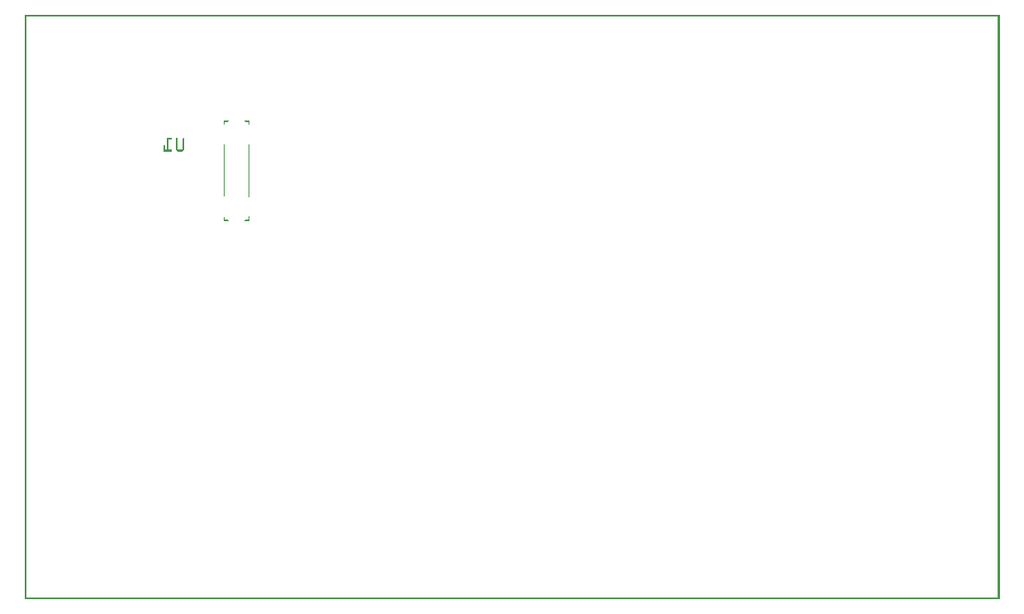
<source format=gbo>
G04 MADE WITH FRITZING*
G04 WWW.FRITZING.ORG*
G04 DOUBLE SIDED*
G04 HOLES PLATED*
G04 CONTOUR ON CENTER OF CONTOUR VECTOR*
%ASAXBY*%
%FSLAX23Y23*%
%MOIN*%
%OFA0B0*%
%SFA1.0B1.0*%
%ADD10R,0.001000X0.001000*%
%LNSILK0*%
G90*
G70*
G54D10*
X0Y2362D02*
X3936Y2362D01*
X0Y2361D02*
X3936Y2361D01*
X0Y2360D02*
X3936Y2360D01*
X0Y2359D02*
X3936Y2359D01*
X0Y2358D02*
X3936Y2358D01*
X0Y2357D02*
X3936Y2357D01*
X0Y2356D02*
X3936Y2356D01*
X0Y2355D02*
X3936Y2355D01*
X0Y2354D02*
X7Y2354D01*
X3929Y2354D02*
X3936Y2354D01*
X0Y2353D02*
X7Y2353D01*
X3929Y2353D02*
X3936Y2353D01*
X0Y2352D02*
X7Y2352D01*
X3929Y2352D02*
X3936Y2352D01*
X0Y2351D02*
X7Y2351D01*
X3929Y2351D02*
X3936Y2351D01*
X0Y2350D02*
X7Y2350D01*
X3929Y2350D02*
X3936Y2350D01*
X0Y2349D02*
X7Y2349D01*
X3929Y2349D02*
X3936Y2349D01*
X0Y2348D02*
X7Y2348D01*
X3929Y2348D02*
X3936Y2348D01*
X0Y2347D02*
X7Y2347D01*
X3929Y2347D02*
X3936Y2347D01*
X0Y2346D02*
X7Y2346D01*
X3929Y2346D02*
X3936Y2346D01*
X0Y2345D02*
X7Y2345D01*
X3929Y2345D02*
X3936Y2345D01*
X0Y2344D02*
X7Y2344D01*
X3929Y2344D02*
X3936Y2344D01*
X0Y2343D02*
X7Y2343D01*
X3929Y2343D02*
X3936Y2343D01*
X0Y2342D02*
X7Y2342D01*
X3929Y2342D02*
X3936Y2342D01*
X0Y2341D02*
X7Y2341D01*
X3929Y2341D02*
X3936Y2341D01*
X0Y2340D02*
X7Y2340D01*
X3929Y2340D02*
X3936Y2340D01*
X0Y2339D02*
X7Y2339D01*
X3929Y2339D02*
X3936Y2339D01*
X0Y2338D02*
X7Y2338D01*
X3929Y2338D02*
X3936Y2338D01*
X0Y2337D02*
X7Y2337D01*
X3929Y2337D02*
X3936Y2337D01*
X0Y2336D02*
X7Y2336D01*
X3929Y2336D02*
X3936Y2336D01*
X0Y2335D02*
X7Y2335D01*
X3929Y2335D02*
X3936Y2335D01*
X0Y2334D02*
X7Y2334D01*
X3929Y2334D02*
X3936Y2334D01*
X0Y2333D02*
X7Y2333D01*
X3929Y2333D02*
X3936Y2333D01*
X0Y2332D02*
X7Y2332D01*
X3929Y2332D02*
X3936Y2332D01*
X0Y2331D02*
X7Y2331D01*
X3929Y2331D02*
X3936Y2331D01*
X0Y2330D02*
X7Y2330D01*
X3929Y2330D02*
X3936Y2330D01*
X0Y2329D02*
X7Y2329D01*
X3929Y2329D02*
X3936Y2329D01*
X0Y2328D02*
X7Y2328D01*
X3929Y2328D02*
X3936Y2328D01*
X0Y2327D02*
X7Y2327D01*
X3929Y2327D02*
X3936Y2327D01*
X0Y2326D02*
X7Y2326D01*
X3929Y2326D02*
X3936Y2326D01*
X0Y2325D02*
X7Y2325D01*
X3929Y2325D02*
X3936Y2325D01*
X0Y2324D02*
X7Y2324D01*
X3929Y2324D02*
X3936Y2324D01*
X0Y2323D02*
X7Y2323D01*
X3929Y2323D02*
X3936Y2323D01*
X0Y2322D02*
X7Y2322D01*
X3929Y2322D02*
X3936Y2322D01*
X0Y2321D02*
X7Y2321D01*
X3929Y2321D02*
X3936Y2321D01*
X0Y2320D02*
X7Y2320D01*
X3929Y2320D02*
X3936Y2320D01*
X0Y2319D02*
X7Y2319D01*
X3929Y2319D02*
X3936Y2319D01*
X0Y2318D02*
X7Y2318D01*
X3929Y2318D02*
X3936Y2318D01*
X0Y2317D02*
X7Y2317D01*
X3929Y2317D02*
X3936Y2317D01*
X0Y2316D02*
X7Y2316D01*
X3929Y2316D02*
X3936Y2316D01*
X0Y2315D02*
X7Y2315D01*
X3929Y2315D02*
X3936Y2315D01*
X0Y2314D02*
X7Y2314D01*
X3929Y2314D02*
X3936Y2314D01*
X0Y2313D02*
X7Y2313D01*
X3929Y2313D02*
X3936Y2313D01*
X0Y2312D02*
X7Y2312D01*
X3929Y2312D02*
X3936Y2312D01*
X0Y2311D02*
X7Y2311D01*
X3929Y2311D02*
X3936Y2311D01*
X0Y2310D02*
X7Y2310D01*
X3929Y2310D02*
X3936Y2310D01*
X0Y2309D02*
X7Y2309D01*
X3929Y2309D02*
X3936Y2309D01*
X0Y2308D02*
X7Y2308D01*
X3929Y2308D02*
X3936Y2308D01*
X0Y2307D02*
X7Y2307D01*
X3929Y2307D02*
X3936Y2307D01*
X0Y2306D02*
X7Y2306D01*
X3929Y2306D02*
X3936Y2306D01*
X0Y2305D02*
X7Y2305D01*
X3929Y2305D02*
X3936Y2305D01*
X0Y2304D02*
X7Y2304D01*
X3929Y2304D02*
X3936Y2304D01*
X0Y2303D02*
X7Y2303D01*
X3929Y2303D02*
X3936Y2303D01*
X0Y2302D02*
X7Y2302D01*
X3929Y2302D02*
X3936Y2302D01*
X0Y2301D02*
X7Y2301D01*
X3929Y2301D02*
X3936Y2301D01*
X0Y2300D02*
X7Y2300D01*
X3929Y2300D02*
X3936Y2300D01*
X0Y2299D02*
X7Y2299D01*
X3929Y2299D02*
X3936Y2299D01*
X0Y2298D02*
X7Y2298D01*
X3929Y2298D02*
X3936Y2298D01*
X0Y2297D02*
X7Y2297D01*
X3929Y2297D02*
X3936Y2297D01*
X0Y2296D02*
X7Y2296D01*
X3929Y2296D02*
X3936Y2296D01*
X0Y2295D02*
X7Y2295D01*
X3929Y2295D02*
X3936Y2295D01*
X0Y2294D02*
X7Y2294D01*
X3929Y2294D02*
X3936Y2294D01*
X0Y2293D02*
X7Y2293D01*
X3929Y2293D02*
X3936Y2293D01*
X0Y2292D02*
X7Y2292D01*
X3929Y2292D02*
X3936Y2292D01*
X0Y2291D02*
X7Y2291D01*
X3929Y2291D02*
X3936Y2291D01*
X0Y2290D02*
X7Y2290D01*
X3929Y2290D02*
X3936Y2290D01*
X0Y2289D02*
X7Y2289D01*
X3929Y2289D02*
X3936Y2289D01*
X0Y2288D02*
X7Y2288D01*
X3929Y2288D02*
X3936Y2288D01*
X0Y2287D02*
X7Y2287D01*
X3929Y2287D02*
X3936Y2287D01*
X0Y2286D02*
X7Y2286D01*
X3929Y2286D02*
X3936Y2286D01*
X0Y2285D02*
X7Y2285D01*
X3929Y2285D02*
X3936Y2285D01*
X0Y2284D02*
X7Y2284D01*
X3929Y2284D02*
X3936Y2284D01*
X0Y2283D02*
X7Y2283D01*
X3929Y2283D02*
X3936Y2283D01*
X0Y2282D02*
X7Y2282D01*
X3929Y2282D02*
X3936Y2282D01*
X0Y2281D02*
X7Y2281D01*
X3929Y2281D02*
X3936Y2281D01*
X0Y2280D02*
X7Y2280D01*
X3929Y2280D02*
X3936Y2280D01*
X0Y2279D02*
X7Y2279D01*
X3929Y2279D02*
X3936Y2279D01*
X0Y2278D02*
X7Y2278D01*
X3929Y2278D02*
X3936Y2278D01*
X0Y2277D02*
X7Y2277D01*
X3929Y2277D02*
X3936Y2277D01*
X0Y2276D02*
X7Y2276D01*
X3929Y2276D02*
X3936Y2276D01*
X0Y2275D02*
X7Y2275D01*
X3929Y2275D02*
X3936Y2275D01*
X0Y2274D02*
X7Y2274D01*
X3929Y2274D02*
X3936Y2274D01*
X0Y2273D02*
X7Y2273D01*
X3929Y2273D02*
X3936Y2273D01*
X0Y2272D02*
X7Y2272D01*
X3929Y2272D02*
X3936Y2272D01*
X0Y2271D02*
X7Y2271D01*
X3929Y2271D02*
X3936Y2271D01*
X0Y2270D02*
X7Y2270D01*
X3929Y2270D02*
X3936Y2270D01*
X0Y2269D02*
X7Y2269D01*
X3929Y2269D02*
X3936Y2269D01*
X0Y2268D02*
X7Y2268D01*
X3929Y2268D02*
X3936Y2268D01*
X0Y2267D02*
X7Y2267D01*
X3929Y2267D02*
X3936Y2267D01*
X0Y2266D02*
X7Y2266D01*
X3929Y2266D02*
X3936Y2266D01*
X0Y2265D02*
X7Y2265D01*
X3929Y2265D02*
X3936Y2265D01*
X0Y2264D02*
X7Y2264D01*
X3929Y2264D02*
X3936Y2264D01*
X0Y2263D02*
X7Y2263D01*
X3929Y2263D02*
X3936Y2263D01*
X0Y2262D02*
X7Y2262D01*
X3929Y2262D02*
X3936Y2262D01*
X0Y2261D02*
X7Y2261D01*
X3929Y2261D02*
X3936Y2261D01*
X0Y2260D02*
X7Y2260D01*
X3929Y2260D02*
X3936Y2260D01*
X0Y2259D02*
X7Y2259D01*
X3929Y2259D02*
X3936Y2259D01*
X0Y2258D02*
X7Y2258D01*
X3929Y2258D02*
X3936Y2258D01*
X0Y2257D02*
X7Y2257D01*
X3929Y2257D02*
X3936Y2257D01*
X0Y2256D02*
X7Y2256D01*
X3929Y2256D02*
X3936Y2256D01*
X0Y2255D02*
X7Y2255D01*
X3929Y2255D02*
X3936Y2255D01*
X0Y2254D02*
X7Y2254D01*
X3929Y2254D02*
X3936Y2254D01*
X0Y2253D02*
X7Y2253D01*
X3929Y2253D02*
X3936Y2253D01*
X0Y2252D02*
X7Y2252D01*
X3929Y2252D02*
X3936Y2252D01*
X0Y2251D02*
X7Y2251D01*
X3929Y2251D02*
X3936Y2251D01*
X0Y2250D02*
X7Y2250D01*
X3929Y2250D02*
X3936Y2250D01*
X0Y2249D02*
X7Y2249D01*
X3929Y2249D02*
X3936Y2249D01*
X0Y2248D02*
X7Y2248D01*
X3929Y2248D02*
X3936Y2248D01*
X0Y2247D02*
X7Y2247D01*
X3929Y2247D02*
X3936Y2247D01*
X0Y2246D02*
X7Y2246D01*
X3929Y2246D02*
X3936Y2246D01*
X0Y2245D02*
X7Y2245D01*
X3929Y2245D02*
X3936Y2245D01*
X0Y2244D02*
X7Y2244D01*
X3929Y2244D02*
X3936Y2244D01*
X0Y2243D02*
X7Y2243D01*
X3929Y2243D02*
X3936Y2243D01*
X0Y2242D02*
X7Y2242D01*
X3929Y2242D02*
X3936Y2242D01*
X0Y2241D02*
X7Y2241D01*
X3929Y2241D02*
X3936Y2241D01*
X0Y2240D02*
X7Y2240D01*
X3929Y2240D02*
X3936Y2240D01*
X0Y2239D02*
X7Y2239D01*
X3929Y2239D02*
X3936Y2239D01*
X0Y2238D02*
X7Y2238D01*
X3929Y2238D02*
X3936Y2238D01*
X0Y2237D02*
X7Y2237D01*
X3929Y2237D02*
X3936Y2237D01*
X0Y2236D02*
X7Y2236D01*
X3929Y2236D02*
X3936Y2236D01*
X0Y2235D02*
X7Y2235D01*
X3929Y2235D02*
X3936Y2235D01*
X0Y2234D02*
X7Y2234D01*
X3929Y2234D02*
X3936Y2234D01*
X0Y2233D02*
X7Y2233D01*
X3929Y2233D02*
X3936Y2233D01*
X0Y2232D02*
X7Y2232D01*
X3929Y2232D02*
X3936Y2232D01*
X0Y2231D02*
X7Y2231D01*
X3929Y2231D02*
X3936Y2231D01*
X0Y2230D02*
X7Y2230D01*
X3929Y2230D02*
X3936Y2230D01*
X0Y2229D02*
X7Y2229D01*
X3929Y2229D02*
X3936Y2229D01*
X0Y2228D02*
X7Y2228D01*
X3929Y2228D02*
X3936Y2228D01*
X0Y2227D02*
X7Y2227D01*
X3929Y2227D02*
X3936Y2227D01*
X0Y2226D02*
X7Y2226D01*
X3929Y2226D02*
X3936Y2226D01*
X0Y2225D02*
X7Y2225D01*
X3929Y2225D02*
X3936Y2225D01*
X0Y2224D02*
X7Y2224D01*
X3929Y2224D02*
X3936Y2224D01*
X0Y2223D02*
X7Y2223D01*
X3929Y2223D02*
X3936Y2223D01*
X0Y2222D02*
X7Y2222D01*
X3929Y2222D02*
X3936Y2222D01*
X0Y2221D02*
X7Y2221D01*
X3929Y2221D02*
X3936Y2221D01*
X0Y2220D02*
X7Y2220D01*
X3929Y2220D02*
X3936Y2220D01*
X0Y2219D02*
X7Y2219D01*
X3929Y2219D02*
X3936Y2219D01*
X0Y2218D02*
X7Y2218D01*
X3929Y2218D02*
X3936Y2218D01*
X0Y2217D02*
X7Y2217D01*
X3929Y2217D02*
X3936Y2217D01*
X0Y2216D02*
X7Y2216D01*
X3929Y2216D02*
X3936Y2216D01*
X0Y2215D02*
X7Y2215D01*
X3929Y2215D02*
X3936Y2215D01*
X0Y2214D02*
X7Y2214D01*
X3929Y2214D02*
X3936Y2214D01*
X0Y2213D02*
X7Y2213D01*
X3929Y2213D02*
X3936Y2213D01*
X0Y2212D02*
X7Y2212D01*
X3929Y2212D02*
X3936Y2212D01*
X0Y2211D02*
X7Y2211D01*
X3929Y2211D02*
X3936Y2211D01*
X0Y2210D02*
X7Y2210D01*
X3929Y2210D02*
X3936Y2210D01*
X0Y2209D02*
X7Y2209D01*
X3929Y2209D02*
X3936Y2209D01*
X0Y2208D02*
X7Y2208D01*
X3929Y2208D02*
X3936Y2208D01*
X0Y2207D02*
X7Y2207D01*
X3929Y2207D02*
X3936Y2207D01*
X0Y2206D02*
X7Y2206D01*
X3929Y2206D02*
X3936Y2206D01*
X0Y2205D02*
X7Y2205D01*
X3929Y2205D02*
X3936Y2205D01*
X0Y2204D02*
X7Y2204D01*
X3929Y2204D02*
X3936Y2204D01*
X0Y2203D02*
X7Y2203D01*
X3929Y2203D02*
X3936Y2203D01*
X0Y2202D02*
X7Y2202D01*
X3929Y2202D02*
X3936Y2202D01*
X0Y2201D02*
X7Y2201D01*
X3929Y2201D02*
X3936Y2201D01*
X0Y2200D02*
X7Y2200D01*
X3929Y2200D02*
X3936Y2200D01*
X0Y2199D02*
X7Y2199D01*
X3929Y2199D02*
X3936Y2199D01*
X0Y2198D02*
X7Y2198D01*
X3929Y2198D02*
X3936Y2198D01*
X0Y2197D02*
X7Y2197D01*
X3929Y2197D02*
X3936Y2197D01*
X0Y2196D02*
X7Y2196D01*
X3929Y2196D02*
X3936Y2196D01*
X0Y2195D02*
X7Y2195D01*
X3929Y2195D02*
X3936Y2195D01*
X0Y2194D02*
X7Y2194D01*
X3929Y2194D02*
X3936Y2194D01*
X0Y2193D02*
X7Y2193D01*
X3929Y2193D02*
X3936Y2193D01*
X0Y2192D02*
X7Y2192D01*
X3929Y2192D02*
X3936Y2192D01*
X0Y2191D02*
X7Y2191D01*
X3929Y2191D02*
X3936Y2191D01*
X0Y2190D02*
X7Y2190D01*
X3929Y2190D02*
X3936Y2190D01*
X0Y2189D02*
X7Y2189D01*
X3929Y2189D02*
X3936Y2189D01*
X0Y2188D02*
X7Y2188D01*
X3929Y2188D02*
X3936Y2188D01*
X0Y2187D02*
X7Y2187D01*
X3929Y2187D02*
X3936Y2187D01*
X0Y2186D02*
X7Y2186D01*
X3929Y2186D02*
X3936Y2186D01*
X0Y2185D02*
X7Y2185D01*
X3929Y2185D02*
X3936Y2185D01*
X0Y2184D02*
X7Y2184D01*
X3929Y2184D02*
X3936Y2184D01*
X0Y2183D02*
X7Y2183D01*
X3929Y2183D02*
X3936Y2183D01*
X0Y2182D02*
X7Y2182D01*
X3929Y2182D02*
X3936Y2182D01*
X0Y2181D02*
X7Y2181D01*
X3929Y2181D02*
X3936Y2181D01*
X0Y2180D02*
X7Y2180D01*
X3929Y2180D02*
X3936Y2180D01*
X0Y2179D02*
X7Y2179D01*
X3929Y2179D02*
X3936Y2179D01*
X0Y2178D02*
X7Y2178D01*
X3929Y2178D02*
X3936Y2178D01*
X0Y2177D02*
X7Y2177D01*
X3929Y2177D02*
X3936Y2177D01*
X0Y2176D02*
X7Y2176D01*
X3929Y2176D02*
X3936Y2176D01*
X0Y2175D02*
X7Y2175D01*
X3929Y2175D02*
X3936Y2175D01*
X0Y2174D02*
X7Y2174D01*
X3929Y2174D02*
X3936Y2174D01*
X0Y2173D02*
X7Y2173D01*
X3929Y2173D02*
X3936Y2173D01*
X0Y2172D02*
X7Y2172D01*
X3929Y2172D02*
X3936Y2172D01*
X0Y2171D02*
X7Y2171D01*
X3929Y2171D02*
X3936Y2171D01*
X0Y2170D02*
X7Y2170D01*
X3929Y2170D02*
X3936Y2170D01*
X0Y2169D02*
X7Y2169D01*
X3929Y2169D02*
X3936Y2169D01*
X0Y2168D02*
X7Y2168D01*
X3929Y2168D02*
X3936Y2168D01*
X0Y2167D02*
X7Y2167D01*
X3929Y2167D02*
X3936Y2167D01*
X0Y2166D02*
X7Y2166D01*
X3929Y2166D02*
X3936Y2166D01*
X0Y2165D02*
X7Y2165D01*
X3929Y2165D02*
X3936Y2165D01*
X0Y2164D02*
X7Y2164D01*
X3929Y2164D02*
X3936Y2164D01*
X0Y2163D02*
X7Y2163D01*
X3929Y2163D02*
X3936Y2163D01*
X0Y2162D02*
X7Y2162D01*
X3929Y2162D02*
X3936Y2162D01*
X0Y2161D02*
X7Y2161D01*
X3929Y2161D02*
X3936Y2161D01*
X0Y2160D02*
X7Y2160D01*
X3929Y2160D02*
X3936Y2160D01*
X0Y2159D02*
X7Y2159D01*
X3929Y2159D02*
X3936Y2159D01*
X0Y2158D02*
X7Y2158D01*
X3929Y2158D02*
X3936Y2158D01*
X0Y2157D02*
X7Y2157D01*
X3929Y2157D02*
X3936Y2157D01*
X0Y2156D02*
X7Y2156D01*
X3929Y2156D02*
X3936Y2156D01*
X0Y2155D02*
X7Y2155D01*
X3929Y2155D02*
X3936Y2155D01*
X0Y2154D02*
X7Y2154D01*
X3929Y2154D02*
X3936Y2154D01*
X0Y2153D02*
X7Y2153D01*
X3929Y2153D02*
X3936Y2153D01*
X0Y2152D02*
X7Y2152D01*
X3929Y2152D02*
X3936Y2152D01*
X0Y2151D02*
X7Y2151D01*
X3929Y2151D02*
X3936Y2151D01*
X0Y2150D02*
X7Y2150D01*
X3929Y2150D02*
X3936Y2150D01*
X0Y2149D02*
X7Y2149D01*
X3929Y2149D02*
X3936Y2149D01*
X0Y2148D02*
X7Y2148D01*
X3929Y2148D02*
X3936Y2148D01*
X0Y2147D02*
X7Y2147D01*
X3929Y2147D02*
X3936Y2147D01*
X0Y2146D02*
X7Y2146D01*
X3929Y2146D02*
X3936Y2146D01*
X0Y2145D02*
X7Y2145D01*
X3929Y2145D02*
X3936Y2145D01*
X0Y2144D02*
X7Y2144D01*
X3929Y2144D02*
X3936Y2144D01*
X0Y2143D02*
X7Y2143D01*
X3929Y2143D02*
X3936Y2143D01*
X0Y2142D02*
X7Y2142D01*
X3929Y2142D02*
X3936Y2142D01*
X0Y2141D02*
X7Y2141D01*
X3929Y2141D02*
X3936Y2141D01*
X0Y2140D02*
X7Y2140D01*
X3929Y2140D02*
X3936Y2140D01*
X0Y2139D02*
X7Y2139D01*
X3929Y2139D02*
X3936Y2139D01*
X0Y2138D02*
X7Y2138D01*
X3929Y2138D02*
X3936Y2138D01*
X0Y2137D02*
X7Y2137D01*
X3929Y2137D02*
X3936Y2137D01*
X0Y2136D02*
X7Y2136D01*
X3929Y2136D02*
X3936Y2136D01*
X0Y2135D02*
X7Y2135D01*
X3929Y2135D02*
X3936Y2135D01*
X0Y2134D02*
X7Y2134D01*
X3929Y2134D02*
X3936Y2134D01*
X0Y2133D02*
X7Y2133D01*
X3929Y2133D02*
X3936Y2133D01*
X0Y2132D02*
X7Y2132D01*
X3929Y2132D02*
X3936Y2132D01*
X0Y2131D02*
X7Y2131D01*
X3929Y2131D02*
X3936Y2131D01*
X0Y2130D02*
X7Y2130D01*
X3929Y2130D02*
X3936Y2130D01*
X0Y2129D02*
X7Y2129D01*
X3929Y2129D02*
X3936Y2129D01*
X0Y2128D02*
X7Y2128D01*
X3929Y2128D02*
X3936Y2128D01*
X0Y2127D02*
X7Y2127D01*
X3929Y2127D02*
X3936Y2127D01*
X0Y2126D02*
X7Y2126D01*
X3929Y2126D02*
X3936Y2126D01*
X0Y2125D02*
X7Y2125D01*
X3929Y2125D02*
X3936Y2125D01*
X0Y2124D02*
X7Y2124D01*
X3929Y2124D02*
X3936Y2124D01*
X0Y2123D02*
X7Y2123D01*
X3929Y2123D02*
X3936Y2123D01*
X0Y2122D02*
X7Y2122D01*
X3929Y2122D02*
X3936Y2122D01*
X0Y2121D02*
X7Y2121D01*
X3929Y2121D02*
X3936Y2121D01*
X0Y2120D02*
X7Y2120D01*
X3929Y2120D02*
X3936Y2120D01*
X0Y2119D02*
X7Y2119D01*
X3929Y2119D02*
X3936Y2119D01*
X0Y2118D02*
X7Y2118D01*
X3929Y2118D02*
X3936Y2118D01*
X0Y2117D02*
X7Y2117D01*
X3929Y2117D02*
X3936Y2117D01*
X0Y2116D02*
X7Y2116D01*
X3929Y2116D02*
X3936Y2116D01*
X0Y2115D02*
X7Y2115D01*
X3929Y2115D02*
X3936Y2115D01*
X0Y2114D02*
X7Y2114D01*
X3929Y2114D02*
X3936Y2114D01*
X0Y2113D02*
X7Y2113D01*
X3929Y2113D02*
X3936Y2113D01*
X0Y2112D02*
X7Y2112D01*
X3929Y2112D02*
X3936Y2112D01*
X0Y2111D02*
X7Y2111D01*
X3929Y2111D02*
X3936Y2111D01*
X0Y2110D02*
X7Y2110D01*
X3929Y2110D02*
X3936Y2110D01*
X0Y2109D02*
X7Y2109D01*
X3929Y2109D02*
X3936Y2109D01*
X0Y2108D02*
X7Y2108D01*
X3929Y2108D02*
X3936Y2108D01*
X0Y2107D02*
X7Y2107D01*
X3929Y2107D02*
X3936Y2107D01*
X0Y2106D02*
X7Y2106D01*
X3929Y2106D02*
X3936Y2106D01*
X0Y2105D02*
X7Y2105D01*
X3929Y2105D02*
X3936Y2105D01*
X0Y2104D02*
X7Y2104D01*
X3929Y2104D02*
X3936Y2104D01*
X0Y2103D02*
X7Y2103D01*
X3929Y2103D02*
X3936Y2103D01*
X0Y2102D02*
X7Y2102D01*
X3929Y2102D02*
X3936Y2102D01*
X0Y2101D02*
X7Y2101D01*
X3929Y2101D02*
X3936Y2101D01*
X0Y2100D02*
X7Y2100D01*
X3929Y2100D02*
X3936Y2100D01*
X0Y2099D02*
X7Y2099D01*
X3929Y2099D02*
X3936Y2099D01*
X0Y2098D02*
X7Y2098D01*
X3929Y2098D02*
X3936Y2098D01*
X0Y2097D02*
X7Y2097D01*
X3929Y2097D02*
X3936Y2097D01*
X0Y2096D02*
X7Y2096D01*
X3929Y2096D02*
X3936Y2096D01*
X0Y2095D02*
X7Y2095D01*
X3929Y2095D02*
X3936Y2095D01*
X0Y2094D02*
X7Y2094D01*
X3929Y2094D02*
X3936Y2094D01*
X0Y2093D02*
X7Y2093D01*
X3929Y2093D02*
X3936Y2093D01*
X0Y2092D02*
X7Y2092D01*
X3929Y2092D02*
X3936Y2092D01*
X0Y2091D02*
X7Y2091D01*
X3929Y2091D02*
X3936Y2091D01*
X0Y2090D02*
X7Y2090D01*
X3929Y2090D02*
X3936Y2090D01*
X0Y2089D02*
X7Y2089D01*
X3929Y2089D02*
X3936Y2089D01*
X0Y2088D02*
X7Y2088D01*
X3929Y2088D02*
X3936Y2088D01*
X0Y2087D02*
X7Y2087D01*
X3929Y2087D02*
X3936Y2087D01*
X0Y2086D02*
X7Y2086D01*
X3929Y2086D02*
X3936Y2086D01*
X0Y2085D02*
X7Y2085D01*
X3929Y2085D02*
X3936Y2085D01*
X0Y2084D02*
X7Y2084D01*
X3929Y2084D02*
X3936Y2084D01*
X0Y2083D02*
X7Y2083D01*
X3929Y2083D02*
X3936Y2083D01*
X0Y2082D02*
X7Y2082D01*
X3929Y2082D02*
X3936Y2082D01*
X0Y2081D02*
X7Y2081D01*
X3929Y2081D02*
X3936Y2081D01*
X0Y2080D02*
X7Y2080D01*
X3929Y2080D02*
X3936Y2080D01*
X0Y2079D02*
X7Y2079D01*
X3929Y2079D02*
X3936Y2079D01*
X0Y2078D02*
X7Y2078D01*
X3929Y2078D02*
X3936Y2078D01*
X0Y2077D02*
X7Y2077D01*
X3929Y2077D02*
X3936Y2077D01*
X0Y2076D02*
X7Y2076D01*
X3929Y2076D02*
X3936Y2076D01*
X0Y2075D02*
X7Y2075D01*
X3929Y2075D02*
X3936Y2075D01*
X0Y2074D02*
X7Y2074D01*
X3929Y2074D02*
X3936Y2074D01*
X0Y2073D02*
X7Y2073D01*
X3929Y2073D02*
X3936Y2073D01*
X0Y2072D02*
X7Y2072D01*
X3929Y2072D02*
X3936Y2072D01*
X0Y2071D02*
X7Y2071D01*
X3929Y2071D02*
X3936Y2071D01*
X0Y2070D02*
X7Y2070D01*
X3929Y2070D02*
X3936Y2070D01*
X0Y2069D02*
X7Y2069D01*
X3929Y2069D02*
X3936Y2069D01*
X0Y2068D02*
X7Y2068D01*
X3929Y2068D02*
X3936Y2068D01*
X0Y2067D02*
X7Y2067D01*
X3929Y2067D02*
X3936Y2067D01*
X0Y2066D02*
X7Y2066D01*
X3929Y2066D02*
X3936Y2066D01*
X0Y2065D02*
X7Y2065D01*
X3929Y2065D02*
X3936Y2065D01*
X0Y2064D02*
X7Y2064D01*
X3929Y2064D02*
X3936Y2064D01*
X0Y2063D02*
X7Y2063D01*
X3929Y2063D02*
X3936Y2063D01*
X0Y2062D02*
X7Y2062D01*
X3929Y2062D02*
X3936Y2062D01*
X0Y2061D02*
X7Y2061D01*
X3929Y2061D02*
X3936Y2061D01*
X0Y2060D02*
X7Y2060D01*
X3929Y2060D02*
X3936Y2060D01*
X0Y2059D02*
X7Y2059D01*
X3929Y2059D02*
X3936Y2059D01*
X0Y2058D02*
X7Y2058D01*
X3929Y2058D02*
X3936Y2058D01*
X0Y2057D02*
X7Y2057D01*
X3929Y2057D02*
X3936Y2057D01*
X0Y2056D02*
X7Y2056D01*
X3929Y2056D02*
X3936Y2056D01*
X0Y2055D02*
X7Y2055D01*
X3929Y2055D02*
X3936Y2055D01*
X0Y2054D02*
X7Y2054D01*
X3929Y2054D02*
X3936Y2054D01*
X0Y2053D02*
X7Y2053D01*
X3929Y2053D02*
X3936Y2053D01*
X0Y2052D02*
X7Y2052D01*
X3929Y2052D02*
X3936Y2052D01*
X0Y2051D02*
X7Y2051D01*
X3929Y2051D02*
X3936Y2051D01*
X0Y2050D02*
X7Y2050D01*
X3929Y2050D02*
X3936Y2050D01*
X0Y2049D02*
X7Y2049D01*
X3929Y2049D02*
X3936Y2049D01*
X0Y2048D02*
X7Y2048D01*
X3929Y2048D02*
X3936Y2048D01*
X0Y2047D02*
X7Y2047D01*
X3929Y2047D02*
X3936Y2047D01*
X0Y2046D02*
X7Y2046D01*
X3929Y2046D02*
X3936Y2046D01*
X0Y2045D02*
X7Y2045D01*
X3929Y2045D02*
X3936Y2045D01*
X0Y2044D02*
X7Y2044D01*
X3929Y2044D02*
X3936Y2044D01*
X0Y2043D02*
X7Y2043D01*
X3929Y2043D02*
X3936Y2043D01*
X0Y2042D02*
X7Y2042D01*
X3929Y2042D02*
X3936Y2042D01*
X0Y2041D02*
X7Y2041D01*
X3929Y2041D02*
X3936Y2041D01*
X0Y2040D02*
X7Y2040D01*
X3929Y2040D02*
X3936Y2040D01*
X0Y2039D02*
X7Y2039D01*
X3929Y2039D02*
X3936Y2039D01*
X0Y2038D02*
X7Y2038D01*
X3929Y2038D02*
X3936Y2038D01*
X0Y2037D02*
X7Y2037D01*
X3929Y2037D02*
X3936Y2037D01*
X0Y2036D02*
X7Y2036D01*
X3929Y2036D02*
X3936Y2036D01*
X0Y2035D02*
X7Y2035D01*
X3929Y2035D02*
X3936Y2035D01*
X0Y2034D02*
X7Y2034D01*
X3929Y2034D02*
X3936Y2034D01*
X0Y2033D02*
X7Y2033D01*
X3929Y2033D02*
X3936Y2033D01*
X0Y2032D02*
X7Y2032D01*
X3929Y2032D02*
X3936Y2032D01*
X0Y2031D02*
X7Y2031D01*
X3929Y2031D02*
X3936Y2031D01*
X0Y2030D02*
X7Y2030D01*
X3929Y2030D02*
X3936Y2030D01*
X0Y2029D02*
X7Y2029D01*
X3929Y2029D02*
X3936Y2029D01*
X0Y2028D02*
X7Y2028D01*
X3929Y2028D02*
X3936Y2028D01*
X0Y2027D02*
X7Y2027D01*
X3929Y2027D02*
X3936Y2027D01*
X0Y2026D02*
X7Y2026D01*
X3929Y2026D02*
X3936Y2026D01*
X0Y2025D02*
X7Y2025D01*
X3929Y2025D02*
X3936Y2025D01*
X0Y2024D02*
X7Y2024D01*
X3929Y2024D02*
X3936Y2024D01*
X0Y2023D02*
X7Y2023D01*
X3929Y2023D02*
X3936Y2023D01*
X0Y2022D02*
X7Y2022D01*
X3929Y2022D02*
X3936Y2022D01*
X0Y2021D02*
X7Y2021D01*
X3929Y2021D02*
X3936Y2021D01*
X0Y2020D02*
X7Y2020D01*
X3929Y2020D02*
X3936Y2020D01*
X0Y2019D02*
X7Y2019D01*
X3929Y2019D02*
X3936Y2019D01*
X0Y2018D02*
X7Y2018D01*
X3929Y2018D02*
X3936Y2018D01*
X0Y2017D02*
X7Y2017D01*
X3929Y2017D02*
X3936Y2017D01*
X0Y2016D02*
X7Y2016D01*
X3929Y2016D02*
X3936Y2016D01*
X0Y2015D02*
X7Y2015D01*
X3929Y2015D02*
X3936Y2015D01*
X0Y2014D02*
X7Y2014D01*
X3929Y2014D02*
X3936Y2014D01*
X0Y2013D02*
X7Y2013D01*
X3929Y2013D02*
X3936Y2013D01*
X0Y2012D02*
X7Y2012D01*
X3929Y2012D02*
X3936Y2012D01*
X0Y2011D02*
X7Y2011D01*
X3929Y2011D02*
X3936Y2011D01*
X0Y2010D02*
X7Y2010D01*
X3929Y2010D02*
X3936Y2010D01*
X0Y2009D02*
X7Y2009D01*
X3929Y2009D02*
X3936Y2009D01*
X0Y2008D02*
X7Y2008D01*
X3929Y2008D02*
X3936Y2008D01*
X0Y2007D02*
X7Y2007D01*
X3929Y2007D02*
X3936Y2007D01*
X0Y2006D02*
X7Y2006D01*
X3929Y2006D02*
X3936Y2006D01*
X0Y2005D02*
X7Y2005D01*
X3929Y2005D02*
X3936Y2005D01*
X0Y2004D02*
X7Y2004D01*
X3929Y2004D02*
X3936Y2004D01*
X0Y2003D02*
X7Y2003D01*
X3929Y2003D02*
X3936Y2003D01*
X0Y2002D02*
X7Y2002D01*
X3929Y2002D02*
X3936Y2002D01*
X0Y2001D02*
X7Y2001D01*
X3929Y2001D02*
X3936Y2001D01*
X0Y2000D02*
X7Y2000D01*
X3929Y2000D02*
X3936Y2000D01*
X0Y1999D02*
X7Y1999D01*
X3929Y1999D02*
X3936Y1999D01*
X0Y1998D02*
X7Y1998D01*
X3929Y1998D02*
X3936Y1998D01*
X0Y1997D02*
X7Y1997D01*
X3929Y1997D02*
X3936Y1997D01*
X0Y1996D02*
X7Y1996D01*
X3929Y1996D02*
X3936Y1996D01*
X0Y1995D02*
X7Y1995D01*
X3929Y1995D02*
X3936Y1995D01*
X0Y1994D02*
X7Y1994D01*
X3929Y1994D02*
X3936Y1994D01*
X0Y1993D02*
X7Y1993D01*
X3929Y1993D02*
X3936Y1993D01*
X0Y1992D02*
X7Y1992D01*
X3929Y1992D02*
X3936Y1992D01*
X0Y1991D02*
X7Y1991D01*
X3929Y1991D02*
X3936Y1991D01*
X0Y1990D02*
X7Y1990D01*
X3929Y1990D02*
X3936Y1990D01*
X0Y1989D02*
X7Y1989D01*
X3929Y1989D02*
X3936Y1989D01*
X0Y1988D02*
X7Y1988D01*
X3929Y1988D02*
X3936Y1988D01*
X0Y1987D02*
X7Y1987D01*
X3929Y1987D02*
X3936Y1987D01*
X0Y1986D02*
X7Y1986D01*
X3929Y1986D02*
X3936Y1986D01*
X0Y1985D02*
X7Y1985D01*
X3929Y1985D02*
X3936Y1985D01*
X0Y1984D02*
X7Y1984D01*
X3929Y1984D02*
X3936Y1984D01*
X0Y1983D02*
X7Y1983D01*
X3929Y1983D02*
X3936Y1983D01*
X0Y1982D02*
X7Y1982D01*
X3929Y1982D02*
X3936Y1982D01*
X0Y1981D02*
X7Y1981D01*
X3929Y1981D02*
X3936Y1981D01*
X0Y1980D02*
X7Y1980D01*
X3929Y1980D02*
X3936Y1980D01*
X0Y1979D02*
X7Y1979D01*
X3929Y1979D02*
X3936Y1979D01*
X0Y1978D02*
X7Y1978D01*
X3929Y1978D02*
X3936Y1978D01*
X0Y1977D02*
X7Y1977D01*
X3929Y1977D02*
X3936Y1977D01*
X0Y1976D02*
X7Y1976D01*
X3929Y1976D02*
X3936Y1976D01*
X0Y1975D02*
X7Y1975D01*
X3929Y1975D02*
X3936Y1975D01*
X0Y1974D02*
X7Y1974D01*
X3929Y1974D02*
X3936Y1974D01*
X0Y1973D02*
X7Y1973D01*
X3929Y1973D02*
X3936Y1973D01*
X0Y1972D02*
X7Y1972D01*
X3929Y1972D02*
X3936Y1972D01*
X0Y1971D02*
X7Y1971D01*
X3929Y1971D02*
X3936Y1971D01*
X0Y1970D02*
X7Y1970D01*
X3929Y1970D02*
X3936Y1970D01*
X0Y1969D02*
X7Y1969D01*
X3929Y1969D02*
X3936Y1969D01*
X0Y1968D02*
X7Y1968D01*
X3929Y1968D02*
X3936Y1968D01*
X0Y1967D02*
X7Y1967D01*
X3929Y1967D02*
X3936Y1967D01*
X0Y1966D02*
X7Y1966D01*
X3929Y1966D02*
X3936Y1966D01*
X0Y1965D02*
X7Y1965D01*
X3929Y1965D02*
X3936Y1965D01*
X0Y1964D02*
X7Y1964D01*
X3929Y1964D02*
X3936Y1964D01*
X0Y1963D02*
X7Y1963D01*
X3929Y1963D02*
X3936Y1963D01*
X0Y1962D02*
X7Y1962D01*
X3929Y1962D02*
X3936Y1962D01*
X0Y1961D02*
X7Y1961D01*
X3929Y1961D02*
X3936Y1961D01*
X0Y1960D02*
X7Y1960D01*
X3929Y1960D02*
X3936Y1960D01*
X0Y1959D02*
X7Y1959D01*
X3929Y1959D02*
X3936Y1959D01*
X0Y1958D02*
X7Y1958D01*
X3929Y1958D02*
X3936Y1958D01*
X0Y1957D02*
X7Y1957D01*
X3929Y1957D02*
X3936Y1957D01*
X0Y1956D02*
X7Y1956D01*
X3929Y1956D02*
X3936Y1956D01*
X0Y1955D02*
X7Y1955D01*
X3929Y1955D02*
X3936Y1955D01*
X0Y1954D02*
X7Y1954D01*
X3929Y1954D02*
X3936Y1954D01*
X0Y1953D02*
X7Y1953D01*
X3929Y1953D02*
X3936Y1953D01*
X0Y1952D02*
X7Y1952D01*
X3929Y1952D02*
X3936Y1952D01*
X0Y1951D02*
X7Y1951D01*
X3929Y1951D02*
X3936Y1951D01*
X0Y1950D02*
X7Y1950D01*
X3929Y1950D02*
X3936Y1950D01*
X0Y1949D02*
X7Y1949D01*
X3929Y1949D02*
X3936Y1949D01*
X0Y1948D02*
X7Y1948D01*
X3929Y1948D02*
X3936Y1948D01*
X0Y1947D02*
X7Y1947D01*
X3929Y1947D02*
X3936Y1947D01*
X0Y1946D02*
X7Y1946D01*
X3929Y1946D02*
X3936Y1946D01*
X0Y1945D02*
X7Y1945D01*
X3929Y1945D02*
X3936Y1945D01*
X0Y1944D02*
X7Y1944D01*
X3929Y1944D02*
X3936Y1944D01*
X0Y1943D02*
X7Y1943D01*
X3929Y1943D02*
X3936Y1943D01*
X0Y1942D02*
X7Y1942D01*
X3929Y1942D02*
X3936Y1942D01*
X0Y1941D02*
X7Y1941D01*
X3929Y1941D02*
X3936Y1941D01*
X0Y1940D02*
X7Y1940D01*
X3929Y1940D02*
X3936Y1940D01*
X0Y1939D02*
X7Y1939D01*
X3929Y1939D02*
X3936Y1939D01*
X0Y1938D02*
X7Y1938D01*
X3929Y1938D02*
X3936Y1938D01*
X0Y1937D02*
X7Y1937D01*
X3929Y1937D02*
X3936Y1937D01*
X0Y1936D02*
X7Y1936D01*
X3929Y1936D02*
X3936Y1936D01*
X0Y1935D02*
X7Y1935D01*
X3929Y1935D02*
X3936Y1935D01*
X0Y1934D02*
X7Y1934D01*
X3929Y1934D02*
X3936Y1934D01*
X0Y1933D02*
X7Y1933D01*
X804Y1933D02*
X824Y1933D01*
X888Y1933D02*
X907Y1933D01*
X3929Y1933D02*
X3936Y1933D01*
X0Y1932D02*
X7Y1932D01*
X804Y1932D02*
X822Y1932D01*
X890Y1932D02*
X908Y1932D01*
X3929Y1932D02*
X3936Y1932D01*
X0Y1931D02*
X7Y1931D01*
X804Y1931D02*
X820Y1931D01*
X891Y1931D02*
X908Y1931D01*
X3929Y1931D02*
X3936Y1931D01*
X0Y1930D02*
X7Y1930D01*
X804Y1930D02*
X819Y1930D01*
X893Y1930D02*
X908Y1930D01*
X3929Y1930D02*
X3936Y1930D01*
X0Y1929D02*
X7Y1929D01*
X804Y1929D02*
X817Y1929D01*
X894Y1929D02*
X908Y1929D01*
X3929Y1929D02*
X3936Y1929D01*
X0Y1928D02*
X7Y1928D01*
X804Y1928D02*
X808Y1928D01*
X904Y1928D02*
X908Y1928D01*
X3929Y1928D02*
X3936Y1928D01*
X0Y1927D02*
X7Y1927D01*
X804Y1927D02*
X808Y1927D01*
X904Y1927D02*
X908Y1927D01*
X3929Y1927D02*
X3936Y1927D01*
X0Y1926D02*
X7Y1926D01*
X804Y1926D02*
X808Y1926D01*
X904Y1926D02*
X908Y1926D01*
X3929Y1926D02*
X3936Y1926D01*
X0Y1925D02*
X7Y1925D01*
X804Y1925D02*
X808Y1925D01*
X904Y1925D02*
X908Y1925D01*
X3929Y1925D02*
X3936Y1925D01*
X0Y1924D02*
X7Y1924D01*
X804Y1924D02*
X808Y1924D01*
X904Y1924D02*
X908Y1924D01*
X3929Y1924D02*
X3936Y1924D01*
X0Y1923D02*
X7Y1923D01*
X804Y1923D02*
X808Y1923D01*
X904Y1923D02*
X908Y1923D01*
X3929Y1923D02*
X3936Y1923D01*
X0Y1922D02*
X7Y1922D01*
X804Y1922D02*
X808Y1922D01*
X904Y1922D02*
X908Y1922D01*
X3929Y1922D02*
X3936Y1922D01*
X0Y1921D02*
X7Y1921D01*
X804Y1921D02*
X808Y1921D01*
X904Y1921D02*
X908Y1921D01*
X3929Y1921D02*
X3936Y1921D01*
X0Y1920D02*
X7Y1920D01*
X804Y1920D02*
X807Y1920D01*
X904Y1920D02*
X908Y1920D01*
X3929Y1920D02*
X3936Y1920D01*
X0Y1919D02*
X7Y1919D01*
X804Y1919D02*
X806Y1919D01*
X905Y1919D02*
X908Y1919D01*
X3929Y1919D02*
X3936Y1919D01*
X0Y1918D02*
X7Y1918D01*
X804Y1918D02*
X806Y1918D01*
X906Y1918D02*
X908Y1918D01*
X3929Y1918D02*
X3936Y1918D01*
X0Y1917D02*
X7Y1917D01*
X804Y1917D02*
X805Y1917D01*
X906Y1917D02*
X908Y1917D01*
X3929Y1917D02*
X3936Y1917D01*
X0Y1916D02*
X7Y1916D01*
X804Y1916D02*
X804Y1916D01*
X907Y1916D02*
X908Y1916D01*
X3929Y1916D02*
X3936Y1916D01*
X0Y1915D02*
X7Y1915D01*
X908Y1915D02*
X908Y1915D01*
X3929Y1915D02*
X3936Y1915D01*
X0Y1914D02*
X7Y1914D01*
X3929Y1914D02*
X3936Y1914D01*
X0Y1913D02*
X7Y1913D01*
X3929Y1913D02*
X3936Y1913D01*
X0Y1912D02*
X7Y1912D01*
X3929Y1912D02*
X3936Y1912D01*
X0Y1911D02*
X7Y1911D01*
X3929Y1911D02*
X3936Y1911D01*
X0Y1910D02*
X7Y1910D01*
X3929Y1910D02*
X3936Y1910D01*
X0Y1909D02*
X7Y1909D01*
X3929Y1909D02*
X3936Y1909D01*
X0Y1908D02*
X7Y1908D01*
X3929Y1908D02*
X3936Y1908D01*
X0Y1907D02*
X7Y1907D01*
X3929Y1907D02*
X3936Y1907D01*
X0Y1906D02*
X7Y1906D01*
X3929Y1906D02*
X3936Y1906D01*
X0Y1905D02*
X7Y1905D01*
X3929Y1905D02*
X3936Y1905D01*
X0Y1904D02*
X7Y1904D01*
X3929Y1904D02*
X3936Y1904D01*
X0Y1903D02*
X7Y1903D01*
X3929Y1903D02*
X3936Y1903D01*
X0Y1902D02*
X7Y1902D01*
X3929Y1902D02*
X3936Y1902D01*
X0Y1901D02*
X7Y1901D01*
X3929Y1901D02*
X3936Y1901D01*
X0Y1900D02*
X7Y1900D01*
X3929Y1900D02*
X3936Y1900D01*
X0Y1899D02*
X7Y1899D01*
X3929Y1899D02*
X3936Y1899D01*
X0Y1898D02*
X7Y1898D01*
X3929Y1898D02*
X3936Y1898D01*
X0Y1897D02*
X7Y1897D01*
X3929Y1897D02*
X3936Y1897D01*
X0Y1896D02*
X7Y1896D01*
X3929Y1896D02*
X3936Y1896D01*
X0Y1895D02*
X7Y1895D01*
X3929Y1895D02*
X3936Y1895D01*
X0Y1894D02*
X7Y1894D01*
X3929Y1894D02*
X3936Y1894D01*
X0Y1893D02*
X7Y1893D01*
X3929Y1893D02*
X3936Y1893D01*
X0Y1892D02*
X7Y1892D01*
X3929Y1892D02*
X3936Y1892D01*
X0Y1891D02*
X7Y1891D01*
X3929Y1891D02*
X3936Y1891D01*
X0Y1890D02*
X7Y1890D01*
X3929Y1890D02*
X3936Y1890D01*
X0Y1889D02*
X7Y1889D01*
X3929Y1889D02*
X3936Y1889D01*
X0Y1888D02*
X7Y1888D01*
X3929Y1888D02*
X3936Y1888D01*
X0Y1887D02*
X7Y1887D01*
X3929Y1887D02*
X3936Y1887D01*
X0Y1886D02*
X7Y1886D01*
X3929Y1886D02*
X3936Y1886D01*
X0Y1885D02*
X7Y1885D01*
X3929Y1885D02*
X3936Y1885D01*
X0Y1884D02*
X7Y1884D01*
X3929Y1884D02*
X3936Y1884D01*
X0Y1883D02*
X7Y1883D01*
X3929Y1883D02*
X3936Y1883D01*
X0Y1882D02*
X7Y1882D01*
X3929Y1882D02*
X3936Y1882D01*
X0Y1881D02*
X7Y1881D01*
X3929Y1881D02*
X3936Y1881D01*
X0Y1880D02*
X7Y1880D01*
X3929Y1880D02*
X3936Y1880D01*
X0Y1879D02*
X7Y1879D01*
X3929Y1879D02*
X3936Y1879D01*
X0Y1878D02*
X7Y1878D01*
X3929Y1878D02*
X3936Y1878D01*
X0Y1877D02*
X7Y1877D01*
X3929Y1877D02*
X3936Y1877D01*
X0Y1876D02*
X7Y1876D01*
X3929Y1876D02*
X3936Y1876D01*
X0Y1875D02*
X7Y1875D01*
X3929Y1875D02*
X3936Y1875D01*
X0Y1874D02*
X7Y1874D01*
X3929Y1874D02*
X3936Y1874D01*
X0Y1873D02*
X7Y1873D01*
X3929Y1873D02*
X3936Y1873D01*
X0Y1872D02*
X7Y1872D01*
X3929Y1872D02*
X3936Y1872D01*
X0Y1871D02*
X7Y1871D01*
X3929Y1871D02*
X3936Y1871D01*
X0Y1870D02*
X7Y1870D01*
X3929Y1870D02*
X3936Y1870D01*
X0Y1869D02*
X7Y1869D01*
X3929Y1869D02*
X3936Y1869D01*
X0Y1868D02*
X7Y1868D01*
X3929Y1868D02*
X3936Y1868D01*
X0Y1867D02*
X7Y1867D01*
X3929Y1867D02*
X3936Y1867D01*
X0Y1866D02*
X7Y1866D01*
X3929Y1866D02*
X3936Y1866D01*
X0Y1865D02*
X7Y1865D01*
X3929Y1865D02*
X3936Y1865D01*
X0Y1864D02*
X7Y1864D01*
X3929Y1864D02*
X3936Y1864D01*
X0Y1863D02*
X7Y1863D01*
X575Y1863D02*
X593Y1863D01*
X613Y1863D02*
X616Y1863D01*
X640Y1863D02*
X643Y1863D01*
X3929Y1863D02*
X3936Y1863D01*
X0Y1862D02*
X7Y1862D01*
X575Y1862D02*
X594Y1862D01*
X612Y1862D02*
X617Y1862D01*
X639Y1862D02*
X644Y1862D01*
X3929Y1862D02*
X3936Y1862D01*
X0Y1861D02*
X7Y1861D01*
X575Y1861D02*
X595Y1861D01*
X611Y1861D02*
X617Y1861D01*
X639Y1861D02*
X645Y1861D01*
X3929Y1861D02*
X3936Y1861D01*
X0Y1860D02*
X7Y1860D01*
X575Y1860D02*
X595Y1860D01*
X611Y1860D02*
X617Y1860D01*
X639Y1860D02*
X645Y1860D01*
X3929Y1860D02*
X3936Y1860D01*
X0Y1859D02*
X7Y1859D01*
X575Y1859D02*
X595Y1859D01*
X611Y1859D02*
X617Y1859D01*
X639Y1859D02*
X645Y1859D01*
X3929Y1859D02*
X3936Y1859D01*
X0Y1858D02*
X7Y1858D01*
X575Y1858D02*
X594Y1858D01*
X611Y1858D02*
X617Y1858D01*
X639Y1858D02*
X645Y1858D01*
X3929Y1858D02*
X3936Y1858D01*
X0Y1857D02*
X7Y1857D01*
X575Y1857D02*
X592Y1857D01*
X611Y1857D02*
X617Y1857D01*
X639Y1857D02*
X645Y1857D01*
X3929Y1857D02*
X3936Y1857D01*
X0Y1856D02*
X7Y1856D01*
X575Y1856D02*
X581Y1856D01*
X611Y1856D02*
X617Y1856D01*
X639Y1856D02*
X645Y1856D01*
X3929Y1856D02*
X3936Y1856D01*
X0Y1855D02*
X7Y1855D01*
X575Y1855D02*
X581Y1855D01*
X611Y1855D02*
X617Y1855D01*
X639Y1855D02*
X645Y1855D01*
X3929Y1855D02*
X3936Y1855D01*
X0Y1854D02*
X7Y1854D01*
X575Y1854D02*
X581Y1854D01*
X611Y1854D02*
X617Y1854D01*
X639Y1854D02*
X645Y1854D01*
X3929Y1854D02*
X3936Y1854D01*
X0Y1853D02*
X7Y1853D01*
X575Y1853D02*
X581Y1853D01*
X611Y1853D02*
X617Y1853D01*
X639Y1853D02*
X645Y1853D01*
X3929Y1853D02*
X3936Y1853D01*
X0Y1852D02*
X7Y1852D01*
X575Y1852D02*
X581Y1852D01*
X611Y1852D02*
X617Y1852D01*
X639Y1852D02*
X645Y1852D01*
X3929Y1852D02*
X3936Y1852D01*
X0Y1851D02*
X7Y1851D01*
X575Y1851D02*
X581Y1851D01*
X611Y1851D02*
X617Y1851D01*
X639Y1851D02*
X645Y1851D01*
X3929Y1851D02*
X3936Y1851D01*
X0Y1850D02*
X7Y1850D01*
X575Y1850D02*
X581Y1850D01*
X611Y1850D02*
X617Y1850D01*
X639Y1850D02*
X645Y1850D01*
X3929Y1850D02*
X3936Y1850D01*
X0Y1849D02*
X7Y1849D01*
X575Y1849D02*
X581Y1849D01*
X611Y1849D02*
X617Y1849D01*
X639Y1849D02*
X645Y1849D01*
X3929Y1849D02*
X3936Y1849D01*
X0Y1848D02*
X7Y1848D01*
X575Y1848D02*
X581Y1848D01*
X611Y1848D02*
X617Y1848D01*
X639Y1848D02*
X645Y1848D01*
X3929Y1848D02*
X3936Y1848D01*
X0Y1847D02*
X7Y1847D01*
X575Y1847D02*
X581Y1847D01*
X611Y1847D02*
X617Y1847D01*
X639Y1847D02*
X645Y1847D01*
X3929Y1847D02*
X3936Y1847D01*
X0Y1846D02*
X7Y1846D01*
X575Y1846D02*
X581Y1846D01*
X611Y1846D02*
X617Y1846D01*
X639Y1846D02*
X645Y1846D01*
X3929Y1846D02*
X3936Y1846D01*
X0Y1845D02*
X7Y1845D01*
X575Y1845D02*
X581Y1845D01*
X611Y1845D02*
X617Y1845D01*
X639Y1845D02*
X645Y1845D01*
X3929Y1845D02*
X3936Y1845D01*
X0Y1844D02*
X7Y1844D01*
X575Y1844D02*
X581Y1844D01*
X611Y1844D02*
X617Y1844D01*
X639Y1844D02*
X645Y1844D01*
X3929Y1844D02*
X3936Y1844D01*
X0Y1843D02*
X7Y1843D01*
X575Y1843D02*
X581Y1843D01*
X611Y1843D02*
X617Y1843D01*
X639Y1843D02*
X645Y1843D01*
X3929Y1843D02*
X3936Y1843D01*
X0Y1842D02*
X7Y1842D01*
X575Y1842D02*
X581Y1842D01*
X611Y1842D02*
X617Y1842D01*
X639Y1842D02*
X645Y1842D01*
X3929Y1842D02*
X3936Y1842D01*
X0Y1841D02*
X7Y1841D01*
X575Y1841D02*
X581Y1841D01*
X611Y1841D02*
X617Y1841D01*
X639Y1841D02*
X645Y1841D01*
X3929Y1841D02*
X3936Y1841D01*
X0Y1840D02*
X7Y1840D01*
X575Y1840D02*
X581Y1840D01*
X611Y1840D02*
X617Y1840D01*
X639Y1840D02*
X645Y1840D01*
X908Y1840D02*
X908Y1840D01*
X3929Y1840D02*
X3936Y1840D01*
X0Y1839D02*
X7Y1839D01*
X575Y1839D02*
X581Y1839D01*
X611Y1839D02*
X617Y1839D01*
X639Y1839D02*
X645Y1839D01*
X804Y1839D02*
X804Y1839D01*
X907Y1839D02*
X908Y1839D01*
X3929Y1839D02*
X3936Y1839D01*
X0Y1838D02*
X7Y1838D01*
X575Y1838D02*
X581Y1838D01*
X611Y1838D02*
X617Y1838D01*
X639Y1838D02*
X645Y1838D01*
X804Y1838D02*
X805Y1838D01*
X907Y1838D02*
X908Y1838D01*
X3929Y1838D02*
X3936Y1838D01*
X0Y1837D02*
X7Y1837D01*
X575Y1837D02*
X581Y1837D01*
X611Y1837D02*
X617Y1837D01*
X639Y1837D02*
X645Y1837D01*
X804Y1837D02*
X806Y1837D01*
X906Y1837D02*
X908Y1837D01*
X3929Y1837D02*
X3936Y1837D01*
X0Y1836D02*
X7Y1836D01*
X575Y1836D02*
X581Y1836D01*
X611Y1836D02*
X617Y1836D01*
X639Y1836D02*
X645Y1836D01*
X804Y1836D02*
X806Y1836D01*
X905Y1836D02*
X908Y1836D01*
X3929Y1836D02*
X3936Y1836D01*
X0Y1835D02*
X7Y1835D01*
X575Y1835D02*
X581Y1835D01*
X611Y1835D02*
X617Y1835D01*
X639Y1835D02*
X645Y1835D01*
X804Y1835D02*
X807Y1835D01*
X904Y1835D02*
X908Y1835D01*
X3929Y1835D02*
X3936Y1835D01*
X0Y1834D02*
X7Y1834D01*
X563Y1834D02*
X565Y1834D01*
X575Y1834D02*
X581Y1834D01*
X611Y1834D02*
X617Y1834D01*
X639Y1834D02*
X645Y1834D01*
X804Y1834D02*
X808Y1834D01*
X904Y1834D02*
X908Y1834D01*
X3929Y1834D02*
X3936Y1834D01*
X0Y1833D02*
X7Y1833D01*
X562Y1833D02*
X566Y1833D01*
X575Y1833D02*
X581Y1833D01*
X611Y1833D02*
X617Y1833D01*
X639Y1833D02*
X645Y1833D01*
X804Y1833D02*
X808Y1833D01*
X904Y1833D02*
X908Y1833D01*
X3929Y1833D02*
X3936Y1833D01*
X0Y1832D02*
X7Y1832D01*
X562Y1832D02*
X567Y1832D01*
X575Y1832D02*
X581Y1832D01*
X611Y1832D02*
X617Y1832D01*
X639Y1832D02*
X645Y1832D01*
X804Y1832D02*
X808Y1832D01*
X904Y1832D02*
X908Y1832D01*
X3929Y1832D02*
X3936Y1832D01*
X0Y1831D02*
X7Y1831D01*
X561Y1831D02*
X567Y1831D01*
X575Y1831D02*
X581Y1831D01*
X611Y1831D02*
X617Y1831D01*
X639Y1831D02*
X645Y1831D01*
X804Y1831D02*
X808Y1831D01*
X904Y1831D02*
X908Y1831D01*
X3929Y1831D02*
X3936Y1831D01*
X0Y1830D02*
X7Y1830D01*
X561Y1830D02*
X567Y1830D01*
X575Y1830D02*
X581Y1830D01*
X611Y1830D02*
X617Y1830D01*
X639Y1830D02*
X645Y1830D01*
X804Y1830D02*
X808Y1830D01*
X904Y1830D02*
X908Y1830D01*
X3929Y1830D02*
X3936Y1830D01*
X0Y1829D02*
X7Y1829D01*
X561Y1829D02*
X567Y1829D01*
X575Y1829D02*
X581Y1829D01*
X611Y1829D02*
X617Y1829D01*
X639Y1829D02*
X645Y1829D01*
X804Y1829D02*
X808Y1829D01*
X904Y1829D02*
X908Y1829D01*
X3929Y1829D02*
X3936Y1829D01*
X0Y1828D02*
X7Y1828D01*
X561Y1828D02*
X567Y1828D01*
X575Y1828D02*
X581Y1828D01*
X611Y1828D02*
X617Y1828D01*
X639Y1828D02*
X645Y1828D01*
X804Y1828D02*
X808Y1828D01*
X904Y1828D02*
X908Y1828D01*
X3929Y1828D02*
X3936Y1828D01*
X0Y1827D02*
X7Y1827D01*
X561Y1827D02*
X567Y1827D01*
X575Y1827D02*
X581Y1827D01*
X611Y1827D02*
X617Y1827D01*
X639Y1827D02*
X645Y1827D01*
X804Y1827D02*
X808Y1827D01*
X904Y1827D02*
X908Y1827D01*
X3929Y1827D02*
X3936Y1827D01*
X0Y1826D02*
X7Y1826D01*
X561Y1826D02*
X567Y1826D01*
X575Y1826D02*
X581Y1826D01*
X611Y1826D02*
X617Y1826D01*
X639Y1826D02*
X645Y1826D01*
X804Y1826D02*
X808Y1826D01*
X904Y1826D02*
X908Y1826D01*
X3929Y1826D02*
X3936Y1826D01*
X0Y1825D02*
X7Y1825D01*
X561Y1825D02*
X567Y1825D01*
X575Y1825D02*
X581Y1825D01*
X611Y1825D02*
X617Y1825D01*
X639Y1825D02*
X645Y1825D01*
X804Y1825D02*
X808Y1825D01*
X904Y1825D02*
X908Y1825D01*
X3929Y1825D02*
X3936Y1825D01*
X0Y1824D02*
X7Y1824D01*
X561Y1824D02*
X567Y1824D01*
X575Y1824D02*
X581Y1824D01*
X611Y1824D02*
X617Y1824D01*
X639Y1824D02*
X645Y1824D01*
X804Y1824D02*
X808Y1824D01*
X904Y1824D02*
X908Y1824D01*
X3929Y1824D02*
X3936Y1824D01*
X0Y1823D02*
X7Y1823D01*
X561Y1823D02*
X567Y1823D01*
X575Y1823D02*
X581Y1823D01*
X611Y1823D02*
X617Y1823D01*
X639Y1823D02*
X645Y1823D01*
X804Y1823D02*
X808Y1823D01*
X904Y1823D02*
X908Y1823D01*
X3929Y1823D02*
X3936Y1823D01*
X0Y1822D02*
X7Y1822D01*
X561Y1822D02*
X567Y1822D01*
X575Y1822D02*
X581Y1822D01*
X611Y1822D02*
X617Y1822D01*
X639Y1822D02*
X645Y1822D01*
X804Y1822D02*
X808Y1822D01*
X904Y1822D02*
X908Y1822D01*
X3929Y1822D02*
X3936Y1822D01*
X0Y1821D02*
X7Y1821D01*
X561Y1821D02*
X567Y1821D01*
X575Y1821D02*
X581Y1821D01*
X611Y1821D02*
X617Y1821D01*
X639Y1821D02*
X645Y1821D01*
X804Y1821D02*
X808Y1821D01*
X904Y1821D02*
X908Y1821D01*
X3929Y1821D02*
X3936Y1821D01*
X0Y1820D02*
X7Y1820D01*
X561Y1820D02*
X567Y1820D01*
X575Y1820D02*
X581Y1820D01*
X611Y1820D02*
X617Y1820D01*
X639Y1820D02*
X645Y1820D01*
X804Y1820D02*
X808Y1820D01*
X904Y1820D02*
X908Y1820D01*
X3929Y1820D02*
X3936Y1820D01*
X0Y1819D02*
X7Y1819D01*
X561Y1819D02*
X567Y1819D01*
X575Y1819D02*
X581Y1819D01*
X611Y1819D02*
X618Y1819D01*
X639Y1819D02*
X645Y1819D01*
X804Y1819D02*
X808Y1819D01*
X904Y1819D02*
X908Y1819D01*
X3929Y1819D02*
X3936Y1819D01*
X0Y1818D02*
X7Y1818D01*
X561Y1818D02*
X567Y1818D01*
X575Y1818D02*
X581Y1818D01*
X611Y1818D02*
X618Y1818D01*
X638Y1818D02*
X645Y1818D01*
X804Y1818D02*
X808Y1818D01*
X904Y1818D02*
X908Y1818D01*
X3929Y1818D02*
X3936Y1818D01*
X0Y1817D02*
X7Y1817D01*
X561Y1817D02*
X567Y1817D01*
X575Y1817D02*
X581Y1817D01*
X612Y1817D02*
X619Y1817D01*
X637Y1817D02*
X644Y1817D01*
X804Y1817D02*
X808Y1817D01*
X904Y1817D02*
X908Y1817D01*
X3929Y1817D02*
X3936Y1817D01*
X0Y1816D02*
X7Y1816D01*
X561Y1816D02*
X593Y1816D01*
X612Y1816D02*
X644Y1816D01*
X804Y1816D02*
X808Y1816D01*
X904Y1816D02*
X908Y1816D01*
X3929Y1816D02*
X3936Y1816D01*
X0Y1815D02*
X7Y1815D01*
X561Y1815D02*
X594Y1815D01*
X613Y1815D02*
X643Y1815D01*
X804Y1815D02*
X808Y1815D01*
X904Y1815D02*
X908Y1815D01*
X3929Y1815D02*
X3936Y1815D01*
X0Y1814D02*
X7Y1814D01*
X561Y1814D02*
X595Y1814D01*
X613Y1814D02*
X643Y1814D01*
X804Y1814D02*
X808Y1814D01*
X904Y1814D02*
X908Y1814D01*
X3929Y1814D02*
X3936Y1814D01*
X0Y1813D02*
X7Y1813D01*
X561Y1813D02*
X595Y1813D01*
X614Y1813D02*
X642Y1813D01*
X804Y1813D02*
X808Y1813D01*
X904Y1813D02*
X908Y1813D01*
X3929Y1813D02*
X3936Y1813D01*
X0Y1812D02*
X7Y1812D01*
X561Y1812D02*
X595Y1812D01*
X615Y1812D02*
X641Y1812D01*
X804Y1812D02*
X808Y1812D01*
X904Y1812D02*
X908Y1812D01*
X3929Y1812D02*
X3936Y1812D01*
X0Y1811D02*
X7Y1811D01*
X562Y1811D02*
X594Y1811D01*
X617Y1811D02*
X639Y1811D01*
X804Y1811D02*
X808Y1811D01*
X904Y1811D02*
X908Y1811D01*
X3929Y1811D02*
X3936Y1811D01*
X0Y1810D02*
X7Y1810D01*
X563Y1810D02*
X593Y1810D01*
X619Y1810D02*
X637Y1810D01*
X804Y1810D02*
X808Y1810D01*
X904Y1810D02*
X908Y1810D01*
X3929Y1810D02*
X3936Y1810D01*
X0Y1809D02*
X7Y1809D01*
X804Y1809D02*
X808Y1809D01*
X904Y1809D02*
X908Y1809D01*
X3929Y1809D02*
X3936Y1809D01*
X0Y1808D02*
X7Y1808D01*
X804Y1808D02*
X808Y1808D01*
X904Y1808D02*
X908Y1808D01*
X3929Y1808D02*
X3936Y1808D01*
X0Y1807D02*
X7Y1807D01*
X804Y1807D02*
X808Y1807D01*
X904Y1807D02*
X908Y1807D01*
X3929Y1807D02*
X3936Y1807D01*
X0Y1806D02*
X7Y1806D01*
X804Y1806D02*
X808Y1806D01*
X904Y1806D02*
X908Y1806D01*
X3929Y1806D02*
X3936Y1806D01*
X0Y1805D02*
X7Y1805D01*
X804Y1805D02*
X808Y1805D01*
X904Y1805D02*
X908Y1805D01*
X3929Y1805D02*
X3936Y1805D01*
X0Y1804D02*
X7Y1804D01*
X804Y1804D02*
X808Y1804D01*
X904Y1804D02*
X908Y1804D01*
X3929Y1804D02*
X3936Y1804D01*
X0Y1803D02*
X7Y1803D01*
X804Y1803D02*
X808Y1803D01*
X904Y1803D02*
X908Y1803D01*
X3929Y1803D02*
X3936Y1803D01*
X0Y1802D02*
X7Y1802D01*
X804Y1802D02*
X808Y1802D01*
X904Y1802D02*
X908Y1802D01*
X3929Y1802D02*
X3936Y1802D01*
X0Y1801D02*
X7Y1801D01*
X804Y1801D02*
X808Y1801D01*
X904Y1801D02*
X908Y1801D01*
X3929Y1801D02*
X3936Y1801D01*
X0Y1800D02*
X7Y1800D01*
X804Y1800D02*
X808Y1800D01*
X904Y1800D02*
X908Y1800D01*
X3929Y1800D02*
X3936Y1800D01*
X0Y1799D02*
X7Y1799D01*
X804Y1799D02*
X808Y1799D01*
X904Y1799D02*
X908Y1799D01*
X3929Y1799D02*
X3936Y1799D01*
X0Y1798D02*
X7Y1798D01*
X804Y1798D02*
X808Y1798D01*
X904Y1798D02*
X908Y1798D01*
X3929Y1798D02*
X3936Y1798D01*
X0Y1797D02*
X7Y1797D01*
X804Y1797D02*
X808Y1797D01*
X904Y1797D02*
X908Y1797D01*
X3929Y1797D02*
X3936Y1797D01*
X0Y1796D02*
X7Y1796D01*
X804Y1796D02*
X808Y1796D01*
X904Y1796D02*
X908Y1796D01*
X3929Y1796D02*
X3936Y1796D01*
X0Y1795D02*
X7Y1795D01*
X804Y1795D02*
X808Y1795D01*
X904Y1795D02*
X908Y1795D01*
X3929Y1795D02*
X3936Y1795D01*
X0Y1794D02*
X7Y1794D01*
X804Y1794D02*
X808Y1794D01*
X904Y1794D02*
X908Y1794D01*
X3929Y1794D02*
X3936Y1794D01*
X0Y1793D02*
X7Y1793D01*
X804Y1793D02*
X808Y1793D01*
X904Y1793D02*
X908Y1793D01*
X3929Y1793D02*
X3936Y1793D01*
X0Y1792D02*
X7Y1792D01*
X804Y1792D02*
X808Y1792D01*
X904Y1792D02*
X908Y1792D01*
X3929Y1792D02*
X3936Y1792D01*
X0Y1791D02*
X7Y1791D01*
X804Y1791D02*
X808Y1791D01*
X904Y1791D02*
X908Y1791D01*
X3929Y1791D02*
X3936Y1791D01*
X0Y1790D02*
X7Y1790D01*
X804Y1790D02*
X808Y1790D01*
X904Y1790D02*
X908Y1790D01*
X3929Y1790D02*
X3936Y1790D01*
X0Y1789D02*
X7Y1789D01*
X804Y1789D02*
X808Y1789D01*
X904Y1789D02*
X908Y1789D01*
X3929Y1789D02*
X3936Y1789D01*
X0Y1788D02*
X7Y1788D01*
X804Y1788D02*
X808Y1788D01*
X904Y1788D02*
X908Y1788D01*
X3929Y1788D02*
X3936Y1788D01*
X0Y1787D02*
X7Y1787D01*
X804Y1787D02*
X808Y1787D01*
X904Y1787D02*
X908Y1787D01*
X3929Y1787D02*
X3936Y1787D01*
X0Y1786D02*
X7Y1786D01*
X804Y1786D02*
X808Y1786D01*
X904Y1786D02*
X908Y1786D01*
X3929Y1786D02*
X3936Y1786D01*
X0Y1785D02*
X7Y1785D01*
X804Y1785D02*
X808Y1785D01*
X904Y1785D02*
X908Y1785D01*
X3929Y1785D02*
X3936Y1785D01*
X0Y1784D02*
X7Y1784D01*
X804Y1784D02*
X808Y1784D01*
X904Y1784D02*
X908Y1784D01*
X3929Y1784D02*
X3936Y1784D01*
X0Y1783D02*
X7Y1783D01*
X804Y1783D02*
X808Y1783D01*
X904Y1783D02*
X908Y1783D01*
X3929Y1783D02*
X3936Y1783D01*
X0Y1782D02*
X7Y1782D01*
X804Y1782D02*
X808Y1782D01*
X904Y1782D02*
X908Y1782D01*
X3929Y1782D02*
X3936Y1782D01*
X0Y1781D02*
X7Y1781D01*
X804Y1781D02*
X808Y1781D01*
X904Y1781D02*
X908Y1781D01*
X3929Y1781D02*
X3936Y1781D01*
X0Y1780D02*
X7Y1780D01*
X804Y1780D02*
X808Y1780D01*
X904Y1780D02*
X908Y1780D01*
X3929Y1780D02*
X3936Y1780D01*
X0Y1779D02*
X7Y1779D01*
X804Y1779D02*
X808Y1779D01*
X904Y1779D02*
X908Y1779D01*
X3929Y1779D02*
X3936Y1779D01*
X0Y1778D02*
X7Y1778D01*
X804Y1778D02*
X808Y1778D01*
X904Y1778D02*
X908Y1778D01*
X3929Y1778D02*
X3936Y1778D01*
X0Y1777D02*
X7Y1777D01*
X804Y1777D02*
X808Y1777D01*
X904Y1777D02*
X908Y1777D01*
X3929Y1777D02*
X3936Y1777D01*
X0Y1776D02*
X7Y1776D01*
X804Y1776D02*
X808Y1776D01*
X904Y1776D02*
X908Y1776D01*
X3929Y1776D02*
X3936Y1776D01*
X0Y1775D02*
X7Y1775D01*
X804Y1775D02*
X808Y1775D01*
X904Y1775D02*
X908Y1775D01*
X3929Y1775D02*
X3936Y1775D01*
X0Y1774D02*
X7Y1774D01*
X804Y1774D02*
X808Y1774D01*
X904Y1774D02*
X908Y1774D01*
X3929Y1774D02*
X3936Y1774D01*
X0Y1773D02*
X7Y1773D01*
X804Y1773D02*
X808Y1773D01*
X904Y1773D02*
X908Y1773D01*
X3929Y1773D02*
X3936Y1773D01*
X0Y1772D02*
X7Y1772D01*
X804Y1772D02*
X808Y1772D01*
X904Y1772D02*
X908Y1772D01*
X3929Y1772D02*
X3936Y1772D01*
X0Y1771D02*
X7Y1771D01*
X804Y1771D02*
X808Y1771D01*
X904Y1771D02*
X908Y1771D01*
X3929Y1771D02*
X3936Y1771D01*
X0Y1770D02*
X7Y1770D01*
X804Y1770D02*
X808Y1770D01*
X904Y1770D02*
X908Y1770D01*
X3929Y1770D02*
X3936Y1770D01*
X0Y1769D02*
X7Y1769D01*
X804Y1769D02*
X808Y1769D01*
X904Y1769D02*
X908Y1769D01*
X3929Y1769D02*
X3936Y1769D01*
X0Y1768D02*
X7Y1768D01*
X804Y1768D02*
X808Y1768D01*
X904Y1768D02*
X908Y1768D01*
X3929Y1768D02*
X3936Y1768D01*
X0Y1767D02*
X7Y1767D01*
X804Y1767D02*
X808Y1767D01*
X904Y1767D02*
X908Y1767D01*
X3929Y1767D02*
X3936Y1767D01*
X0Y1766D02*
X7Y1766D01*
X804Y1766D02*
X808Y1766D01*
X904Y1766D02*
X908Y1766D01*
X3929Y1766D02*
X3936Y1766D01*
X0Y1765D02*
X7Y1765D01*
X804Y1765D02*
X808Y1765D01*
X904Y1765D02*
X908Y1765D01*
X3929Y1765D02*
X3936Y1765D01*
X0Y1764D02*
X7Y1764D01*
X804Y1764D02*
X808Y1764D01*
X904Y1764D02*
X908Y1764D01*
X3929Y1764D02*
X3936Y1764D01*
X0Y1763D02*
X7Y1763D01*
X804Y1763D02*
X808Y1763D01*
X904Y1763D02*
X908Y1763D01*
X3929Y1763D02*
X3936Y1763D01*
X0Y1762D02*
X7Y1762D01*
X804Y1762D02*
X808Y1762D01*
X904Y1762D02*
X908Y1762D01*
X3929Y1762D02*
X3936Y1762D01*
X0Y1761D02*
X7Y1761D01*
X804Y1761D02*
X808Y1761D01*
X904Y1761D02*
X908Y1761D01*
X3929Y1761D02*
X3936Y1761D01*
X0Y1760D02*
X7Y1760D01*
X804Y1760D02*
X808Y1760D01*
X904Y1760D02*
X908Y1760D01*
X3929Y1760D02*
X3936Y1760D01*
X0Y1759D02*
X7Y1759D01*
X804Y1759D02*
X808Y1759D01*
X904Y1759D02*
X908Y1759D01*
X3929Y1759D02*
X3936Y1759D01*
X0Y1758D02*
X7Y1758D01*
X804Y1758D02*
X808Y1758D01*
X904Y1758D02*
X908Y1758D01*
X3929Y1758D02*
X3936Y1758D01*
X0Y1757D02*
X7Y1757D01*
X804Y1757D02*
X808Y1757D01*
X904Y1757D02*
X908Y1757D01*
X3929Y1757D02*
X3936Y1757D01*
X0Y1756D02*
X7Y1756D01*
X804Y1756D02*
X808Y1756D01*
X904Y1756D02*
X908Y1756D01*
X3929Y1756D02*
X3936Y1756D01*
X0Y1755D02*
X7Y1755D01*
X804Y1755D02*
X808Y1755D01*
X904Y1755D02*
X908Y1755D01*
X3929Y1755D02*
X3936Y1755D01*
X0Y1754D02*
X7Y1754D01*
X804Y1754D02*
X808Y1754D01*
X904Y1754D02*
X908Y1754D01*
X3929Y1754D02*
X3936Y1754D01*
X0Y1753D02*
X7Y1753D01*
X804Y1753D02*
X808Y1753D01*
X904Y1753D02*
X908Y1753D01*
X3929Y1753D02*
X3936Y1753D01*
X0Y1752D02*
X7Y1752D01*
X804Y1752D02*
X808Y1752D01*
X904Y1752D02*
X908Y1752D01*
X3929Y1752D02*
X3936Y1752D01*
X0Y1751D02*
X7Y1751D01*
X804Y1751D02*
X808Y1751D01*
X904Y1751D02*
X908Y1751D01*
X3929Y1751D02*
X3936Y1751D01*
X0Y1750D02*
X7Y1750D01*
X804Y1750D02*
X808Y1750D01*
X904Y1750D02*
X908Y1750D01*
X3929Y1750D02*
X3936Y1750D01*
X0Y1749D02*
X7Y1749D01*
X804Y1749D02*
X808Y1749D01*
X904Y1749D02*
X908Y1749D01*
X3929Y1749D02*
X3936Y1749D01*
X0Y1748D02*
X7Y1748D01*
X804Y1748D02*
X808Y1748D01*
X904Y1748D02*
X908Y1748D01*
X3929Y1748D02*
X3936Y1748D01*
X0Y1747D02*
X7Y1747D01*
X804Y1747D02*
X808Y1747D01*
X904Y1747D02*
X908Y1747D01*
X3929Y1747D02*
X3936Y1747D01*
X0Y1746D02*
X7Y1746D01*
X804Y1746D02*
X808Y1746D01*
X904Y1746D02*
X908Y1746D01*
X3929Y1746D02*
X3936Y1746D01*
X0Y1745D02*
X7Y1745D01*
X804Y1745D02*
X808Y1745D01*
X904Y1745D02*
X908Y1745D01*
X3929Y1745D02*
X3936Y1745D01*
X0Y1744D02*
X7Y1744D01*
X804Y1744D02*
X808Y1744D01*
X904Y1744D02*
X908Y1744D01*
X3929Y1744D02*
X3936Y1744D01*
X0Y1743D02*
X7Y1743D01*
X804Y1743D02*
X808Y1743D01*
X904Y1743D02*
X908Y1743D01*
X3929Y1743D02*
X3936Y1743D01*
X0Y1742D02*
X7Y1742D01*
X804Y1742D02*
X808Y1742D01*
X904Y1742D02*
X908Y1742D01*
X3929Y1742D02*
X3936Y1742D01*
X0Y1741D02*
X7Y1741D01*
X804Y1741D02*
X808Y1741D01*
X904Y1741D02*
X908Y1741D01*
X3929Y1741D02*
X3936Y1741D01*
X0Y1740D02*
X7Y1740D01*
X804Y1740D02*
X808Y1740D01*
X904Y1740D02*
X908Y1740D01*
X3929Y1740D02*
X3936Y1740D01*
X0Y1739D02*
X7Y1739D01*
X804Y1739D02*
X808Y1739D01*
X904Y1739D02*
X908Y1739D01*
X3929Y1739D02*
X3936Y1739D01*
X0Y1738D02*
X7Y1738D01*
X804Y1738D02*
X808Y1738D01*
X904Y1738D02*
X908Y1738D01*
X3929Y1738D02*
X3936Y1738D01*
X0Y1737D02*
X7Y1737D01*
X804Y1737D02*
X808Y1737D01*
X904Y1737D02*
X908Y1737D01*
X3929Y1737D02*
X3936Y1737D01*
X0Y1736D02*
X7Y1736D01*
X804Y1736D02*
X808Y1736D01*
X904Y1736D02*
X908Y1736D01*
X3929Y1736D02*
X3936Y1736D01*
X0Y1735D02*
X7Y1735D01*
X804Y1735D02*
X808Y1735D01*
X904Y1735D02*
X908Y1735D01*
X3929Y1735D02*
X3936Y1735D01*
X0Y1734D02*
X7Y1734D01*
X804Y1734D02*
X808Y1734D01*
X904Y1734D02*
X908Y1734D01*
X3929Y1734D02*
X3936Y1734D01*
X0Y1733D02*
X7Y1733D01*
X804Y1733D02*
X808Y1733D01*
X904Y1733D02*
X908Y1733D01*
X3929Y1733D02*
X3936Y1733D01*
X0Y1732D02*
X7Y1732D01*
X804Y1732D02*
X808Y1732D01*
X904Y1732D02*
X908Y1732D01*
X3929Y1732D02*
X3936Y1732D01*
X0Y1731D02*
X7Y1731D01*
X804Y1731D02*
X808Y1731D01*
X904Y1731D02*
X908Y1731D01*
X3929Y1731D02*
X3936Y1731D01*
X0Y1730D02*
X7Y1730D01*
X804Y1730D02*
X808Y1730D01*
X904Y1730D02*
X908Y1730D01*
X3929Y1730D02*
X3936Y1730D01*
X0Y1729D02*
X7Y1729D01*
X804Y1729D02*
X808Y1729D01*
X904Y1729D02*
X908Y1729D01*
X3929Y1729D02*
X3936Y1729D01*
X0Y1728D02*
X7Y1728D01*
X804Y1728D02*
X808Y1728D01*
X904Y1728D02*
X908Y1728D01*
X3929Y1728D02*
X3936Y1728D01*
X0Y1727D02*
X7Y1727D01*
X804Y1727D02*
X808Y1727D01*
X904Y1727D02*
X908Y1727D01*
X3929Y1727D02*
X3936Y1727D01*
X0Y1726D02*
X7Y1726D01*
X804Y1726D02*
X808Y1726D01*
X904Y1726D02*
X908Y1726D01*
X3929Y1726D02*
X3936Y1726D01*
X0Y1725D02*
X7Y1725D01*
X804Y1725D02*
X808Y1725D01*
X904Y1725D02*
X908Y1725D01*
X3929Y1725D02*
X3936Y1725D01*
X0Y1724D02*
X7Y1724D01*
X804Y1724D02*
X808Y1724D01*
X904Y1724D02*
X908Y1724D01*
X3929Y1724D02*
X3936Y1724D01*
X0Y1723D02*
X7Y1723D01*
X804Y1723D02*
X808Y1723D01*
X904Y1723D02*
X908Y1723D01*
X3929Y1723D02*
X3936Y1723D01*
X0Y1722D02*
X7Y1722D01*
X804Y1722D02*
X808Y1722D01*
X904Y1722D02*
X908Y1722D01*
X3929Y1722D02*
X3936Y1722D01*
X0Y1721D02*
X7Y1721D01*
X804Y1721D02*
X808Y1721D01*
X904Y1721D02*
X908Y1721D01*
X3929Y1721D02*
X3936Y1721D01*
X0Y1720D02*
X7Y1720D01*
X804Y1720D02*
X808Y1720D01*
X904Y1720D02*
X908Y1720D01*
X3929Y1720D02*
X3936Y1720D01*
X0Y1719D02*
X7Y1719D01*
X804Y1719D02*
X808Y1719D01*
X904Y1719D02*
X908Y1719D01*
X3929Y1719D02*
X3936Y1719D01*
X0Y1718D02*
X7Y1718D01*
X804Y1718D02*
X808Y1718D01*
X904Y1718D02*
X908Y1718D01*
X3929Y1718D02*
X3936Y1718D01*
X0Y1717D02*
X7Y1717D01*
X804Y1717D02*
X808Y1717D01*
X904Y1717D02*
X908Y1717D01*
X3929Y1717D02*
X3936Y1717D01*
X0Y1716D02*
X7Y1716D01*
X804Y1716D02*
X808Y1716D01*
X904Y1716D02*
X908Y1716D01*
X3929Y1716D02*
X3936Y1716D01*
X0Y1715D02*
X7Y1715D01*
X804Y1715D02*
X808Y1715D01*
X904Y1715D02*
X908Y1715D01*
X3929Y1715D02*
X3936Y1715D01*
X0Y1714D02*
X7Y1714D01*
X804Y1714D02*
X808Y1714D01*
X904Y1714D02*
X908Y1714D01*
X3929Y1714D02*
X3936Y1714D01*
X0Y1713D02*
X7Y1713D01*
X804Y1713D02*
X808Y1713D01*
X904Y1713D02*
X908Y1713D01*
X3929Y1713D02*
X3936Y1713D01*
X0Y1712D02*
X7Y1712D01*
X804Y1712D02*
X808Y1712D01*
X904Y1712D02*
X908Y1712D01*
X3929Y1712D02*
X3936Y1712D01*
X0Y1711D02*
X7Y1711D01*
X804Y1711D02*
X808Y1711D01*
X904Y1711D02*
X908Y1711D01*
X3929Y1711D02*
X3936Y1711D01*
X0Y1710D02*
X7Y1710D01*
X804Y1710D02*
X808Y1710D01*
X904Y1710D02*
X908Y1710D01*
X3929Y1710D02*
X3936Y1710D01*
X0Y1709D02*
X7Y1709D01*
X804Y1709D02*
X808Y1709D01*
X904Y1709D02*
X908Y1709D01*
X3929Y1709D02*
X3936Y1709D01*
X0Y1708D02*
X7Y1708D01*
X804Y1708D02*
X808Y1708D01*
X904Y1708D02*
X908Y1708D01*
X3929Y1708D02*
X3936Y1708D01*
X0Y1707D02*
X7Y1707D01*
X804Y1707D02*
X808Y1707D01*
X904Y1707D02*
X908Y1707D01*
X3929Y1707D02*
X3936Y1707D01*
X0Y1706D02*
X7Y1706D01*
X804Y1706D02*
X808Y1706D01*
X904Y1706D02*
X908Y1706D01*
X3929Y1706D02*
X3936Y1706D01*
X0Y1705D02*
X7Y1705D01*
X804Y1705D02*
X808Y1705D01*
X904Y1705D02*
X908Y1705D01*
X3929Y1705D02*
X3936Y1705D01*
X0Y1704D02*
X7Y1704D01*
X804Y1704D02*
X808Y1704D01*
X904Y1704D02*
X908Y1704D01*
X3929Y1704D02*
X3936Y1704D01*
X0Y1703D02*
X7Y1703D01*
X804Y1703D02*
X808Y1703D01*
X904Y1703D02*
X908Y1703D01*
X3929Y1703D02*
X3936Y1703D01*
X0Y1702D02*
X7Y1702D01*
X804Y1702D02*
X808Y1702D01*
X904Y1702D02*
X908Y1702D01*
X3929Y1702D02*
X3936Y1702D01*
X0Y1701D02*
X7Y1701D01*
X804Y1701D02*
X808Y1701D01*
X904Y1701D02*
X908Y1701D01*
X3929Y1701D02*
X3936Y1701D01*
X0Y1700D02*
X7Y1700D01*
X804Y1700D02*
X808Y1700D01*
X904Y1700D02*
X908Y1700D01*
X3929Y1700D02*
X3936Y1700D01*
X0Y1699D02*
X7Y1699D01*
X804Y1699D02*
X808Y1699D01*
X904Y1699D02*
X908Y1699D01*
X3929Y1699D02*
X3936Y1699D01*
X0Y1698D02*
X7Y1698D01*
X804Y1698D02*
X808Y1698D01*
X904Y1698D02*
X908Y1698D01*
X3929Y1698D02*
X3936Y1698D01*
X0Y1697D02*
X7Y1697D01*
X804Y1697D02*
X808Y1697D01*
X904Y1697D02*
X908Y1697D01*
X3929Y1697D02*
X3936Y1697D01*
X0Y1696D02*
X7Y1696D01*
X804Y1696D02*
X808Y1696D01*
X904Y1696D02*
X908Y1696D01*
X3929Y1696D02*
X3936Y1696D01*
X0Y1695D02*
X7Y1695D01*
X804Y1695D02*
X808Y1695D01*
X904Y1695D02*
X908Y1695D01*
X3929Y1695D02*
X3936Y1695D01*
X0Y1694D02*
X7Y1694D01*
X804Y1694D02*
X808Y1694D01*
X904Y1694D02*
X908Y1694D01*
X3929Y1694D02*
X3936Y1694D01*
X0Y1693D02*
X7Y1693D01*
X804Y1693D02*
X808Y1693D01*
X904Y1693D02*
X908Y1693D01*
X3929Y1693D02*
X3936Y1693D01*
X0Y1692D02*
X7Y1692D01*
X804Y1692D02*
X808Y1692D01*
X904Y1692D02*
X908Y1692D01*
X3929Y1692D02*
X3936Y1692D01*
X0Y1691D02*
X7Y1691D01*
X804Y1691D02*
X808Y1691D01*
X904Y1691D02*
X908Y1691D01*
X3929Y1691D02*
X3936Y1691D01*
X0Y1690D02*
X7Y1690D01*
X804Y1690D02*
X808Y1690D01*
X904Y1690D02*
X908Y1690D01*
X3929Y1690D02*
X3936Y1690D01*
X0Y1689D02*
X7Y1689D01*
X804Y1689D02*
X808Y1689D01*
X904Y1689D02*
X908Y1689D01*
X3929Y1689D02*
X3936Y1689D01*
X0Y1688D02*
X7Y1688D01*
X804Y1688D02*
X808Y1688D01*
X904Y1688D02*
X908Y1688D01*
X3929Y1688D02*
X3936Y1688D01*
X0Y1687D02*
X7Y1687D01*
X804Y1687D02*
X808Y1687D01*
X904Y1687D02*
X908Y1687D01*
X3929Y1687D02*
X3936Y1687D01*
X0Y1686D02*
X7Y1686D01*
X804Y1686D02*
X808Y1686D01*
X904Y1686D02*
X908Y1686D01*
X3929Y1686D02*
X3936Y1686D01*
X0Y1685D02*
X7Y1685D01*
X804Y1685D02*
X808Y1685D01*
X904Y1685D02*
X908Y1685D01*
X3929Y1685D02*
X3936Y1685D01*
X0Y1684D02*
X7Y1684D01*
X804Y1684D02*
X808Y1684D01*
X904Y1684D02*
X908Y1684D01*
X3929Y1684D02*
X3936Y1684D01*
X0Y1683D02*
X7Y1683D01*
X804Y1683D02*
X808Y1683D01*
X904Y1683D02*
X908Y1683D01*
X3929Y1683D02*
X3936Y1683D01*
X0Y1682D02*
X7Y1682D01*
X804Y1682D02*
X808Y1682D01*
X904Y1682D02*
X908Y1682D01*
X3929Y1682D02*
X3936Y1682D01*
X0Y1681D02*
X7Y1681D01*
X804Y1681D02*
X808Y1681D01*
X904Y1681D02*
X908Y1681D01*
X3929Y1681D02*
X3936Y1681D01*
X0Y1680D02*
X7Y1680D01*
X804Y1680D02*
X808Y1680D01*
X904Y1680D02*
X908Y1680D01*
X3929Y1680D02*
X3936Y1680D01*
X0Y1679D02*
X7Y1679D01*
X804Y1679D02*
X808Y1679D01*
X904Y1679D02*
X908Y1679D01*
X3929Y1679D02*
X3936Y1679D01*
X0Y1678D02*
X7Y1678D01*
X804Y1678D02*
X808Y1678D01*
X904Y1678D02*
X908Y1678D01*
X3929Y1678D02*
X3936Y1678D01*
X0Y1677D02*
X7Y1677D01*
X804Y1677D02*
X808Y1677D01*
X904Y1677D02*
X908Y1677D01*
X3929Y1677D02*
X3936Y1677D01*
X0Y1676D02*
X7Y1676D01*
X804Y1676D02*
X808Y1676D01*
X904Y1676D02*
X908Y1676D01*
X3929Y1676D02*
X3936Y1676D01*
X0Y1675D02*
X7Y1675D01*
X804Y1675D02*
X808Y1675D01*
X904Y1675D02*
X908Y1675D01*
X3929Y1675D02*
X3936Y1675D01*
X0Y1674D02*
X7Y1674D01*
X804Y1674D02*
X808Y1674D01*
X904Y1674D02*
X908Y1674D01*
X3929Y1674D02*
X3936Y1674D01*
X0Y1673D02*
X7Y1673D01*
X804Y1673D02*
X808Y1673D01*
X904Y1673D02*
X908Y1673D01*
X3929Y1673D02*
X3936Y1673D01*
X0Y1672D02*
X7Y1672D01*
X804Y1672D02*
X808Y1672D01*
X904Y1672D02*
X908Y1672D01*
X3929Y1672D02*
X3936Y1672D01*
X0Y1671D02*
X7Y1671D01*
X804Y1671D02*
X808Y1671D01*
X904Y1671D02*
X908Y1671D01*
X3929Y1671D02*
X3936Y1671D01*
X0Y1670D02*
X7Y1670D01*
X804Y1670D02*
X808Y1670D01*
X904Y1670D02*
X908Y1670D01*
X3929Y1670D02*
X3936Y1670D01*
X0Y1669D02*
X7Y1669D01*
X804Y1669D02*
X808Y1669D01*
X904Y1669D02*
X908Y1669D01*
X3929Y1669D02*
X3936Y1669D01*
X0Y1668D02*
X7Y1668D01*
X804Y1668D02*
X808Y1668D01*
X904Y1668D02*
X908Y1668D01*
X3929Y1668D02*
X3936Y1668D01*
X0Y1667D02*
X7Y1667D01*
X804Y1667D02*
X808Y1667D01*
X904Y1667D02*
X908Y1667D01*
X3929Y1667D02*
X3936Y1667D01*
X0Y1666D02*
X7Y1666D01*
X804Y1666D02*
X808Y1666D01*
X904Y1666D02*
X908Y1666D01*
X3929Y1666D02*
X3936Y1666D01*
X0Y1665D02*
X7Y1665D01*
X804Y1665D02*
X808Y1665D01*
X904Y1665D02*
X908Y1665D01*
X3929Y1665D02*
X3936Y1665D01*
X0Y1664D02*
X7Y1664D01*
X804Y1664D02*
X808Y1664D01*
X904Y1664D02*
X908Y1664D01*
X3929Y1664D02*
X3936Y1664D01*
X0Y1663D02*
X7Y1663D01*
X804Y1663D02*
X808Y1663D01*
X904Y1663D02*
X908Y1663D01*
X3929Y1663D02*
X3936Y1663D01*
X0Y1662D02*
X7Y1662D01*
X804Y1662D02*
X808Y1662D01*
X904Y1662D02*
X908Y1662D01*
X3929Y1662D02*
X3936Y1662D01*
X0Y1661D02*
X7Y1661D01*
X804Y1661D02*
X808Y1661D01*
X904Y1661D02*
X908Y1661D01*
X3929Y1661D02*
X3936Y1661D01*
X0Y1660D02*
X7Y1660D01*
X804Y1660D02*
X808Y1660D01*
X904Y1660D02*
X908Y1660D01*
X3929Y1660D02*
X3936Y1660D01*
X0Y1659D02*
X7Y1659D01*
X804Y1659D02*
X808Y1659D01*
X904Y1659D02*
X908Y1659D01*
X3929Y1659D02*
X3936Y1659D01*
X0Y1658D02*
X7Y1658D01*
X804Y1658D02*
X808Y1658D01*
X904Y1658D02*
X908Y1658D01*
X3929Y1658D02*
X3936Y1658D01*
X0Y1657D02*
X7Y1657D01*
X804Y1657D02*
X808Y1657D01*
X904Y1657D02*
X908Y1657D01*
X3929Y1657D02*
X3936Y1657D01*
X0Y1656D02*
X7Y1656D01*
X804Y1656D02*
X808Y1656D01*
X904Y1656D02*
X908Y1656D01*
X3929Y1656D02*
X3936Y1656D01*
X0Y1655D02*
X7Y1655D01*
X804Y1655D02*
X808Y1655D01*
X904Y1655D02*
X908Y1655D01*
X3929Y1655D02*
X3936Y1655D01*
X0Y1654D02*
X7Y1654D01*
X804Y1654D02*
X808Y1654D01*
X904Y1654D02*
X908Y1654D01*
X3929Y1654D02*
X3936Y1654D01*
X0Y1653D02*
X7Y1653D01*
X804Y1653D02*
X808Y1653D01*
X904Y1653D02*
X908Y1653D01*
X3929Y1653D02*
X3936Y1653D01*
X0Y1652D02*
X7Y1652D01*
X804Y1652D02*
X808Y1652D01*
X904Y1652D02*
X908Y1652D01*
X3929Y1652D02*
X3936Y1652D01*
X0Y1651D02*
X7Y1651D01*
X804Y1651D02*
X808Y1651D01*
X904Y1651D02*
X908Y1651D01*
X3929Y1651D02*
X3936Y1651D01*
X0Y1650D02*
X7Y1650D01*
X804Y1650D02*
X808Y1650D01*
X904Y1650D02*
X908Y1650D01*
X3929Y1650D02*
X3936Y1650D01*
X0Y1649D02*
X7Y1649D01*
X804Y1649D02*
X808Y1649D01*
X904Y1649D02*
X908Y1649D01*
X3929Y1649D02*
X3936Y1649D01*
X0Y1648D02*
X7Y1648D01*
X804Y1648D02*
X808Y1648D01*
X904Y1648D02*
X908Y1648D01*
X3929Y1648D02*
X3936Y1648D01*
X0Y1647D02*
X7Y1647D01*
X804Y1647D02*
X808Y1647D01*
X904Y1647D02*
X908Y1647D01*
X3929Y1647D02*
X3936Y1647D01*
X0Y1646D02*
X7Y1646D01*
X804Y1646D02*
X808Y1646D01*
X904Y1646D02*
X908Y1646D01*
X3929Y1646D02*
X3936Y1646D01*
X0Y1645D02*
X7Y1645D01*
X804Y1645D02*
X808Y1645D01*
X904Y1645D02*
X908Y1645D01*
X3929Y1645D02*
X3936Y1645D01*
X0Y1644D02*
X7Y1644D01*
X804Y1644D02*
X808Y1644D01*
X904Y1644D02*
X908Y1644D01*
X3929Y1644D02*
X3936Y1644D01*
X0Y1643D02*
X7Y1643D01*
X804Y1643D02*
X808Y1643D01*
X904Y1643D02*
X908Y1643D01*
X3929Y1643D02*
X3936Y1643D01*
X0Y1642D02*
X7Y1642D01*
X804Y1642D02*
X808Y1642D01*
X904Y1642D02*
X908Y1642D01*
X3929Y1642D02*
X3936Y1642D01*
X0Y1641D02*
X7Y1641D01*
X804Y1641D02*
X808Y1641D01*
X904Y1641D02*
X908Y1641D01*
X3929Y1641D02*
X3936Y1641D01*
X0Y1640D02*
X7Y1640D01*
X804Y1640D02*
X808Y1640D01*
X904Y1640D02*
X908Y1640D01*
X3929Y1640D02*
X3936Y1640D01*
X0Y1639D02*
X7Y1639D01*
X804Y1639D02*
X808Y1639D01*
X904Y1639D02*
X908Y1639D01*
X3929Y1639D02*
X3936Y1639D01*
X0Y1638D02*
X7Y1638D01*
X804Y1638D02*
X808Y1638D01*
X904Y1638D02*
X908Y1638D01*
X3929Y1638D02*
X3936Y1638D01*
X0Y1637D02*
X7Y1637D01*
X804Y1637D02*
X808Y1637D01*
X904Y1637D02*
X908Y1637D01*
X3929Y1637D02*
X3936Y1637D01*
X0Y1636D02*
X7Y1636D01*
X804Y1636D02*
X808Y1636D01*
X904Y1636D02*
X908Y1636D01*
X3929Y1636D02*
X3936Y1636D01*
X0Y1635D02*
X7Y1635D01*
X804Y1635D02*
X808Y1635D01*
X904Y1635D02*
X908Y1635D01*
X3929Y1635D02*
X3936Y1635D01*
X0Y1634D02*
X7Y1634D01*
X804Y1634D02*
X808Y1634D01*
X904Y1634D02*
X908Y1634D01*
X3929Y1634D02*
X3936Y1634D01*
X0Y1633D02*
X7Y1633D01*
X804Y1633D02*
X808Y1633D01*
X904Y1633D02*
X908Y1633D01*
X3929Y1633D02*
X3936Y1633D01*
X0Y1632D02*
X7Y1632D01*
X804Y1632D02*
X808Y1632D01*
X904Y1632D02*
X908Y1632D01*
X3929Y1632D02*
X3936Y1632D01*
X0Y1631D02*
X7Y1631D01*
X804Y1631D02*
X808Y1631D01*
X904Y1631D02*
X908Y1631D01*
X3929Y1631D02*
X3936Y1631D01*
X0Y1630D02*
X7Y1630D01*
X804Y1630D02*
X808Y1630D01*
X904Y1630D02*
X908Y1630D01*
X3929Y1630D02*
X3936Y1630D01*
X0Y1629D02*
X7Y1629D01*
X804Y1629D02*
X808Y1629D01*
X904Y1629D02*
X908Y1629D01*
X3929Y1629D02*
X3936Y1629D01*
X0Y1628D02*
X7Y1628D01*
X804Y1628D02*
X807Y1628D01*
X905Y1628D02*
X908Y1628D01*
X3929Y1628D02*
X3936Y1628D01*
X0Y1627D02*
X7Y1627D01*
X804Y1627D02*
X806Y1627D01*
X905Y1627D02*
X908Y1627D01*
X3929Y1627D02*
X3936Y1627D01*
X0Y1626D02*
X7Y1626D01*
X804Y1626D02*
X805Y1626D01*
X906Y1626D02*
X908Y1626D01*
X3929Y1626D02*
X3936Y1626D01*
X0Y1625D02*
X7Y1625D01*
X804Y1625D02*
X804Y1625D01*
X907Y1625D02*
X908Y1625D01*
X3929Y1625D02*
X3936Y1625D01*
X0Y1624D02*
X7Y1624D01*
X804Y1624D02*
X804Y1624D01*
X908Y1624D02*
X908Y1624D01*
X3929Y1624D02*
X3936Y1624D01*
X0Y1623D02*
X7Y1623D01*
X908Y1623D02*
X908Y1623D01*
X3929Y1623D02*
X3936Y1623D01*
X0Y1622D02*
X7Y1622D01*
X3929Y1622D02*
X3936Y1622D01*
X0Y1621D02*
X7Y1621D01*
X3929Y1621D02*
X3936Y1621D01*
X0Y1620D02*
X7Y1620D01*
X3929Y1620D02*
X3936Y1620D01*
X0Y1619D02*
X7Y1619D01*
X3929Y1619D02*
X3936Y1619D01*
X0Y1618D02*
X7Y1618D01*
X3929Y1618D02*
X3936Y1618D01*
X0Y1617D02*
X7Y1617D01*
X3929Y1617D02*
X3936Y1617D01*
X0Y1616D02*
X7Y1616D01*
X3929Y1616D02*
X3936Y1616D01*
X0Y1615D02*
X7Y1615D01*
X3929Y1615D02*
X3936Y1615D01*
X0Y1614D02*
X7Y1614D01*
X3929Y1614D02*
X3936Y1614D01*
X0Y1613D02*
X7Y1613D01*
X3929Y1613D02*
X3936Y1613D01*
X0Y1612D02*
X7Y1612D01*
X3929Y1612D02*
X3936Y1612D01*
X0Y1611D02*
X7Y1611D01*
X3929Y1611D02*
X3936Y1611D01*
X0Y1610D02*
X7Y1610D01*
X3929Y1610D02*
X3936Y1610D01*
X0Y1609D02*
X7Y1609D01*
X3929Y1609D02*
X3936Y1609D01*
X0Y1608D02*
X7Y1608D01*
X3929Y1608D02*
X3936Y1608D01*
X0Y1607D02*
X7Y1607D01*
X3929Y1607D02*
X3936Y1607D01*
X0Y1606D02*
X7Y1606D01*
X3929Y1606D02*
X3936Y1606D01*
X0Y1605D02*
X7Y1605D01*
X3929Y1605D02*
X3936Y1605D01*
X0Y1604D02*
X7Y1604D01*
X3929Y1604D02*
X3936Y1604D01*
X0Y1603D02*
X7Y1603D01*
X3929Y1603D02*
X3936Y1603D01*
X0Y1602D02*
X7Y1602D01*
X3929Y1602D02*
X3936Y1602D01*
X0Y1601D02*
X7Y1601D01*
X3929Y1601D02*
X3936Y1601D01*
X0Y1600D02*
X7Y1600D01*
X3929Y1600D02*
X3936Y1600D01*
X0Y1599D02*
X7Y1599D01*
X3929Y1599D02*
X3936Y1599D01*
X0Y1598D02*
X7Y1598D01*
X3929Y1598D02*
X3936Y1598D01*
X0Y1597D02*
X7Y1597D01*
X3929Y1597D02*
X3936Y1597D01*
X0Y1596D02*
X7Y1596D01*
X3929Y1596D02*
X3936Y1596D01*
X0Y1595D02*
X7Y1595D01*
X3929Y1595D02*
X3936Y1595D01*
X0Y1594D02*
X7Y1594D01*
X3929Y1594D02*
X3936Y1594D01*
X0Y1593D02*
X7Y1593D01*
X3929Y1593D02*
X3936Y1593D01*
X0Y1592D02*
X7Y1592D01*
X3929Y1592D02*
X3936Y1592D01*
X0Y1591D02*
X7Y1591D01*
X3929Y1591D02*
X3936Y1591D01*
X0Y1590D02*
X7Y1590D01*
X3929Y1590D02*
X3936Y1590D01*
X0Y1589D02*
X7Y1589D01*
X3929Y1589D02*
X3936Y1589D01*
X0Y1588D02*
X7Y1588D01*
X3929Y1588D02*
X3936Y1588D01*
X0Y1587D02*
X7Y1587D01*
X3929Y1587D02*
X3936Y1587D01*
X0Y1586D02*
X7Y1586D01*
X3929Y1586D02*
X3936Y1586D01*
X0Y1585D02*
X7Y1585D01*
X3929Y1585D02*
X3936Y1585D01*
X0Y1584D02*
X7Y1584D01*
X3929Y1584D02*
X3936Y1584D01*
X0Y1583D02*
X7Y1583D01*
X3929Y1583D02*
X3936Y1583D01*
X0Y1582D02*
X7Y1582D01*
X3929Y1582D02*
X3936Y1582D01*
X0Y1581D02*
X7Y1581D01*
X3929Y1581D02*
X3936Y1581D01*
X0Y1580D02*
X7Y1580D01*
X3929Y1580D02*
X3936Y1580D01*
X0Y1579D02*
X7Y1579D01*
X3929Y1579D02*
X3936Y1579D01*
X0Y1578D02*
X7Y1578D01*
X3929Y1578D02*
X3936Y1578D01*
X0Y1577D02*
X7Y1577D01*
X3929Y1577D02*
X3936Y1577D01*
X0Y1576D02*
X7Y1576D01*
X3929Y1576D02*
X3936Y1576D01*
X0Y1575D02*
X7Y1575D01*
X3929Y1575D02*
X3936Y1575D01*
X0Y1574D02*
X7Y1574D01*
X3929Y1574D02*
X3936Y1574D01*
X0Y1573D02*
X7Y1573D01*
X3929Y1573D02*
X3936Y1573D01*
X0Y1572D02*
X7Y1572D01*
X3929Y1572D02*
X3936Y1572D01*
X0Y1571D02*
X7Y1571D01*
X3929Y1571D02*
X3936Y1571D01*
X0Y1570D02*
X7Y1570D01*
X3929Y1570D02*
X3936Y1570D01*
X0Y1569D02*
X7Y1569D01*
X3929Y1569D02*
X3936Y1569D01*
X0Y1568D02*
X7Y1568D01*
X3929Y1568D02*
X3936Y1568D01*
X0Y1567D02*
X7Y1567D01*
X3929Y1567D02*
X3936Y1567D01*
X0Y1566D02*
X7Y1566D01*
X3929Y1566D02*
X3936Y1566D01*
X0Y1565D02*
X7Y1565D01*
X3929Y1565D02*
X3936Y1565D01*
X0Y1564D02*
X7Y1564D01*
X3929Y1564D02*
X3936Y1564D01*
X0Y1563D02*
X7Y1563D01*
X3929Y1563D02*
X3936Y1563D01*
X0Y1562D02*
X7Y1562D01*
X3929Y1562D02*
X3936Y1562D01*
X0Y1561D02*
X7Y1561D01*
X3929Y1561D02*
X3936Y1561D01*
X0Y1560D02*
X7Y1560D01*
X3929Y1560D02*
X3936Y1560D01*
X0Y1559D02*
X7Y1559D01*
X3929Y1559D02*
X3936Y1559D01*
X0Y1558D02*
X7Y1558D01*
X3929Y1558D02*
X3936Y1558D01*
X0Y1557D02*
X7Y1557D01*
X3929Y1557D02*
X3936Y1557D01*
X0Y1556D02*
X7Y1556D01*
X3929Y1556D02*
X3936Y1556D01*
X0Y1555D02*
X7Y1555D01*
X3929Y1555D02*
X3936Y1555D01*
X0Y1554D02*
X7Y1554D01*
X3929Y1554D02*
X3936Y1554D01*
X0Y1553D02*
X7Y1553D01*
X3929Y1553D02*
X3936Y1553D01*
X0Y1552D02*
X7Y1552D01*
X3929Y1552D02*
X3936Y1552D01*
X0Y1551D02*
X7Y1551D01*
X3929Y1551D02*
X3936Y1551D01*
X0Y1550D02*
X7Y1550D01*
X3929Y1550D02*
X3936Y1550D01*
X0Y1549D02*
X7Y1549D01*
X908Y1549D02*
X908Y1549D01*
X3929Y1549D02*
X3936Y1549D01*
X0Y1548D02*
X7Y1548D01*
X804Y1548D02*
X804Y1548D01*
X907Y1548D02*
X908Y1548D01*
X3929Y1548D02*
X3936Y1548D01*
X0Y1547D02*
X7Y1547D01*
X804Y1547D02*
X805Y1547D01*
X907Y1547D02*
X908Y1547D01*
X3929Y1547D02*
X3936Y1547D01*
X0Y1546D02*
X7Y1546D01*
X804Y1546D02*
X805Y1546D01*
X906Y1546D02*
X908Y1546D01*
X3929Y1546D02*
X3936Y1546D01*
X0Y1545D02*
X7Y1545D01*
X804Y1545D02*
X806Y1545D01*
X905Y1545D02*
X908Y1545D01*
X3929Y1545D02*
X3936Y1545D01*
X0Y1544D02*
X7Y1544D01*
X804Y1544D02*
X807Y1544D01*
X904Y1544D02*
X908Y1544D01*
X3929Y1544D02*
X3936Y1544D01*
X0Y1543D02*
X7Y1543D01*
X804Y1543D02*
X808Y1543D01*
X904Y1543D02*
X908Y1543D01*
X3929Y1543D02*
X3936Y1543D01*
X0Y1542D02*
X7Y1542D01*
X804Y1542D02*
X808Y1542D01*
X904Y1542D02*
X908Y1542D01*
X3929Y1542D02*
X3936Y1542D01*
X0Y1541D02*
X7Y1541D01*
X804Y1541D02*
X808Y1541D01*
X904Y1541D02*
X908Y1541D01*
X3929Y1541D02*
X3936Y1541D01*
X0Y1540D02*
X7Y1540D01*
X804Y1540D02*
X808Y1540D01*
X904Y1540D02*
X908Y1540D01*
X3929Y1540D02*
X3936Y1540D01*
X0Y1539D02*
X7Y1539D01*
X804Y1539D02*
X808Y1539D01*
X904Y1539D02*
X908Y1539D01*
X3929Y1539D02*
X3936Y1539D01*
X0Y1538D02*
X7Y1538D01*
X804Y1538D02*
X808Y1538D01*
X904Y1538D02*
X908Y1538D01*
X3929Y1538D02*
X3936Y1538D01*
X0Y1537D02*
X7Y1537D01*
X804Y1537D02*
X808Y1537D01*
X904Y1537D02*
X908Y1537D01*
X3929Y1537D02*
X3936Y1537D01*
X0Y1536D02*
X7Y1536D01*
X804Y1536D02*
X808Y1536D01*
X904Y1536D02*
X908Y1536D01*
X3929Y1536D02*
X3936Y1536D01*
X0Y1535D02*
X7Y1535D01*
X804Y1535D02*
X808Y1535D01*
X904Y1535D02*
X908Y1535D01*
X3929Y1535D02*
X3936Y1535D01*
X0Y1534D02*
X7Y1534D01*
X804Y1534D02*
X808Y1534D01*
X904Y1534D02*
X908Y1534D01*
X3929Y1534D02*
X3936Y1534D01*
X0Y1533D02*
X7Y1533D01*
X804Y1533D02*
X820Y1533D01*
X892Y1533D02*
X908Y1533D01*
X3929Y1533D02*
X3936Y1533D01*
X0Y1532D02*
X7Y1532D01*
X804Y1532D02*
X821Y1532D01*
X890Y1532D02*
X908Y1532D01*
X3929Y1532D02*
X3936Y1532D01*
X0Y1531D02*
X7Y1531D01*
X804Y1531D02*
X823Y1531D01*
X888Y1531D02*
X908Y1531D01*
X3929Y1531D02*
X3936Y1531D01*
X0Y1530D02*
X7Y1530D01*
X804Y1530D02*
X825Y1530D01*
X887Y1530D02*
X907Y1530D01*
X3929Y1530D02*
X3936Y1530D01*
X0Y1529D02*
X7Y1529D01*
X806Y1529D02*
X827Y1529D01*
X885Y1529D02*
X905Y1529D01*
X3929Y1529D02*
X3936Y1529D01*
X0Y1528D02*
X7Y1528D01*
X3929Y1528D02*
X3936Y1528D01*
X0Y1527D02*
X7Y1527D01*
X3929Y1527D02*
X3936Y1527D01*
X0Y1526D02*
X7Y1526D01*
X3929Y1526D02*
X3936Y1526D01*
X0Y1525D02*
X7Y1525D01*
X3929Y1525D02*
X3936Y1525D01*
X0Y1524D02*
X7Y1524D01*
X3929Y1524D02*
X3936Y1524D01*
X0Y1523D02*
X7Y1523D01*
X3929Y1523D02*
X3936Y1523D01*
X0Y1522D02*
X7Y1522D01*
X3929Y1522D02*
X3936Y1522D01*
X0Y1521D02*
X7Y1521D01*
X3929Y1521D02*
X3936Y1521D01*
X0Y1520D02*
X7Y1520D01*
X3929Y1520D02*
X3936Y1520D01*
X0Y1519D02*
X7Y1519D01*
X3929Y1519D02*
X3936Y1519D01*
X0Y1518D02*
X7Y1518D01*
X3929Y1518D02*
X3936Y1518D01*
X0Y1517D02*
X7Y1517D01*
X3929Y1517D02*
X3936Y1517D01*
X0Y1516D02*
X7Y1516D01*
X3929Y1516D02*
X3936Y1516D01*
X0Y1515D02*
X7Y1515D01*
X3929Y1515D02*
X3936Y1515D01*
X0Y1514D02*
X7Y1514D01*
X3929Y1514D02*
X3936Y1514D01*
X0Y1513D02*
X7Y1513D01*
X3929Y1513D02*
X3936Y1513D01*
X0Y1512D02*
X7Y1512D01*
X3929Y1512D02*
X3936Y1512D01*
X0Y1511D02*
X7Y1511D01*
X3929Y1511D02*
X3936Y1511D01*
X0Y1510D02*
X7Y1510D01*
X3929Y1510D02*
X3936Y1510D01*
X0Y1509D02*
X7Y1509D01*
X3929Y1509D02*
X3936Y1509D01*
X0Y1508D02*
X7Y1508D01*
X3929Y1508D02*
X3936Y1508D01*
X0Y1507D02*
X7Y1507D01*
X3929Y1507D02*
X3936Y1507D01*
X0Y1506D02*
X7Y1506D01*
X3929Y1506D02*
X3936Y1506D01*
X0Y1505D02*
X7Y1505D01*
X3929Y1505D02*
X3936Y1505D01*
X0Y1504D02*
X7Y1504D01*
X3929Y1504D02*
X3936Y1504D01*
X0Y1503D02*
X7Y1503D01*
X3929Y1503D02*
X3936Y1503D01*
X0Y1502D02*
X7Y1502D01*
X3929Y1502D02*
X3936Y1502D01*
X0Y1501D02*
X7Y1501D01*
X3929Y1501D02*
X3936Y1501D01*
X0Y1500D02*
X7Y1500D01*
X3929Y1500D02*
X3936Y1500D01*
X0Y1499D02*
X7Y1499D01*
X3929Y1499D02*
X3936Y1499D01*
X0Y1498D02*
X7Y1498D01*
X3929Y1498D02*
X3936Y1498D01*
X0Y1497D02*
X7Y1497D01*
X3929Y1497D02*
X3936Y1497D01*
X0Y1496D02*
X7Y1496D01*
X3929Y1496D02*
X3936Y1496D01*
X0Y1495D02*
X7Y1495D01*
X3929Y1495D02*
X3936Y1495D01*
X0Y1494D02*
X7Y1494D01*
X3929Y1494D02*
X3936Y1494D01*
X0Y1493D02*
X7Y1493D01*
X3929Y1493D02*
X3936Y1493D01*
X0Y1492D02*
X7Y1492D01*
X3929Y1492D02*
X3936Y1492D01*
X0Y1491D02*
X7Y1491D01*
X3929Y1491D02*
X3936Y1491D01*
X0Y1490D02*
X7Y1490D01*
X3929Y1490D02*
X3936Y1490D01*
X0Y1489D02*
X7Y1489D01*
X3929Y1489D02*
X3936Y1489D01*
X0Y1488D02*
X7Y1488D01*
X3929Y1488D02*
X3936Y1488D01*
X0Y1487D02*
X7Y1487D01*
X3929Y1487D02*
X3936Y1487D01*
X0Y1486D02*
X7Y1486D01*
X3929Y1486D02*
X3936Y1486D01*
X0Y1485D02*
X7Y1485D01*
X3929Y1485D02*
X3936Y1485D01*
X0Y1484D02*
X7Y1484D01*
X3929Y1484D02*
X3936Y1484D01*
X0Y1483D02*
X7Y1483D01*
X3929Y1483D02*
X3936Y1483D01*
X0Y1482D02*
X7Y1482D01*
X3929Y1482D02*
X3936Y1482D01*
X0Y1481D02*
X7Y1481D01*
X3929Y1481D02*
X3936Y1481D01*
X0Y1480D02*
X7Y1480D01*
X3929Y1480D02*
X3936Y1480D01*
X0Y1479D02*
X7Y1479D01*
X3929Y1479D02*
X3936Y1479D01*
X0Y1478D02*
X7Y1478D01*
X3929Y1478D02*
X3936Y1478D01*
X0Y1477D02*
X7Y1477D01*
X3929Y1477D02*
X3936Y1477D01*
X0Y1476D02*
X7Y1476D01*
X3929Y1476D02*
X3936Y1476D01*
X0Y1475D02*
X7Y1475D01*
X3929Y1475D02*
X3936Y1475D01*
X0Y1474D02*
X7Y1474D01*
X3929Y1474D02*
X3936Y1474D01*
X0Y1473D02*
X7Y1473D01*
X3929Y1473D02*
X3936Y1473D01*
X0Y1472D02*
X7Y1472D01*
X3929Y1472D02*
X3936Y1472D01*
X0Y1471D02*
X7Y1471D01*
X3929Y1471D02*
X3936Y1471D01*
X0Y1470D02*
X7Y1470D01*
X3929Y1470D02*
X3936Y1470D01*
X0Y1469D02*
X7Y1469D01*
X3929Y1469D02*
X3936Y1469D01*
X0Y1468D02*
X7Y1468D01*
X3929Y1468D02*
X3936Y1468D01*
X0Y1467D02*
X7Y1467D01*
X3929Y1467D02*
X3936Y1467D01*
X0Y1466D02*
X7Y1466D01*
X3929Y1466D02*
X3936Y1466D01*
X0Y1465D02*
X7Y1465D01*
X3929Y1465D02*
X3936Y1465D01*
X0Y1464D02*
X7Y1464D01*
X3929Y1464D02*
X3936Y1464D01*
X0Y1463D02*
X7Y1463D01*
X3929Y1463D02*
X3936Y1463D01*
X0Y1462D02*
X7Y1462D01*
X3929Y1462D02*
X3936Y1462D01*
X0Y1461D02*
X7Y1461D01*
X3929Y1461D02*
X3936Y1461D01*
X0Y1460D02*
X7Y1460D01*
X3929Y1460D02*
X3936Y1460D01*
X0Y1459D02*
X7Y1459D01*
X3929Y1459D02*
X3936Y1459D01*
X0Y1458D02*
X7Y1458D01*
X3929Y1458D02*
X3936Y1458D01*
X0Y1457D02*
X7Y1457D01*
X3929Y1457D02*
X3936Y1457D01*
X0Y1456D02*
X7Y1456D01*
X3929Y1456D02*
X3936Y1456D01*
X0Y1455D02*
X7Y1455D01*
X3929Y1455D02*
X3936Y1455D01*
X0Y1454D02*
X7Y1454D01*
X3929Y1454D02*
X3936Y1454D01*
X0Y1453D02*
X7Y1453D01*
X3929Y1453D02*
X3936Y1453D01*
X0Y1452D02*
X7Y1452D01*
X3929Y1452D02*
X3936Y1452D01*
X0Y1451D02*
X7Y1451D01*
X3929Y1451D02*
X3936Y1451D01*
X0Y1450D02*
X7Y1450D01*
X3929Y1450D02*
X3936Y1450D01*
X0Y1449D02*
X7Y1449D01*
X3929Y1449D02*
X3936Y1449D01*
X0Y1448D02*
X7Y1448D01*
X3929Y1448D02*
X3936Y1448D01*
X0Y1447D02*
X7Y1447D01*
X3929Y1447D02*
X3936Y1447D01*
X0Y1446D02*
X7Y1446D01*
X3929Y1446D02*
X3936Y1446D01*
X0Y1445D02*
X7Y1445D01*
X3929Y1445D02*
X3936Y1445D01*
X0Y1444D02*
X7Y1444D01*
X3929Y1444D02*
X3936Y1444D01*
X0Y1443D02*
X7Y1443D01*
X3929Y1443D02*
X3936Y1443D01*
X0Y1442D02*
X7Y1442D01*
X3929Y1442D02*
X3936Y1442D01*
X0Y1441D02*
X7Y1441D01*
X3929Y1441D02*
X3936Y1441D01*
X0Y1440D02*
X7Y1440D01*
X3929Y1440D02*
X3936Y1440D01*
X0Y1439D02*
X7Y1439D01*
X3929Y1439D02*
X3936Y1439D01*
X0Y1438D02*
X7Y1438D01*
X3929Y1438D02*
X3936Y1438D01*
X0Y1437D02*
X7Y1437D01*
X3929Y1437D02*
X3936Y1437D01*
X0Y1436D02*
X7Y1436D01*
X3929Y1436D02*
X3936Y1436D01*
X0Y1435D02*
X7Y1435D01*
X3929Y1435D02*
X3936Y1435D01*
X0Y1434D02*
X7Y1434D01*
X3929Y1434D02*
X3936Y1434D01*
X0Y1433D02*
X7Y1433D01*
X3929Y1433D02*
X3936Y1433D01*
X0Y1432D02*
X7Y1432D01*
X3929Y1432D02*
X3936Y1432D01*
X0Y1431D02*
X7Y1431D01*
X3929Y1431D02*
X3936Y1431D01*
X0Y1430D02*
X7Y1430D01*
X3929Y1430D02*
X3936Y1430D01*
X0Y1429D02*
X7Y1429D01*
X3929Y1429D02*
X3936Y1429D01*
X0Y1428D02*
X7Y1428D01*
X3929Y1428D02*
X3936Y1428D01*
X0Y1427D02*
X7Y1427D01*
X3929Y1427D02*
X3936Y1427D01*
X0Y1426D02*
X7Y1426D01*
X3929Y1426D02*
X3936Y1426D01*
X0Y1425D02*
X7Y1425D01*
X3929Y1425D02*
X3936Y1425D01*
X0Y1424D02*
X7Y1424D01*
X3929Y1424D02*
X3936Y1424D01*
X0Y1423D02*
X7Y1423D01*
X3929Y1423D02*
X3936Y1423D01*
X0Y1422D02*
X7Y1422D01*
X3929Y1422D02*
X3936Y1422D01*
X0Y1421D02*
X7Y1421D01*
X3929Y1421D02*
X3936Y1421D01*
X0Y1420D02*
X7Y1420D01*
X3929Y1420D02*
X3936Y1420D01*
X0Y1419D02*
X7Y1419D01*
X3929Y1419D02*
X3936Y1419D01*
X0Y1418D02*
X7Y1418D01*
X3929Y1418D02*
X3936Y1418D01*
X0Y1417D02*
X7Y1417D01*
X3929Y1417D02*
X3936Y1417D01*
X0Y1416D02*
X7Y1416D01*
X3929Y1416D02*
X3936Y1416D01*
X0Y1415D02*
X7Y1415D01*
X3929Y1415D02*
X3936Y1415D01*
X0Y1414D02*
X7Y1414D01*
X3929Y1414D02*
X3936Y1414D01*
X0Y1413D02*
X7Y1413D01*
X3929Y1413D02*
X3936Y1413D01*
X0Y1412D02*
X7Y1412D01*
X3929Y1412D02*
X3936Y1412D01*
X0Y1411D02*
X7Y1411D01*
X3929Y1411D02*
X3936Y1411D01*
X0Y1410D02*
X7Y1410D01*
X3929Y1410D02*
X3936Y1410D01*
X0Y1409D02*
X7Y1409D01*
X3929Y1409D02*
X3936Y1409D01*
X0Y1408D02*
X7Y1408D01*
X3929Y1408D02*
X3936Y1408D01*
X0Y1407D02*
X7Y1407D01*
X3929Y1407D02*
X3936Y1407D01*
X0Y1406D02*
X7Y1406D01*
X3929Y1406D02*
X3936Y1406D01*
X0Y1405D02*
X7Y1405D01*
X3929Y1405D02*
X3936Y1405D01*
X0Y1404D02*
X7Y1404D01*
X3929Y1404D02*
X3936Y1404D01*
X0Y1403D02*
X7Y1403D01*
X3929Y1403D02*
X3936Y1403D01*
X0Y1402D02*
X7Y1402D01*
X3929Y1402D02*
X3936Y1402D01*
X0Y1401D02*
X7Y1401D01*
X3929Y1401D02*
X3936Y1401D01*
X0Y1400D02*
X7Y1400D01*
X3929Y1400D02*
X3936Y1400D01*
X0Y1399D02*
X7Y1399D01*
X3929Y1399D02*
X3936Y1399D01*
X0Y1398D02*
X7Y1398D01*
X3929Y1398D02*
X3936Y1398D01*
X0Y1397D02*
X7Y1397D01*
X3929Y1397D02*
X3936Y1397D01*
X0Y1396D02*
X7Y1396D01*
X3929Y1396D02*
X3936Y1396D01*
X0Y1395D02*
X7Y1395D01*
X3929Y1395D02*
X3936Y1395D01*
X0Y1394D02*
X7Y1394D01*
X3929Y1394D02*
X3936Y1394D01*
X0Y1393D02*
X7Y1393D01*
X3929Y1393D02*
X3936Y1393D01*
X0Y1392D02*
X7Y1392D01*
X3929Y1392D02*
X3936Y1392D01*
X0Y1391D02*
X7Y1391D01*
X3929Y1391D02*
X3936Y1391D01*
X0Y1390D02*
X7Y1390D01*
X3929Y1390D02*
X3936Y1390D01*
X0Y1389D02*
X7Y1389D01*
X3929Y1389D02*
X3936Y1389D01*
X0Y1388D02*
X7Y1388D01*
X3929Y1388D02*
X3936Y1388D01*
X0Y1387D02*
X7Y1387D01*
X3929Y1387D02*
X3936Y1387D01*
X0Y1386D02*
X7Y1386D01*
X3929Y1386D02*
X3936Y1386D01*
X0Y1385D02*
X7Y1385D01*
X3929Y1385D02*
X3936Y1385D01*
X0Y1384D02*
X7Y1384D01*
X3929Y1384D02*
X3936Y1384D01*
X0Y1383D02*
X7Y1383D01*
X3929Y1383D02*
X3936Y1383D01*
X0Y1382D02*
X7Y1382D01*
X3929Y1382D02*
X3936Y1382D01*
X0Y1381D02*
X7Y1381D01*
X3929Y1381D02*
X3936Y1381D01*
X0Y1380D02*
X7Y1380D01*
X3929Y1380D02*
X3936Y1380D01*
X0Y1379D02*
X7Y1379D01*
X3929Y1379D02*
X3936Y1379D01*
X0Y1378D02*
X7Y1378D01*
X3929Y1378D02*
X3936Y1378D01*
X0Y1377D02*
X7Y1377D01*
X3929Y1377D02*
X3936Y1377D01*
X0Y1376D02*
X7Y1376D01*
X3929Y1376D02*
X3936Y1376D01*
X0Y1375D02*
X7Y1375D01*
X3929Y1375D02*
X3936Y1375D01*
X0Y1374D02*
X7Y1374D01*
X3929Y1374D02*
X3936Y1374D01*
X0Y1373D02*
X7Y1373D01*
X3929Y1373D02*
X3936Y1373D01*
X0Y1372D02*
X7Y1372D01*
X3929Y1372D02*
X3936Y1372D01*
X0Y1371D02*
X7Y1371D01*
X3929Y1371D02*
X3936Y1371D01*
X0Y1370D02*
X7Y1370D01*
X3929Y1370D02*
X3936Y1370D01*
X0Y1369D02*
X7Y1369D01*
X3929Y1369D02*
X3936Y1369D01*
X0Y1368D02*
X7Y1368D01*
X3929Y1368D02*
X3936Y1368D01*
X0Y1367D02*
X7Y1367D01*
X3929Y1367D02*
X3936Y1367D01*
X0Y1366D02*
X7Y1366D01*
X3929Y1366D02*
X3936Y1366D01*
X0Y1365D02*
X7Y1365D01*
X3929Y1365D02*
X3936Y1365D01*
X0Y1364D02*
X7Y1364D01*
X3929Y1364D02*
X3936Y1364D01*
X0Y1363D02*
X7Y1363D01*
X3929Y1363D02*
X3936Y1363D01*
X0Y1362D02*
X7Y1362D01*
X3929Y1362D02*
X3936Y1362D01*
X0Y1361D02*
X7Y1361D01*
X3929Y1361D02*
X3936Y1361D01*
X0Y1360D02*
X7Y1360D01*
X3929Y1360D02*
X3936Y1360D01*
X0Y1359D02*
X7Y1359D01*
X3929Y1359D02*
X3936Y1359D01*
X0Y1358D02*
X7Y1358D01*
X3929Y1358D02*
X3936Y1358D01*
X0Y1357D02*
X7Y1357D01*
X3929Y1357D02*
X3936Y1357D01*
X0Y1356D02*
X7Y1356D01*
X3929Y1356D02*
X3936Y1356D01*
X0Y1355D02*
X7Y1355D01*
X3929Y1355D02*
X3936Y1355D01*
X0Y1354D02*
X7Y1354D01*
X3929Y1354D02*
X3936Y1354D01*
X0Y1353D02*
X7Y1353D01*
X3929Y1353D02*
X3936Y1353D01*
X0Y1352D02*
X7Y1352D01*
X3929Y1352D02*
X3936Y1352D01*
X0Y1351D02*
X7Y1351D01*
X3929Y1351D02*
X3936Y1351D01*
X0Y1350D02*
X7Y1350D01*
X3929Y1350D02*
X3936Y1350D01*
X0Y1349D02*
X7Y1349D01*
X3929Y1349D02*
X3936Y1349D01*
X0Y1348D02*
X7Y1348D01*
X3929Y1348D02*
X3936Y1348D01*
X0Y1347D02*
X7Y1347D01*
X3929Y1347D02*
X3936Y1347D01*
X0Y1346D02*
X7Y1346D01*
X3929Y1346D02*
X3936Y1346D01*
X0Y1345D02*
X7Y1345D01*
X3929Y1345D02*
X3936Y1345D01*
X0Y1344D02*
X7Y1344D01*
X3929Y1344D02*
X3936Y1344D01*
X0Y1343D02*
X7Y1343D01*
X3929Y1343D02*
X3936Y1343D01*
X0Y1342D02*
X7Y1342D01*
X3929Y1342D02*
X3936Y1342D01*
X0Y1341D02*
X7Y1341D01*
X3929Y1341D02*
X3936Y1341D01*
X0Y1340D02*
X7Y1340D01*
X3929Y1340D02*
X3936Y1340D01*
X0Y1339D02*
X7Y1339D01*
X3929Y1339D02*
X3936Y1339D01*
X0Y1338D02*
X7Y1338D01*
X3929Y1338D02*
X3936Y1338D01*
X0Y1337D02*
X7Y1337D01*
X3929Y1337D02*
X3936Y1337D01*
X0Y1336D02*
X7Y1336D01*
X3929Y1336D02*
X3936Y1336D01*
X0Y1335D02*
X7Y1335D01*
X3929Y1335D02*
X3936Y1335D01*
X0Y1334D02*
X7Y1334D01*
X3929Y1334D02*
X3936Y1334D01*
X0Y1333D02*
X7Y1333D01*
X3929Y1333D02*
X3936Y1333D01*
X0Y1332D02*
X7Y1332D01*
X3929Y1332D02*
X3936Y1332D01*
X0Y1331D02*
X7Y1331D01*
X3929Y1331D02*
X3936Y1331D01*
X0Y1330D02*
X7Y1330D01*
X3929Y1330D02*
X3936Y1330D01*
X0Y1329D02*
X7Y1329D01*
X3929Y1329D02*
X3936Y1329D01*
X0Y1328D02*
X7Y1328D01*
X3929Y1328D02*
X3936Y1328D01*
X0Y1327D02*
X7Y1327D01*
X3929Y1327D02*
X3936Y1327D01*
X0Y1326D02*
X7Y1326D01*
X3929Y1326D02*
X3936Y1326D01*
X0Y1325D02*
X7Y1325D01*
X3929Y1325D02*
X3936Y1325D01*
X0Y1324D02*
X7Y1324D01*
X3929Y1324D02*
X3936Y1324D01*
X0Y1323D02*
X7Y1323D01*
X3929Y1323D02*
X3936Y1323D01*
X0Y1322D02*
X7Y1322D01*
X3929Y1322D02*
X3936Y1322D01*
X0Y1321D02*
X7Y1321D01*
X3929Y1321D02*
X3936Y1321D01*
X0Y1320D02*
X7Y1320D01*
X3929Y1320D02*
X3936Y1320D01*
X0Y1319D02*
X7Y1319D01*
X3929Y1319D02*
X3936Y1319D01*
X0Y1318D02*
X7Y1318D01*
X3929Y1318D02*
X3936Y1318D01*
X0Y1317D02*
X7Y1317D01*
X3929Y1317D02*
X3936Y1317D01*
X0Y1316D02*
X7Y1316D01*
X3929Y1316D02*
X3936Y1316D01*
X0Y1315D02*
X7Y1315D01*
X3929Y1315D02*
X3936Y1315D01*
X0Y1314D02*
X7Y1314D01*
X3929Y1314D02*
X3936Y1314D01*
X0Y1313D02*
X7Y1313D01*
X3929Y1313D02*
X3936Y1313D01*
X0Y1312D02*
X7Y1312D01*
X3929Y1312D02*
X3936Y1312D01*
X0Y1311D02*
X7Y1311D01*
X3929Y1311D02*
X3936Y1311D01*
X0Y1310D02*
X7Y1310D01*
X3929Y1310D02*
X3936Y1310D01*
X0Y1309D02*
X7Y1309D01*
X3929Y1309D02*
X3936Y1309D01*
X0Y1308D02*
X7Y1308D01*
X3929Y1308D02*
X3936Y1308D01*
X0Y1307D02*
X7Y1307D01*
X3929Y1307D02*
X3936Y1307D01*
X0Y1306D02*
X7Y1306D01*
X3929Y1306D02*
X3936Y1306D01*
X0Y1305D02*
X7Y1305D01*
X3929Y1305D02*
X3936Y1305D01*
X0Y1304D02*
X7Y1304D01*
X3929Y1304D02*
X3936Y1304D01*
X0Y1303D02*
X7Y1303D01*
X3929Y1303D02*
X3936Y1303D01*
X0Y1302D02*
X7Y1302D01*
X3929Y1302D02*
X3936Y1302D01*
X0Y1301D02*
X7Y1301D01*
X3929Y1301D02*
X3936Y1301D01*
X0Y1300D02*
X7Y1300D01*
X3929Y1300D02*
X3936Y1300D01*
X0Y1299D02*
X7Y1299D01*
X3929Y1299D02*
X3936Y1299D01*
X0Y1298D02*
X7Y1298D01*
X3929Y1298D02*
X3936Y1298D01*
X0Y1297D02*
X7Y1297D01*
X3929Y1297D02*
X3936Y1297D01*
X0Y1296D02*
X7Y1296D01*
X3929Y1296D02*
X3936Y1296D01*
X0Y1295D02*
X7Y1295D01*
X3929Y1295D02*
X3936Y1295D01*
X0Y1294D02*
X7Y1294D01*
X3929Y1294D02*
X3936Y1294D01*
X0Y1293D02*
X7Y1293D01*
X3929Y1293D02*
X3936Y1293D01*
X0Y1292D02*
X7Y1292D01*
X3929Y1292D02*
X3936Y1292D01*
X0Y1291D02*
X7Y1291D01*
X3929Y1291D02*
X3936Y1291D01*
X0Y1290D02*
X7Y1290D01*
X3929Y1290D02*
X3936Y1290D01*
X0Y1289D02*
X7Y1289D01*
X3929Y1289D02*
X3936Y1289D01*
X0Y1288D02*
X7Y1288D01*
X3929Y1288D02*
X3936Y1288D01*
X0Y1287D02*
X7Y1287D01*
X3929Y1287D02*
X3936Y1287D01*
X0Y1286D02*
X7Y1286D01*
X3929Y1286D02*
X3936Y1286D01*
X0Y1285D02*
X7Y1285D01*
X3929Y1285D02*
X3936Y1285D01*
X0Y1284D02*
X7Y1284D01*
X3929Y1284D02*
X3936Y1284D01*
X0Y1283D02*
X7Y1283D01*
X3929Y1283D02*
X3936Y1283D01*
X0Y1282D02*
X7Y1282D01*
X3929Y1282D02*
X3936Y1282D01*
X0Y1281D02*
X7Y1281D01*
X3929Y1281D02*
X3936Y1281D01*
X0Y1280D02*
X7Y1280D01*
X3929Y1280D02*
X3936Y1280D01*
X0Y1279D02*
X7Y1279D01*
X3929Y1279D02*
X3936Y1279D01*
X0Y1278D02*
X7Y1278D01*
X3929Y1278D02*
X3936Y1278D01*
X0Y1277D02*
X7Y1277D01*
X3929Y1277D02*
X3936Y1277D01*
X0Y1276D02*
X7Y1276D01*
X3929Y1276D02*
X3936Y1276D01*
X0Y1275D02*
X7Y1275D01*
X3929Y1275D02*
X3936Y1275D01*
X0Y1274D02*
X7Y1274D01*
X3929Y1274D02*
X3936Y1274D01*
X0Y1273D02*
X7Y1273D01*
X3929Y1273D02*
X3936Y1273D01*
X0Y1272D02*
X7Y1272D01*
X3929Y1272D02*
X3936Y1272D01*
X0Y1271D02*
X7Y1271D01*
X3929Y1271D02*
X3936Y1271D01*
X0Y1270D02*
X7Y1270D01*
X3929Y1270D02*
X3936Y1270D01*
X0Y1269D02*
X7Y1269D01*
X3929Y1269D02*
X3936Y1269D01*
X0Y1268D02*
X7Y1268D01*
X3929Y1268D02*
X3936Y1268D01*
X0Y1267D02*
X7Y1267D01*
X3929Y1267D02*
X3936Y1267D01*
X0Y1266D02*
X7Y1266D01*
X3929Y1266D02*
X3936Y1266D01*
X0Y1265D02*
X7Y1265D01*
X3929Y1265D02*
X3936Y1265D01*
X0Y1264D02*
X7Y1264D01*
X3929Y1264D02*
X3936Y1264D01*
X0Y1263D02*
X7Y1263D01*
X3929Y1263D02*
X3936Y1263D01*
X0Y1262D02*
X7Y1262D01*
X3929Y1262D02*
X3936Y1262D01*
X0Y1261D02*
X7Y1261D01*
X3929Y1261D02*
X3936Y1261D01*
X0Y1260D02*
X7Y1260D01*
X3929Y1260D02*
X3936Y1260D01*
X0Y1259D02*
X7Y1259D01*
X3929Y1259D02*
X3936Y1259D01*
X0Y1258D02*
X7Y1258D01*
X3929Y1258D02*
X3936Y1258D01*
X0Y1257D02*
X7Y1257D01*
X3929Y1257D02*
X3936Y1257D01*
X0Y1256D02*
X7Y1256D01*
X3929Y1256D02*
X3936Y1256D01*
X0Y1255D02*
X7Y1255D01*
X3929Y1255D02*
X3936Y1255D01*
X0Y1254D02*
X7Y1254D01*
X3929Y1254D02*
X3936Y1254D01*
X0Y1253D02*
X7Y1253D01*
X3929Y1253D02*
X3936Y1253D01*
X0Y1252D02*
X7Y1252D01*
X3929Y1252D02*
X3936Y1252D01*
X0Y1251D02*
X7Y1251D01*
X3929Y1251D02*
X3936Y1251D01*
X0Y1250D02*
X7Y1250D01*
X3929Y1250D02*
X3936Y1250D01*
X0Y1249D02*
X7Y1249D01*
X3929Y1249D02*
X3936Y1249D01*
X0Y1248D02*
X7Y1248D01*
X3929Y1248D02*
X3936Y1248D01*
X0Y1247D02*
X7Y1247D01*
X3929Y1247D02*
X3936Y1247D01*
X0Y1246D02*
X7Y1246D01*
X3929Y1246D02*
X3936Y1246D01*
X0Y1245D02*
X7Y1245D01*
X3929Y1245D02*
X3936Y1245D01*
X0Y1244D02*
X7Y1244D01*
X3929Y1244D02*
X3936Y1244D01*
X0Y1243D02*
X7Y1243D01*
X3929Y1243D02*
X3936Y1243D01*
X0Y1242D02*
X7Y1242D01*
X3929Y1242D02*
X3936Y1242D01*
X0Y1241D02*
X7Y1241D01*
X3929Y1241D02*
X3936Y1241D01*
X0Y1240D02*
X7Y1240D01*
X3929Y1240D02*
X3936Y1240D01*
X0Y1239D02*
X7Y1239D01*
X3929Y1239D02*
X3936Y1239D01*
X0Y1238D02*
X7Y1238D01*
X3929Y1238D02*
X3936Y1238D01*
X0Y1237D02*
X7Y1237D01*
X3929Y1237D02*
X3936Y1237D01*
X0Y1236D02*
X7Y1236D01*
X3929Y1236D02*
X3936Y1236D01*
X0Y1235D02*
X7Y1235D01*
X3929Y1235D02*
X3936Y1235D01*
X0Y1234D02*
X7Y1234D01*
X3929Y1234D02*
X3936Y1234D01*
X0Y1233D02*
X7Y1233D01*
X3929Y1233D02*
X3936Y1233D01*
X0Y1232D02*
X7Y1232D01*
X3929Y1232D02*
X3936Y1232D01*
X0Y1231D02*
X7Y1231D01*
X3929Y1231D02*
X3936Y1231D01*
X0Y1230D02*
X7Y1230D01*
X3929Y1230D02*
X3936Y1230D01*
X0Y1229D02*
X7Y1229D01*
X3929Y1229D02*
X3936Y1229D01*
X0Y1228D02*
X7Y1228D01*
X3929Y1228D02*
X3936Y1228D01*
X0Y1227D02*
X7Y1227D01*
X3929Y1227D02*
X3936Y1227D01*
X0Y1226D02*
X7Y1226D01*
X3929Y1226D02*
X3936Y1226D01*
X0Y1225D02*
X7Y1225D01*
X3929Y1225D02*
X3936Y1225D01*
X0Y1224D02*
X7Y1224D01*
X3929Y1224D02*
X3936Y1224D01*
X0Y1223D02*
X7Y1223D01*
X3929Y1223D02*
X3936Y1223D01*
X0Y1222D02*
X7Y1222D01*
X3929Y1222D02*
X3936Y1222D01*
X0Y1221D02*
X7Y1221D01*
X3929Y1221D02*
X3936Y1221D01*
X0Y1220D02*
X7Y1220D01*
X3929Y1220D02*
X3936Y1220D01*
X0Y1219D02*
X7Y1219D01*
X3929Y1219D02*
X3936Y1219D01*
X0Y1218D02*
X7Y1218D01*
X3929Y1218D02*
X3936Y1218D01*
X0Y1217D02*
X7Y1217D01*
X3929Y1217D02*
X3936Y1217D01*
X0Y1216D02*
X7Y1216D01*
X3929Y1216D02*
X3936Y1216D01*
X0Y1215D02*
X7Y1215D01*
X3929Y1215D02*
X3936Y1215D01*
X0Y1214D02*
X7Y1214D01*
X3929Y1214D02*
X3936Y1214D01*
X0Y1213D02*
X7Y1213D01*
X3929Y1213D02*
X3936Y1213D01*
X0Y1212D02*
X7Y1212D01*
X3929Y1212D02*
X3936Y1212D01*
X0Y1211D02*
X7Y1211D01*
X3929Y1211D02*
X3936Y1211D01*
X0Y1210D02*
X7Y1210D01*
X3929Y1210D02*
X3936Y1210D01*
X0Y1209D02*
X7Y1209D01*
X3929Y1209D02*
X3936Y1209D01*
X0Y1208D02*
X7Y1208D01*
X3929Y1208D02*
X3936Y1208D01*
X0Y1207D02*
X7Y1207D01*
X3929Y1207D02*
X3936Y1207D01*
X0Y1206D02*
X7Y1206D01*
X3929Y1206D02*
X3936Y1206D01*
X0Y1205D02*
X7Y1205D01*
X3929Y1205D02*
X3936Y1205D01*
X0Y1204D02*
X7Y1204D01*
X3929Y1204D02*
X3936Y1204D01*
X0Y1203D02*
X7Y1203D01*
X3929Y1203D02*
X3936Y1203D01*
X0Y1202D02*
X7Y1202D01*
X3929Y1202D02*
X3936Y1202D01*
X0Y1201D02*
X7Y1201D01*
X3929Y1201D02*
X3936Y1201D01*
X0Y1200D02*
X7Y1200D01*
X3929Y1200D02*
X3936Y1200D01*
X0Y1199D02*
X7Y1199D01*
X3929Y1199D02*
X3936Y1199D01*
X0Y1198D02*
X7Y1198D01*
X3929Y1198D02*
X3936Y1198D01*
X0Y1197D02*
X7Y1197D01*
X3929Y1197D02*
X3936Y1197D01*
X0Y1196D02*
X7Y1196D01*
X3929Y1196D02*
X3936Y1196D01*
X0Y1195D02*
X7Y1195D01*
X3929Y1195D02*
X3936Y1195D01*
X0Y1194D02*
X7Y1194D01*
X3929Y1194D02*
X3936Y1194D01*
X0Y1193D02*
X7Y1193D01*
X3929Y1193D02*
X3936Y1193D01*
X0Y1192D02*
X7Y1192D01*
X3929Y1192D02*
X3936Y1192D01*
X0Y1191D02*
X7Y1191D01*
X3929Y1191D02*
X3936Y1191D01*
X0Y1190D02*
X7Y1190D01*
X3929Y1190D02*
X3936Y1190D01*
X0Y1189D02*
X7Y1189D01*
X3929Y1189D02*
X3936Y1189D01*
X0Y1188D02*
X7Y1188D01*
X3929Y1188D02*
X3936Y1188D01*
X0Y1187D02*
X7Y1187D01*
X3929Y1187D02*
X3936Y1187D01*
X0Y1186D02*
X7Y1186D01*
X3929Y1186D02*
X3936Y1186D01*
X0Y1185D02*
X7Y1185D01*
X3929Y1185D02*
X3936Y1185D01*
X0Y1184D02*
X7Y1184D01*
X3929Y1184D02*
X3936Y1184D01*
X0Y1183D02*
X7Y1183D01*
X3929Y1183D02*
X3936Y1183D01*
X0Y1182D02*
X7Y1182D01*
X3929Y1182D02*
X3936Y1182D01*
X0Y1181D02*
X7Y1181D01*
X3929Y1181D02*
X3936Y1181D01*
X0Y1180D02*
X7Y1180D01*
X3929Y1180D02*
X3936Y1180D01*
X0Y1179D02*
X7Y1179D01*
X3929Y1179D02*
X3936Y1179D01*
X0Y1178D02*
X7Y1178D01*
X3929Y1178D02*
X3936Y1178D01*
X0Y1177D02*
X7Y1177D01*
X3929Y1177D02*
X3936Y1177D01*
X0Y1176D02*
X7Y1176D01*
X3929Y1176D02*
X3936Y1176D01*
X0Y1175D02*
X7Y1175D01*
X3929Y1175D02*
X3936Y1175D01*
X0Y1174D02*
X7Y1174D01*
X3929Y1174D02*
X3936Y1174D01*
X0Y1173D02*
X7Y1173D01*
X3929Y1173D02*
X3936Y1173D01*
X0Y1172D02*
X7Y1172D01*
X3929Y1172D02*
X3936Y1172D01*
X0Y1171D02*
X7Y1171D01*
X3929Y1171D02*
X3936Y1171D01*
X0Y1170D02*
X7Y1170D01*
X3929Y1170D02*
X3936Y1170D01*
X0Y1169D02*
X7Y1169D01*
X3929Y1169D02*
X3936Y1169D01*
X0Y1168D02*
X7Y1168D01*
X3929Y1168D02*
X3936Y1168D01*
X0Y1167D02*
X7Y1167D01*
X3929Y1167D02*
X3936Y1167D01*
X0Y1166D02*
X7Y1166D01*
X3929Y1166D02*
X3936Y1166D01*
X0Y1165D02*
X7Y1165D01*
X3929Y1165D02*
X3936Y1165D01*
X0Y1164D02*
X7Y1164D01*
X3929Y1164D02*
X3936Y1164D01*
X0Y1163D02*
X7Y1163D01*
X3929Y1163D02*
X3936Y1163D01*
X0Y1162D02*
X7Y1162D01*
X3929Y1162D02*
X3936Y1162D01*
X0Y1161D02*
X7Y1161D01*
X3929Y1161D02*
X3936Y1161D01*
X0Y1160D02*
X7Y1160D01*
X3929Y1160D02*
X3936Y1160D01*
X0Y1159D02*
X7Y1159D01*
X3929Y1159D02*
X3936Y1159D01*
X0Y1158D02*
X7Y1158D01*
X3929Y1158D02*
X3936Y1158D01*
X0Y1157D02*
X7Y1157D01*
X3929Y1157D02*
X3936Y1157D01*
X0Y1156D02*
X7Y1156D01*
X3929Y1156D02*
X3936Y1156D01*
X0Y1155D02*
X7Y1155D01*
X3929Y1155D02*
X3936Y1155D01*
X0Y1154D02*
X7Y1154D01*
X3929Y1154D02*
X3936Y1154D01*
X0Y1153D02*
X7Y1153D01*
X3929Y1153D02*
X3936Y1153D01*
X0Y1152D02*
X7Y1152D01*
X3929Y1152D02*
X3936Y1152D01*
X0Y1151D02*
X7Y1151D01*
X3929Y1151D02*
X3936Y1151D01*
X0Y1150D02*
X7Y1150D01*
X3929Y1150D02*
X3936Y1150D01*
X0Y1149D02*
X7Y1149D01*
X3929Y1149D02*
X3936Y1149D01*
X0Y1148D02*
X7Y1148D01*
X3929Y1148D02*
X3936Y1148D01*
X0Y1147D02*
X7Y1147D01*
X3929Y1147D02*
X3936Y1147D01*
X0Y1146D02*
X7Y1146D01*
X3929Y1146D02*
X3936Y1146D01*
X0Y1145D02*
X7Y1145D01*
X3929Y1145D02*
X3936Y1145D01*
X0Y1144D02*
X7Y1144D01*
X3929Y1144D02*
X3936Y1144D01*
X0Y1143D02*
X7Y1143D01*
X3929Y1143D02*
X3936Y1143D01*
X0Y1142D02*
X7Y1142D01*
X3929Y1142D02*
X3936Y1142D01*
X0Y1141D02*
X7Y1141D01*
X3929Y1141D02*
X3936Y1141D01*
X0Y1140D02*
X7Y1140D01*
X3929Y1140D02*
X3936Y1140D01*
X0Y1139D02*
X7Y1139D01*
X3929Y1139D02*
X3936Y1139D01*
X0Y1138D02*
X7Y1138D01*
X3929Y1138D02*
X3936Y1138D01*
X0Y1137D02*
X7Y1137D01*
X3929Y1137D02*
X3936Y1137D01*
X0Y1136D02*
X7Y1136D01*
X3929Y1136D02*
X3936Y1136D01*
X0Y1135D02*
X7Y1135D01*
X3929Y1135D02*
X3936Y1135D01*
X0Y1134D02*
X7Y1134D01*
X3929Y1134D02*
X3936Y1134D01*
X0Y1133D02*
X7Y1133D01*
X3929Y1133D02*
X3936Y1133D01*
X0Y1132D02*
X7Y1132D01*
X3929Y1132D02*
X3936Y1132D01*
X0Y1131D02*
X7Y1131D01*
X3929Y1131D02*
X3936Y1131D01*
X0Y1130D02*
X7Y1130D01*
X3929Y1130D02*
X3936Y1130D01*
X0Y1129D02*
X7Y1129D01*
X3929Y1129D02*
X3936Y1129D01*
X0Y1128D02*
X7Y1128D01*
X3929Y1128D02*
X3936Y1128D01*
X0Y1127D02*
X7Y1127D01*
X3929Y1127D02*
X3936Y1127D01*
X0Y1126D02*
X7Y1126D01*
X3929Y1126D02*
X3936Y1126D01*
X0Y1125D02*
X7Y1125D01*
X3929Y1125D02*
X3936Y1125D01*
X0Y1124D02*
X7Y1124D01*
X3929Y1124D02*
X3936Y1124D01*
X0Y1123D02*
X7Y1123D01*
X3929Y1123D02*
X3936Y1123D01*
X0Y1122D02*
X7Y1122D01*
X3929Y1122D02*
X3936Y1122D01*
X0Y1121D02*
X7Y1121D01*
X3929Y1121D02*
X3936Y1121D01*
X0Y1120D02*
X7Y1120D01*
X3929Y1120D02*
X3936Y1120D01*
X0Y1119D02*
X7Y1119D01*
X3929Y1119D02*
X3936Y1119D01*
X0Y1118D02*
X7Y1118D01*
X3929Y1118D02*
X3936Y1118D01*
X0Y1117D02*
X7Y1117D01*
X3929Y1117D02*
X3936Y1117D01*
X0Y1116D02*
X7Y1116D01*
X3929Y1116D02*
X3936Y1116D01*
X0Y1115D02*
X7Y1115D01*
X3929Y1115D02*
X3936Y1115D01*
X0Y1114D02*
X7Y1114D01*
X3929Y1114D02*
X3936Y1114D01*
X0Y1113D02*
X7Y1113D01*
X3929Y1113D02*
X3936Y1113D01*
X0Y1112D02*
X7Y1112D01*
X3929Y1112D02*
X3936Y1112D01*
X0Y1111D02*
X7Y1111D01*
X3929Y1111D02*
X3936Y1111D01*
X0Y1110D02*
X7Y1110D01*
X3929Y1110D02*
X3936Y1110D01*
X0Y1109D02*
X7Y1109D01*
X3929Y1109D02*
X3936Y1109D01*
X0Y1108D02*
X7Y1108D01*
X3929Y1108D02*
X3936Y1108D01*
X0Y1107D02*
X7Y1107D01*
X3929Y1107D02*
X3936Y1107D01*
X0Y1106D02*
X7Y1106D01*
X3929Y1106D02*
X3936Y1106D01*
X0Y1105D02*
X7Y1105D01*
X3929Y1105D02*
X3936Y1105D01*
X0Y1104D02*
X7Y1104D01*
X3929Y1104D02*
X3936Y1104D01*
X0Y1103D02*
X7Y1103D01*
X3929Y1103D02*
X3936Y1103D01*
X0Y1102D02*
X7Y1102D01*
X3929Y1102D02*
X3936Y1102D01*
X0Y1101D02*
X7Y1101D01*
X3929Y1101D02*
X3936Y1101D01*
X0Y1100D02*
X7Y1100D01*
X3929Y1100D02*
X3936Y1100D01*
X0Y1099D02*
X7Y1099D01*
X3929Y1099D02*
X3936Y1099D01*
X0Y1098D02*
X7Y1098D01*
X3929Y1098D02*
X3936Y1098D01*
X0Y1097D02*
X7Y1097D01*
X3929Y1097D02*
X3936Y1097D01*
X0Y1096D02*
X7Y1096D01*
X3929Y1096D02*
X3936Y1096D01*
X0Y1095D02*
X7Y1095D01*
X3929Y1095D02*
X3936Y1095D01*
X0Y1094D02*
X7Y1094D01*
X3929Y1094D02*
X3936Y1094D01*
X0Y1093D02*
X7Y1093D01*
X3929Y1093D02*
X3936Y1093D01*
X0Y1092D02*
X7Y1092D01*
X3929Y1092D02*
X3936Y1092D01*
X0Y1091D02*
X7Y1091D01*
X3929Y1091D02*
X3936Y1091D01*
X0Y1090D02*
X7Y1090D01*
X3929Y1090D02*
X3936Y1090D01*
X0Y1089D02*
X7Y1089D01*
X3929Y1089D02*
X3936Y1089D01*
X0Y1088D02*
X7Y1088D01*
X3929Y1088D02*
X3936Y1088D01*
X0Y1087D02*
X7Y1087D01*
X3929Y1087D02*
X3936Y1087D01*
X0Y1086D02*
X7Y1086D01*
X3929Y1086D02*
X3936Y1086D01*
X0Y1085D02*
X7Y1085D01*
X3929Y1085D02*
X3936Y1085D01*
X0Y1084D02*
X7Y1084D01*
X3929Y1084D02*
X3936Y1084D01*
X0Y1083D02*
X7Y1083D01*
X3929Y1083D02*
X3936Y1083D01*
X0Y1082D02*
X7Y1082D01*
X3929Y1082D02*
X3936Y1082D01*
X0Y1081D02*
X7Y1081D01*
X3929Y1081D02*
X3936Y1081D01*
X0Y1080D02*
X7Y1080D01*
X3929Y1080D02*
X3936Y1080D01*
X0Y1079D02*
X7Y1079D01*
X3929Y1079D02*
X3936Y1079D01*
X0Y1078D02*
X7Y1078D01*
X3929Y1078D02*
X3936Y1078D01*
X0Y1077D02*
X7Y1077D01*
X3929Y1077D02*
X3936Y1077D01*
X0Y1076D02*
X7Y1076D01*
X3929Y1076D02*
X3936Y1076D01*
X0Y1075D02*
X7Y1075D01*
X3929Y1075D02*
X3936Y1075D01*
X0Y1074D02*
X7Y1074D01*
X3929Y1074D02*
X3936Y1074D01*
X0Y1073D02*
X7Y1073D01*
X3929Y1073D02*
X3936Y1073D01*
X0Y1072D02*
X7Y1072D01*
X3929Y1072D02*
X3936Y1072D01*
X0Y1071D02*
X7Y1071D01*
X3929Y1071D02*
X3936Y1071D01*
X0Y1070D02*
X7Y1070D01*
X3929Y1070D02*
X3936Y1070D01*
X0Y1069D02*
X7Y1069D01*
X3929Y1069D02*
X3936Y1069D01*
X0Y1068D02*
X7Y1068D01*
X3929Y1068D02*
X3936Y1068D01*
X0Y1067D02*
X7Y1067D01*
X3929Y1067D02*
X3936Y1067D01*
X0Y1066D02*
X7Y1066D01*
X3929Y1066D02*
X3936Y1066D01*
X0Y1065D02*
X7Y1065D01*
X3929Y1065D02*
X3936Y1065D01*
X0Y1064D02*
X7Y1064D01*
X3929Y1064D02*
X3936Y1064D01*
X0Y1063D02*
X7Y1063D01*
X3929Y1063D02*
X3936Y1063D01*
X0Y1062D02*
X7Y1062D01*
X3929Y1062D02*
X3936Y1062D01*
X0Y1061D02*
X7Y1061D01*
X3929Y1061D02*
X3936Y1061D01*
X0Y1060D02*
X7Y1060D01*
X3929Y1060D02*
X3936Y1060D01*
X0Y1059D02*
X7Y1059D01*
X3929Y1059D02*
X3936Y1059D01*
X0Y1058D02*
X7Y1058D01*
X3929Y1058D02*
X3936Y1058D01*
X0Y1057D02*
X7Y1057D01*
X3929Y1057D02*
X3936Y1057D01*
X0Y1056D02*
X7Y1056D01*
X3929Y1056D02*
X3936Y1056D01*
X0Y1055D02*
X7Y1055D01*
X3929Y1055D02*
X3936Y1055D01*
X0Y1054D02*
X7Y1054D01*
X3929Y1054D02*
X3936Y1054D01*
X0Y1053D02*
X7Y1053D01*
X3929Y1053D02*
X3936Y1053D01*
X0Y1052D02*
X7Y1052D01*
X3929Y1052D02*
X3936Y1052D01*
X0Y1051D02*
X7Y1051D01*
X3929Y1051D02*
X3936Y1051D01*
X0Y1050D02*
X7Y1050D01*
X3929Y1050D02*
X3936Y1050D01*
X0Y1049D02*
X7Y1049D01*
X3929Y1049D02*
X3936Y1049D01*
X0Y1048D02*
X7Y1048D01*
X3929Y1048D02*
X3936Y1048D01*
X0Y1047D02*
X7Y1047D01*
X3929Y1047D02*
X3936Y1047D01*
X0Y1046D02*
X7Y1046D01*
X3929Y1046D02*
X3936Y1046D01*
X0Y1045D02*
X7Y1045D01*
X3929Y1045D02*
X3936Y1045D01*
X0Y1044D02*
X7Y1044D01*
X3929Y1044D02*
X3936Y1044D01*
X0Y1043D02*
X7Y1043D01*
X3929Y1043D02*
X3936Y1043D01*
X0Y1042D02*
X7Y1042D01*
X3929Y1042D02*
X3936Y1042D01*
X0Y1041D02*
X7Y1041D01*
X3929Y1041D02*
X3936Y1041D01*
X0Y1040D02*
X7Y1040D01*
X3929Y1040D02*
X3936Y1040D01*
X0Y1039D02*
X7Y1039D01*
X3929Y1039D02*
X3936Y1039D01*
X0Y1038D02*
X7Y1038D01*
X3929Y1038D02*
X3936Y1038D01*
X0Y1037D02*
X7Y1037D01*
X3929Y1037D02*
X3936Y1037D01*
X0Y1036D02*
X7Y1036D01*
X3929Y1036D02*
X3936Y1036D01*
X0Y1035D02*
X7Y1035D01*
X3929Y1035D02*
X3936Y1035D01*
X0Y1034D02*
X7Y1034D01*
X3929Y1034D02*
X3936Y1034D01*
X0Y1033D02*
X7Y1033D01*
X3929Y1033D02*
X3936Y1033D01*
X0Y1032D02*
X7Y1032D01*
X3929Y1032D02*
X3936Y1032D01*
X0Y1031D02*
X7Y1031D01*
X3929Y1031D02*
X3936Y1031D01*
X0Y1030D02*
X7Y1030D01*
X3929Y1030D02*
X3936Y1030D01*
X0Y1029D02*
X7Y1029D01*
X3929Y1029D02*
X3936Y1029D01*
X0Y1028D02*
X7Y1028D01*
X3929Y1028D02*
X3936Y1028D01*
X0Y1027D02*
X7Y1027D01*
X3929Y1027D02*
X3936Y1027D01*
X0Y1026D02*
X7Y1026D01*
X3929Y1026D02*
X3936Y1026D01*
X0Y1025D02*
X7Y1025D01*
X3929Y1025D02*
X3936Y1025D01*
X0Y1024D02*
X7Y1024D01*
X3929Y1024D02*
X3936Y1024D01*
X0Y1023D02*
X7Y1023D01*
X3929Y1023D02*
X3936Y1023D01*
X0Y1022D02*
X7Y1022D01*
X3929Y1022D02*
X3936Y1022D01*
X0Y1021D02*
X7Y1021D01*
X3929Y1021D02*
X3936Y1021D01*
X0Y1020D02*
X7Y1020D01*
X3929Y1020D02*
X3936Y1020D01*
X0Y1019D02*
X7Y1019D01*
X3929Y1019D02*
X3936Y1019D01*
X0Y1018D02*
X7Y1018D01*
X3929Y1018D02*
X3936Y1018D01*
X0Y1017D02*
X7Y1017D01*
X3929Y1017D02*
X3936Y1017D01*
X0Y1016D02*
X7Y1016D01*
X3929Y1016D02*
X3936Y1016D01*
X0Y1015D02*
X7Y1015D01*
X3929Y1015D02*
X3936Y1015D01*
X0Y1014D02*
X7Y1014D01*
X3929Y1014D02*
X3936Y1014D01*
X0Y1013D02*
X7Y1013D01*
X3929Y1013D02*
X3936Y1013D01*
X0Y1012D02*
X7Y1012D01*
X3929Y1012D02*
X3936Y1012D01*
X0Y1011D02*
X7Y1011D01*
X3929Y1011D02*
X3936Y1011D01*
X0Y1010D02*
X7Y1010D01*
X3929Y1010D02*
X3936Y1010D01*
X0Y1009D02*
X7Y1009D01*
X3929Y1009D02*
X3936Y1009D01*
X0Y1008D02*
X7Y1008D01*
X3929Y1008D02*
X3936Y1008D01*
X0Y1007D02*
X7Y1007D01*
X3929Y1007D02*
X3936Y1007D01*
X0Y1006D02*
X7Y1006D01*
X3929Y1006D02*
X3936Y1006D01*
X0Y1005D02*
X7Y1005D01*
X3929Y1005D02*
X3936Y1005D01*
X0Y1004D02*
X7Y1004D01*
X3929Y1004D02*
X3936Y1004D01*
X0Y1003D02*
X7Y1003D01*
X3929Y1003D02*
X3936Y1003D01*
X0Y1002D02*
X7Y1002D01*
X3929Y1002D02*
X3936Y1002D01*
X0Y1001D02*
X7Y1001D01*
X3929Y1001D02*
X3936Y1001D01*
X0Y1000D02*
X7Y1000D01*
X3929Y1000D02*
X3936Y1000D01*
X0Y999D02*
X7Y999D01*
X3929Y999D02*
X3936Y999D01*
X0Y998D02*
X7Y998D01*
X3929Y998D02*
X3936Y998D01*
X0Y997D02*
X7Y997D01*
X3929Y997D02*
X3936Y997D01*
X0Y996D02*
X7Y996D01*
X3929Y996D02*
X3936Y996D01*
X0Y995D02*
X7Y995D01*
X3929Y995D02*
X3936Y995D01*
X0Y994D02*
X7Y994D01*
X3929Y994D02*
X3936Y994D01*
X0Y993D02*
X7Y993D01*
X3929Y993D02*
X3936Y993D01*
X0Y992D02*
X7Y992D01*
X3929Y992D02*
X3936Y992D01*
X0Y991D02*
X7Y991D01*
X3929Y991D02*
X3936Y991D01*
X0Y990D02*
X7Y990D01*
X3929Y990D02*
X3936Y990D01*
X0Y989D02*
X7Y989D01*
X3929Y989D02*
X3936Y989D01*
X0Y988D02*
X7Y988D01*
X3929Y988D02*
X3936Y988D01*
X0Y987D02*
X7Y987D01*
X3929Y987D02*
X3936Y987D01*
X0Y986D02*
X7Y986D01*
X3929Y986D02*
X3936Y986D01*
X0Y985D02*
X7Y985D01*
X3929Y985D02*
X3936Y985D01*
X0Y984D02*
X7Y984D01*
X3929Y984D02*
X3936Y984D01*
X0Y983D02*
X7Y983D01*
X3929Y983D02*
X3936Y983D01*
X0Y982D02*
X7Y982D01*
X3929Y982D02*
X3936Y982D01*
X0Y981D02*
X7Y981D01*
X3929Y981D02*
X3936Y981D01*
X0Y980D02*
X7Y980D01*
X3929Y980D02*
X3936Y980D01*
X0Y979D02*
X7Y979D01*
X3929Y979D02*
X3936Y979D01*
X0Y978D02*
X7Y978D01*
X3929Y978D02*
X3936Y978D01*
X0Y977D02*
X7Y977D01*
X3929Y977D02*
X3936Y977D01*
X0Y976D02*
X7Y976D01*
X3929Y976D02*
X3936Y976D01*
X0Y975D02*
X7Y975D01*
X3929Y975D02*
X3936Y975D01*
X0Y974D02*
X7Y974D01*
X3929Y974D02*
X3936Y974D01*
X0Y973D02*
X7Y973D01*
X3929Y973D02*
X3936Y973D01*
X0Y972D02*
X7Y972D01*
X3929Y972D02*
X3936Y972D01*
X0Y971D02*
X7Y971D01*
X3929Y971D02*
X3936Y971D01*
X0Y970D02*
X7Y970D01*
X3929Y970D02*
X3936Y970D01*
X0Y969D02*
X7Y969D01*
X3929Y969D02*
X3936Y969D01*
X0Y968D02*
X7Y968D01*
X3929Y968D02*
X3936Y968D01*
X0Y967D02*
X7Y967D01*
X3929Y967D02*
X3936Y967D01*
X0Y966D02*
X7Y966D01*
X3929Y966D02*
X3936Y966D01*
X0Y965D02*
X7Y965D01*
X3929Y965D02*
X3936Y965D01*
X0Y964D02*
X7Y964D01*
X3929Y964D02*
X3936Y964D01*
X0Y963D02*
X7Y963D01*
X3929Y963D02*
X3936Y963D01*
X0Y962D02*
X7Y962D01*
X3929Y962D02*
X3936Y962D01*
X0Y961D02*
X7Y961D01*
X3929Y961D02*
X3936Y961D01*
X0Y960D02*
X7Y960D01*
X3929Y960D02*
X3936Y960D01*
X0Y959D02*
X7Y959D01*
X3929Y959D02*
X3936Y959D01*
X0Y958D02*
X7Y958D01*
X3929Y958D02*
X3936Y958D01*
X0Y957D02*
X7Y957D01*
X3929Y957D02*
X3936Y957D01*
X0Y956D02*
X7Y956D01*
X3929Y956D02*
X3936Y956D01*
X0Y955D02*
X7Y955D01*
X3929Y955D02*
X3936Y955D01*
X0Y954D02*
X7Y954D01*
X3929Y954D02*
X3936Y954D01*
X0Y953D02*
X7Y953D01*
X3929Y953D02*
X3936Y953D01*
X0Y952D02*
X7Y952D01*
X3929Y952D02*
X3936Y952D01*
X0Y951D02*
X7Y951D01*
X3929Y951D02*
X3936Y951D01*
X0Y950D02*
X7Y950D01*
X3929Y950D02*
X3936Y950D01*
X0Y949D02*
X7Y949D01*
X3929Y949D02*
X3936Y949D01*
X0Y948D02*
X7Y948D01*
X3929Y948D02*
X3936Y948D01*
X0Y947D02*
X7Y947D01*
X3929Y947D02*
X3936Y947D01*
X0Y946D02*
X7Y946D01*
X3929Y946D02*
X3936Y946D01*
X0Y945D02*
X7Y945D01*
X3929Y945D02*
X3936Y945D01*
X0Y944D02*
X7Y944D01*
X3929Y944D02*
X3936Y944D01*
X0Y943D02*
X7Y943D01*
X3929Y943D02*
X3936Y943D01*
X0Y942D02*
X7Y942D01*
X3929Y942D02*
X3936Y942D01*
X0Y941D02*
X7Y941D01*
X3929Y941D02*
X3936Y941D01*
X0Y940D02*
X7Y940D01*
X3929Y940D02*
X3936Y940D01*
X0Y939D02*
X7Y939D01*
X3929Y939D02*
X3936Y939D01*
X0Y938D02*
X7Y938D01*
X3929Y938D02*
X3936Y938D01*
X0Y937D02*
X7Y937D01*
X3929Y937D02*
X3936Y937D01*
X0Y936D02*
X7Y936D01*
X3929Y936D02*
X3936Y936D01*
X0Y935D02*
X7Y935D01*
X3929Y935D02*
X3936Y935D01*
X0Y934D02*
X7Y934D01*
X3929Y934D02*
X3936Y934D01*
X0Y933D02*
X7Y933D01*
X3929Y933D02*
X3936Y933D01*
X0Y932D02*
X7Y932D01*
X3929Y932D02*
X3936Y932D01*
X0Y931D02*
X7Y931D01*
X3929Y931D02*
X3936Y931D01*
X0Y930D02*
X7Y930D01*
X3929Y930D02*
X3936Y930D01*
X0Y929D02*
X7Y929D01*
X3929Y929D02*
X3936Y929D01*
X0Y928D02*
X7Y928D01*
X3929Y928D02*
X3936Y928D01*
X0Y927D02*
X7Y927D01*
X3929Y927D02*
X3936Y927D01*
X0Y926D02*
X7Y926D01*
X3929Y926D02*
X3936Y926D01*
X0Y925D02*
X7Y925D01*
X3929Y925D02*
X3936Y925D01*
X0Y924D02*
X7Y924D01*
X3929Y924D02*
X3936Y924D01*
X0Y923D02*
X7Y923D01*
X3929Y923D02*
X3936Y923D01*
X0Y922D02*
X7Y922D01*
X3929Y922D02*
X3936Y922D01*
X0Y921D02*
X7Y921D01*
X3929Y921D02*
X3936Y921D01*
X0Y920D02*
X7Y920D01*
X3929Y920D02*
X3936Y920D01*
X0Y919D02*
X7Y919D01*
X3929Y919D02*
X3936Y919D01*
X0Y918D02*
X7Y918D01*
X3929Y918D02*
X3936Y918D01*
X0Y917D02*
X7Y917D01*
X3929Y917D02*
X3936Y917D01*
X0Y916D02*
X7Y916D01*
X3929Y916D02*
X3936Y916D01*
X0Y915D02*
X7Y915D01*
X3929Y915D02*
X3936Y915D01*
X0Y914D02*
X7Y914D01*
X3929Y914D02*
X3936Y914D01*
X0Y913D02*
X7Y913D01*
X3929Y913D02*
X3936Y913D01*
X0Y912D02*
X7Y912D01*
X3929Y912D02*
X3936Y912D01*
X0Y911D02*
X7Y911D01*
X3929Y911D02*
X3936Y911D01*
X0Y910D02*
X7Y910D01*
X3929Y910D02*
X3936Y910D01*
X0Y909D02*
X7Y909D01*
X3929Y909D02*
X3936Y909D01*
X0Y908D02*
X7Y908D01*
X3929Y908D02*
X3936Y908D01*
X0Y907D02*
X7Y907D01*
X3929Y907D02*
X3936Y907D01*
X0Y906D02*
X7Y906D01*
X3929Y906D02*
X3936Y906D01*
X0Y905D02*
X7Y905D01*
X3929Y905D02*
X3936Y905D01*
X0Y904D02*
X7Y904D01*
X3929Y904D02*
X3936Y904D01*
X0Y903D02*
X7Y903D01*
X3929Y903D02*
X3936Y903D01*
X0Y902D02*
X7Y902D01*
X3929Y902D02*
X3936Y902D01*
X0Y901D02*
X7Y901D01*
X3929Y901D02*
X3936Y901D01*
X0Y900D02*
X7Y900D01*
X3929Y900D02*
X3936Y900D01*
X0Y899D02*
X7Y899D01*
X3929Y899D02*
X3936Y899D01*
X0Y898D02*
X7Y898D01*
X3929Y898D02*
X3936Y898D01*
X0Y897D02*
X7Y897D01*
X3929Y897D02*
X3936Y897D01*
X0Y896D02*
X7Y896D01*
X3929Y896D02*
X3936Y896D01*
X0Y895D02*
X7Y895D01*
X3929Y895D02*
X3936Y895D01*
X0Y894D02*
X7Y894D01*
X3929Y894D02*
X3936Y894D01*
X0Y893D02*
X7Y893D01*
X3929Y893D02*
X3936Y893D01*
X0Y892D02*
X7Y892D01*
X3929Y892D02*
X3936Y892D01*
X0Y891D02*
X7Y891D01*
X3929Y891D02*
X3936Y891D01*
X0Y890D02*
X7Y890D01*
X3929Y890D02*
X3936Y890D01*
X0Y889D02*
X7Y889D01*
X3929Y889D02*
X3936Y889D01*
X0Y888D02*
X7Y888D01*
X3929Y888D02*
X3936Y888D01*
X0Y887D02*
X7Y887D01*
X3929Y887D02*
X3936Y887D01*
X0Y886D02*
X7Y886D01*
X3929Y886D02*
X3936Y886D01*
X0Y885D02*
X7Y885D01*
X3929Y885D02*
X3936Y885D01*
X0Y884D02*
X7Y884D01*
X3929Y884D02*
X3936Y884D01*
X0Y883D02*
X7Y883D01*
X3929Y883D02*
X3936Y883D01*
X0Y882D02*
X7Y882D01*
X3929Y882D02*
X3936Y882D01*
X0Y881D02*
X7Y881D01*
X3929Y881D02*
X3936Y881D01*
X0Y880D02*
X7Y880D01*
X3929Y880D02*
X3936Y880D01*
X0Y879D02*
X7Y879D01*
X3929Y879D02*
X3936Y879D01*
X0Y878D02*
X7Y878D01*
X3929Y878D02*
X3936Y878D01*
X0Y877D02*
X7Y877D01*
X3929Y877D02*
X3936Y877D01*
X0Y876D02*
X7Y876D01*
X3929Y876D02*
X3936Y876D01*
X0Y875D02*
X7Y875D01*
X3929Y875D02*
X3936Y875D01*
X0Y874D02*
X7Y874D01*
X3929Y874D02*
X3936Y874D01*
X0Y873D02*
X7Y873D01*
X3929Y873D02*
X3936Y873D01*
X0Y872D02*
X7Y872D01*
X3929Y872D02*
X3936Y872D01*
X0Y871D02*
X7Y871D01*
X3929Y871D02*
X3936Y871D01*
X0Y870D02*
X7Y870D01*
X3929Y870D02*
X3936Y870D01*
X0Y869D02*
X7Y869D01*
X3929Y869D02*
X3936Y869D01*
X0Y868D02*
X7Y868D01*
X3929Y868D02*
X3936Y868D01*
X0Y867D02*
X7Y867D01*
X3929Y867D02*
X3936Y867D01*
X0Y866D02*
X7Y866D01*
X3929Y866D02*
X3936Y866D01*
X0Y865D02*
X7Y865D01*
X3929Y865D02*
X3936Y865D01*
X0Y864D02*
X7Y864D01*
X3929Y864D02*
X3936Y864D01*
X0Y863D02*
X7Y863D01*
X3929Y863D02*
X3936Y863D01*
X0Y862D02*
X7Y862D01*
X3929Y862D02*
X3936Y862D01*
X0Y861D02*
X7Y861D01*
X3929Y861D02*
X3936Y861D01*
X0Y860D02*
X7Y860D01*
X3929Y860D02*
X3936Y860D01*
X0Y859D02*
X7Y859D01*
X3929Y859D02*
X3936Y859D01*
X0Y858D02*
X7Y858D01*
X3929Y858D02*
X3936Y858D01*
X0Y857D02*
X7Y857D01*
X3929Y857D02*
X3936Y857D01*
X0Y856D02*
X7Y856D01*
X3929Y856D02*
X3936Y856D01*
X0Y855D02*
X7Y855D01*
X3929Y855D02*
X3936Y855D01*
X0Y854D02*
X7Y854D01*
X3929Y854D02*
X3936Y854D01*
X0Y853D02*
X7Y853D01*
X3929Y853D02*
X3936Y853D01*
X0Y852D02*
X7Y852D01*
X3929Y852D02*
X3936Y852D01*
X0Y851D02*
X7Y851D01*
X3929Y851D02*
X3936Y851D01*
X0Y850D02*
X7Y850D01*
X3929Y850D02*
X3936Y850D01*
X0Y849D02*
X7Y849D01*
X3929Y849D02*
X3936Y849D01*
X0Y848D02*
X7Y848D01*
X3929Y848D02*
X3936Y848D01*
X0Y847D02*
X7Y847D01*
X3929Y847D02*
X3936Y847D01*
X0Y846D02*
X7Y846D01*
X3929Y846D02*
X3936Y846D01*
X0Y845D02*
X7Y845D01*
X3929Y845D02*
X3936Y845D01*
X0Y844D02*
X7Y844D01*
X3929Y844D02*
X3936Y844D01*
X0Y843D02*
X7Y843D01*
X3929Y843D02*
X3936Y843D01*
X0Y842D02*
X7Y842D01*
X3929Y842D02*
X3936Y842D01*
X0Y841D02*
X7Y841D01*
X3929Y841D02*
X3936Y841D01*
X0Y840D02*
X7Y840D01*
X3929Y840D02*
X3936Y840D01*
X0Y839D02*
X7Y839D01*
X3929Y839D02*
X3936Y839D01*
X0Y838D02*
X7Y838D01*
X3929Y838D02*
X3936Y838D01*
X0Y837D02*
X7Y837D01*
X3929Y837D02*
X3936Y837D01*
X0Y836D02*
X7Y836D01*
X3929Y836D02*
X3936Y836D01*
X0Y835D02*
X7Y835D01*
X3929Y835D02*
X3936Y835D01*
X0Y834D02*
X7Y834D01*
X3929Y834D02*
X3936Y834D01*
X0Y833D02*
X7Y833D01*
X3929Y833D02*
X3936Y833D01*
X0Y832D02*
X7Y832D01*
X3929Y832D02*
X3936Y832D01*
X0Y831D02*
X7Y831D01*
X3929Y831D02*
X3936Y831D01*
X0Y830D02*
X7Y830D01*
X3929Y830D02*
X3936Y830D01*
X0Y829D02*
X7Y829D01*
X3929Y829D02*
X3936Y829D01*
X0Y828D02*
X7Y828D01*
X3929Y828D02*
X3936Y828D01*
X0Y827D02*
X7Y827D01*
X3929Y827D02*
X3936Y827D01*
X0Y826D02*
X7Y826D01*
X3929Y826D02*
X3936Y826D01*
X0Y825D02*
X7Y825D01*
X3929Y825D02*
X3936Y825D01*
X0Y824D02*
X7Y824D01*
X3929Y824D02*
X3936Y824D01*
X0Y823D02*
X7Y823D01*
X3929Y823D02*
X3936Y823D01*
X0Y822D02*
X7Y822D01*
X3929Y822D02*
X3936Y822D01*
X0Y821D02*
X7Y821D01*
X3929Y821D02*
X3936Y821D01*
X0Y820D02*
X7Y820D01*
X3929Y820D02*
X3936Y820D01*
X0Y819D02*
X7Y819D01*
X3929Y819D02*
X3936Y819D01*
X0Y818D02*
X7Y818D01*
X3929Y818D02*
X3936Y818D01*
X0Y817D02*
X7Y817D01*
X3929Y817D02*
X3936Y817D01*
X0Y816D02*
X7Y816D01*
X3929Y816D02*
X3936Y816D01*
X0Y815D02*
X7Y815D01*
X3929Y815D02*
X3936Y815D01*
X0Y814D02*
X7Y814D01*
X3929Y814D02*
X3936Y814D01*
X0Y813D02*
X7Y813D01*
X3929Y813D02*
X3936Y813D01*
X0Y812D02*
X7Y812D01*
X3929Y812D02*
X3936Y812D01*
X0Y811D02*
X7Y811D01*
X3929Y811D02*
X3936Y811D01*
X0Y810D02*
X7Y810D01*
X3929Y810D02*
X3936Y810D01*
X0Y809D02*
X7Y809D01*
X3929Y809D02*
X3936Y809D01*
X0Y808D02*
X7Y808D01*
X3929Y808D02*
X3936Y808D01*
X0Y807D02*
X7Y807D01*
X3929Y807D02*
X3936Y807D01*
X0Y806D02*
X7Y806D01*
X3929Y806D02*
X3936Y806D01*
X0Y805D02*
X7Y805D01*
X3929Y805D02*
X3936Y805D01*
X0Y804D02*
X7Y804D01*
X3929Y804D02*
X3936Y804D01*
X0Y803D02*
X7Y803D01*
X3929Y803D02*
X3936Y803D01*
X0Y802D02*
X7Y802D01*
X3929Y802D02*
X3936Y802D01*
X0Y801D02*
X7Y801D01*
X3929Y801D02*
X3936Y801D01*
X0Y800D02*
X7Y800D01*
X3929Y800D02*
X3936Y800D01*
X0Y799D02*
X7Y799D01*
X3929Y799D02*
X3936Y799D01*
X0Y798D02*
X7Y798D01*
X3929Y798D02*
X3936Y798D01*
X0Y797D02*
X7Y797D01*
X3929Y797D02*
X3936Y797D01*
X0Y796D02*
X7Y796D01*
X3929Y796D02*
X3936Y796D01*
X0Y795D02*
X7Y795D01*
X3929Y795D02*
X3936Y795D01*
X0Y794D02*
X7Y794D01*
X3929Y794D02*
X3936Y794D01*
X0Y793D02*
X7Y793D01*
X3929Y793D02*
X3936Y793D01*
X0Y792D02*
X7Y792D01*
X3929Y792D02*
X3936Y792D01*
X0Y791D02*
X7Y791D01*
X3929Y791D02*
X3936Y791D01*
X0Y790D02*
X7Y790D01*
X3929Y790D02*
X3936Y790D01*
X0Y789D02*
X7Y789D01*
X3929Y789D02*
X3936Y789D01*
X0Y788D02*
X7Y788D01*
X3929Y788D02*
X3936Y788D01*
X0Y787D02*
X7Y787D01*
X3929Y787D02*
X3936Y787D01*
X0Y786D02*
X7Y786D01*
X3929Y786D02*
X3936Y786D01*
X0Y785D02*
X7Y785D01*
X3929Y785D02*
X3936Y785D01*
X0Y784D02*
X7Y784D01*
X3929Y784D02*
X3936Y784D01*
X0Y783D02*
X7Y783D01*
X3929Y783D02*
X3936Y783D01*
X0Y782D02*
X7Y782D01*
X3929Y782D02*
X3936Y782D01*
X0Y781D02*
X7Y781D01*
X3929Y781D02*
X3936Y781D01*
X0Y780D02*
X7Y780D01*
X3929Y780D02*
X3936Y780D01*
X0Y779D02*
X7Y779D01*
X3929Y779D02*
X3936Y779D01*
X0Y778D02*
X7Y778D01*
X3929Y778D02*
X3936Y778D01*
X0Y777D02*
X7Y777D01*
X3929Y777D02*
X3936Y777D01*
X0Y776D02*
X7Y776D01*
X3929Y776D02*
X3936Y776D01*
X0Y775D02*
X7Y775D01*
X3929Y775D02*
X3936Y775D01*
X0Y774D02*
X7Y774D01*
X3929Y774D02*
X3936Y774D01*
X0Y773D02*
X7Y773D01*
X3929Y773D02*
X3936Y773D01*
X0Y772D02*
X7Y772D01*
X3929Y772D02*
X3936Y772D01*
X0Y771D02*
X7Y771D01*
X3929Y771D02*
X3936Y771D01*
X0Y770D02*
X7Y770D01*
X3929Y770D02*
X3936Y770D01*
X0Y769D02*
X7Y769D01*
X3929Y769D02*
X3936Y769D01*
X0Y768D02*
X7Y768D01*
X3929Y768D02*
X3936Y768D01*
X0Y767D02*
X7Y767D01*
X3929Y767D02*
X3936Y767D01*
X0Y766D02*
X7Y766D01*
X3929Y766D02*
X3936Y766D01*
X0Y765D02*
X7Y765D01*
X3929Y765D02*
X3936Y765D01*
X0Y764D02*
X7Y764D01*
X3929Y764D02*
X3936Y764D01*
X0Y763D02*
X7Y763D01*
X3929Y763D02*
X3936Y763D01*
X0Y762D02*
X7Y762D01*
X3929Y762D02*
X3936Y762D01*
X0Y761D02*
X7Y761D01*
X3929Y761D02*
X3936Y761D01*
X0Y760D02*
X7Y760D01*
X3929Y760D02*
X3936Y760D01*
X0Y759D02*
X7Y759D01*
X3929Y759D02*
X3936Y759D01*
X0Y758D02*
X7Y758D01*
X3929Y758D02*
X3936Y758D01*
X0Y757D02*
X7Y757D01*
X3929Y757D02*
X3936Y757D01*
X0Y756D02*
X7Y756D01*
X3929Y756D02*
X3936Y756D01*
X0Y755D02*
X7Y755D01*
X3929Y755D02*
X3936Y755D01*
X0Y754D02*
X7Y754D01*
X3929Y754D02*
X3936Y754D01*
X0Y753D02*
X7Y753D01*
X3929Y753D02*
X3936Y753D01*
X0Y752D02*
X7Y752D01*
X3929Y752D02*
X3936Y752D01*
X0Y751D02*
X7Y751D01*
X3929Y751D02*
X3936Y751D01*
X0Y750D02*
X7Y750D01*
X3929Y750D02*
X3936Y750D01*
X0Y749D02*
X7Y749D01*
X3929Y749D02*
X3936Y749D01*
X0Y748D02*
X7Y748D01*
X3929Y748D02*
X3936Y748D01*
X0Y747D02*
X7Y747D01*
X3929Y747D02*
X3936Y747D01*
X0Y746D02*
X7Y746D01*
X3929Y746D02*
X3936Y746D01*
X0Y745D02*
X7Y745D01*
X3929Y745D02*
X3936Y745D01*
X0Y744D02*
X7Y744D01*
X3929Y744D02*
X3936Y744D01*
X0Y743D02*
X7Y743D01*
X3929Y743D02*
X3936Y743D01*
X0Y742D02*
X7Y742D01*
X3929Y742D02*
X3936Y742D01*
X0Y741D02*
X7Y741D01*
X3929Y741D02*
X3936Y741D01*
X0Y740D02*
X7Y740D01*
X3929Y740D02*
X3936Y740D01*
X0Y739D02*
X7Y739D01*
X3929Y739D02*
X3936Y739D01*
X0Y738D02*
X7Y738D01*
X3929Y738D02*
X3936Y738D01*
X0Y737D02*
X7Y737D01*
X3929Y737D02*
X3936Y737D01*
X0Y736D02*
X7Y736D01*
X3929Y736D02*
X3936Y736D01*
X0Y735D02*
X7Y735D01*
X3929Y735D02*
X3936Y735D01*
X0Y734D02*
X7Y734D01*
X3929Y734D02*
X3936Y734D01*
X0Y733D02*
X7Y733D01*
X3929Y733D02*
X3936Y733D01*
X0Y732D02*
X7Y732D01*
X3929Y732D02*
X3936Y732D01*
X0Y731D02*
X7Y731D01*
X3929Y731D02*
X3936Y731D01*
X0Y730D02*
X7Y730D01*
X3929Y730D02*
X3936Y730D01*
X0Y729D02*
X7Y729D01*
X3929Y729D02*
X3936Y729D01*
X0Y728D02*
X7Y728D01*
X3929Y728D02*
X3936Y728D01*
X0Y727D02*
X7Y727D01*
X3929Y727D02*
X3936Y727D01*
X0Y726D02*
X7Y726D01*
X3929Y726D02*
X3936Y726D01*
X0Y725D02*
X7Y725D01*
X3929Y725D02*
X3936Y725D01*
X0Y724D02*
X7Y724D01*
X3929Y724D02*
X3936Y724D01*
X0Y723D02*
X7Y723D01*
X3929Y723D02*
X3936Y723D01*
X0Y722D02*
X7Y722D01*
X3929Y722D02*
X3936Y722D01*
X0Y721D02*
X7Y721D01*
X3929Y721D02*
X3936Y721D01*
X0Y720D02*
X7Y720D01*
X3929Y720D02*
X3936Y720D01*
X0Y719D02*
X7Y719D01*
X3929Y719D02*
X3936Y719D01*
X0Y718D02*
X7Y718D01*
X3929Y718D02*
X3936Y718D01*
X0Y717D02*
X7Y717D01*
X3929Y717D02*
X3936Y717D01*
X0Y716D02*
X7Y716D01*
X3929Y716D02*
X3936Y716D01*
X0Y715D02*
X7Y715D01*
X3929Y715D02*
X3936Y715D01*
X0Y714D02*
X7Y714D01*
X3929Y714D02*
X3936Y714D01*
X0Y713D02*
X7Y713D01*
X3929Y713D02*
X3936Y713D01*
X0Y712D02*
X7Y712D01*
X3929Y712D02*
X3936Y712D01*
X0Y711D02*
X7Y711D01*
X3929Y711D02*
X3936Y711D01*
X0Y710D02*
X7Y710D01*
X3929Y710D02*
X3936Y710D01*
X0Y709D02*
X7Y709D01*
X3929Y709D02*
X3936Y709D01*
X0Y708D02*
X7Y708D01*
X3929Y708D02*
X3936Y708D01*
X0Y707D02*
X7Y707D01*
X3929Y707D02*
X3936Y707D01*
X0Y706D02*
X7Y706D01*
X3929Y706D02*
X3936Y706D01*
X0Y705D02*
X7Y705D01*
X3929Y705D02*
X3936Y705D01*
X0Y704D02*
X7Y704D01*
X3929Y704D02*
X3936Y704D01*
X0Y703D02*
X7Y703D01*
X3929Y703D02*
X3936Y703D01*
X0Y702D02*
X7Y702D01*
X3929Y702D02*
X3936Y702D01*
X0Y701D02*
X7Y701D01*
X3929Y701D02*
X3936Y701D01*
X0Y700D02*
X7Y700D01*
X3929Y700D02*
X3936Y700D01*
X0Y699D02*
X7Y699D01*
X3929Y699D02*
X3936Y699D01*
X0Y698D02*
X7Y698D01*
X3929Y698D02*
X3936Y698D01*
X0Y697D02*
X7Y697D01*
X3929Y697D02*
X3936Y697D01*
X0Y696D02*
X7Y696D01*
X3929Y696D02*
X3936Y696D01*
X0Y695D02*
X7Y695D01*
X3929Y695D02*
X3936Y695D01*
X0Y694D02*
X7Y694D01*
X3929Y694D02*
X3936Y694D01*
X0Y693D02*
X7Y693D01*
X3929Y693D02*
X3936Y693D01*
X0Y692D02*
X7Y692D01*
X3929Y692D02*
X3936Y692D01*
X0Y691D02*
X7Y691D01*
X3929Y691D02*
X3936Y691D01*
X0Y690D02*
X7Y690D01*
X3929Y690D02*
X3936Y690D01*
X0Y689D02*
X7Y689D01*
X3929Y689D02*
X3936Y689D01*
X0Y688D02*
X7Y688D01*
X3929Y688D02*
X3936Y688D01*
X0Y687D02*
X7Y687D01*
X3929Y687D02*
X3936Y687D01*
X0Y686D02*
X7Y686D01*
X3929Y686D02*
X3936Y686D01*
X0Y685D02*
X7Y685D01*
X3929Y685D02*
X3936Y685D01*
X0Y684D02*
X7Y684D01*
X3929Y684D02*
X3936Y684D01*
X0Y683D02*
X7Y683D01*
X3929Y683D02*
X3936Y683D01*
X0Y682D02*
X7Y682D01*
X3929Y682D02*
X3936Y682D01*
X0Y681D02*
X7Y681D01*
X3929Y681D02*
X3936Y681D01*
X0Y680D02*
X7Y680D01*
X3929Y680D02*
X3936Y680D01*
X0Y679D02*
X7Y679D01*
X3929Y679D02*
X3936Y679D01*
X0Y678D02*
X7Y678D01*
X3929Y678D02*
X3936Y678D01*
X0Y677D02*
X7Y677D01*
X3929Y677D02*
X3936Y677D01*
X0Y676D02*
X7Y676D01*
X3929Y676D02*
X3936Y676D01*
X0Y675D02*
X7Y675D01*
X3929Y675D02*
X3936Y675D01*
X0Y674D02*
X7Y674D01*
X3929Y674D02*
X3936Y674D01*
X0Y673D02*
X7Y673D01*
X3929Y673D02*
X3936Y673D01*
X0Y672D02*
X7Y672D01*
X3929Y672D02*
X3936Y672D01*
X0Y671D02*
X7Y671D01*
X3929Y671D02*
X3936Y671D01*
X0Y670D02*
X7Y670D01*
X3929Y670D02*
X3936Y670D01*
X0Y669D02*
X7Y669D01*
X3929Y669D02*
X3936Y669D01*
X0Y668D02*
X7Y668D01*
X3929Y668D02*
X3936Y668D01*
X0Y667D02*
X7Y667D01*
X3929Y667D02*
X3936Y667D01*
X0Y666D02*
X7Y666D01*
X3929Y666D02*
X3936Y666D01*
X0Y665D02*
X7Y665D01*
X3929Y665D02*
X3936Y665D01*
X0Y664D02*
X7Y664D01*
X3929Y664D02*
X3936Y664D01*
X0Y663D02*
X7Y663D01*
X3929Y663D02*
X3936Y663D01*
X0Y662D02*
X7Y662D01*
X3929Y662D02*
X3936Y662D01*
X0Y661D02*
X7Y661D01*
X3929Y661D02*
X3936Y661D01*
X0Y660D02*
X7Y660D01*
X3929Y660D02*
X3936Y660D01*
X0Y659D02*
X7Y659D01*
X3929Y659D02*
X3936Y659D01*
X0Y658D02*
X7Y658D01*
X3929Y658D02*
X3936Y658D01*
X0Y657D02*
X7Y657D01*
X3929Y657D02*
X3936Y657D01*
X0Y656D02*
X7Y656D01*
X3929Y656D02*
X3936Y656D01*
X0Y655D02*
X7Y655D01*
X3929Y655D02*
X3936Y655D01*
X0Y654D02*
X7Y654D01*
X3929Y654D02*
X3936Y654D01*
X0Y653D02*
X7Y653D01*
X3929Y653D02*
X3936Y653D01*
X0Y652D02*
X7Y652D01*
X3929Y652D02*
X3936Y652D01*
X0Y651D02*
X7Y651D01*
X3929Y651D02*
X3936Y651D01*
X0Y650D02*
X7Y650D01*
X3929Y650D02*
X3936Y650D01*
X0Y649D02*
X7Y649D01*
X3929Y649D02*
X3936Y649D01*
X0Y648D02*
X7Y648D01*
X3929Y648D02*
X3936Y648D01*
X0Y647D02*
X7Y647D01*
X3929Y647D02*
X3936Y647D01*
X0Y646D02*
X7Y646D01*
X3929Y646D02*
X3936Y646D01*
X0Y645D02*
X7Y645D01*
X3929Y645D02*
X3936Y645D01*
X0Y644D02*
X7Y644D01*
X3929Y644D02*
X3936Y644D01*
X0Y643D02*
X7Y643D01*
X3929Y643D02*
X3936Y643D01*
X0Y642D02*
X7Y642D01*
X3929Y642D02*
X3936Y642D01*
X0Y641D02*
X7Y641D01*
X3929Y641D02*
X3936Y641D01*
X0Y640D02*
X7Y640D01*
X3929Y640D02*
X3936Y640D01*
X0Y639D02*
X7Y639D01*
X3929Y639D02*
X3936Y639D01*
X0Y638D02*
X7Y638D01*
X3929Y638D02*
X3936Y638D01*
X0Y637D02*
X7Y637D01*
X3929Y637D02*
X3936Y637D01*
X0Y636D02*
X7Y636D01*
X3929Y636D02*
X3936Y636D01*
X0Y635D02*
X7Y635D01*
X3929Y635D02*
X3936Y635D01*
X0Y634D02*
X7Y634D01*
X3929Y634D02*
X3936Y634D01*
X0Y633D02*
X7Y633D01*
X3929Y633D02*
X3936Y633D01*
X0Y632D02*
X7Y632D01*
X3929Y632D02*
X3936Y632D01*
X0Y631D02*
X7Y631D01*
X3929Y631D02*
X3936Y631D01*
X0Y630D02*
X7Y630D01*
X3929Y630D02*
X3936Y630D01*
X0Y629D02*
X7Y629D01*
X3929Y629D02*
X3936Y629D01*
X0Y628D02*
X7Y628D01*
X3929Y628D02*
X3936Y628D01*
X0Y627D02*
X7Y627D01*
X3929Y627D02*
X3936Y627D01*
X0Y626D02*
X7Y626D01*
X3929Y626D02*
X3936Y626D01*
X0Y625D02*
X7Y625D01*
X3929Y625D02*
X3936Y625D01*
X0Y624D02*
X7Y624D01*
X3929Y624D02*
X3936Y624D01*
X0Y623D02*
X7Y623D01*
X3929Y623D02*
X3936Y623D01*
X0Y622D02*
X7Y622D01*
X3929Y622D02*
X3936Y622D01*
X0Y621D02*
X7Y621D01*
X3929Y621D02*
X3936Y621D01*
X0Y620D02*
X7Y620D01*
X3929Y620D02*
X3936Y620D01*
X0Y619D02*
X7Y619D01*
X3929Y619D02*
X3936Y619D01*
X0Y618D02*
X7Y618D01*
X3929Y618D02*
X3936Y618D01*
X0Y617D02*
X7Y617D01*
X3929Y617D02*
X3936Y617D01*
X0Y616D02*
X7Y616D01*
X3929Y616D02*
X3936Y616D01*
X0Y615D02*
X7Y615D01*
X3929Y615D02*
X3936Y615D01*
X0Y614D02*
X7Y614D01*
X3929Y614D02*
X3936Y614D01*
X0Y613D02*
X7Y613D01*
X3929Y613D02*
X3936Y613D01*
X0Y612D02*
X7Y612D01*
X3929Y612D02*
X3936Y612D01*
X0Y611D02*
X7Y611D01*
X3929Y611D02*
X3936Y611D01*
X0Y610D02*
X7Y610D01*
X3929Y610D02*
X3936Y610D01*
X0Y609D02*
X7Y609D01*
X3929Y609D02*
X3936Y609D01*
X0Y608D02*
X7Y608D01*
X3929Y608D02*
X3936Y608D01*
X0Y607D02*
X7Y607D01*
X3929Y607D02*
X3936Y607D01*
X0Y606D02*
X7Y606D01*
X3929Y606D02*
X3936Y606D01*
X0Y605D02*
X7Y605D01*
X3929Y605D02*
X3936Y605D01*
X0Y604D02*
X7Y604D01*
X3929Y604D02*
X3936Y604D01*
X0Y603D02*
X7Y603D01*
X3929Y603D02*
X3936Y603D01*
X0Y602D02*
X7Y602D01*
X3929Y602D02*
X3936Y602D01*
X0Y601D02*
X7Y601D01*
X3929Y601D02*
X3936Y601D01*
X0Y600D02*
X7Y600D01*
X3929Y600D02*
X3936Y600D01*
X0Y599D02*
X7Y599D01*
X3929Y599D02*
X3936Y599D01*
X0Y598D02*
X7Y598D01*
X3929Y598D02*
X3936Y598D01*
X0Y597D02*
X7Y597D01*
X3929Y597D02*
X3936Y597D01*
X0Y596D02*
X7Y596D01*
X3929Y596D02*
X3936Y596D01*
X0Y595D02*
X7Y595D01*
X3929Y595D02*
X3936Y595D01*
X0Y594D02*
X7Y594D01*
X3929Y594D02*
X3936Y594D01*
X0Y593D02*
X7Y593D01*
X3929Y593D02*
X3936Y593D01*
X0Y592D02*
X7Y592D01*
X3929Y592D02*
X3936Y592D01*
X0Y591D02*
X7Y591D01*
X3929Y591D02*
X3936Y591D01*
X0Y590D02*
X7Y590D01*
X3929Y590D02*
X3936Y590D01*
X0Y589D02*
X7Y589D01*
X3929Y589D02*
X3936Y589D01*
X0Y588D02*
X7Y588D01*
X3929Y588D02*
X3936Y588D01*
X0Y587D02*
X7Y587D01*
X3929Y587D02*
X3936Y587D01*
X0Y586D02*
X7Y586D01*
X3929Y586D02*
X3936Y586D01*
X0Y585D02*
X7Y585D01*
X3929Y585D02*
X3936Y585D01*
X0Y584D02*
X7Y584D01*
X3929Y584D02*
X3936Y584D01*
X0Y583D02*
X7Y583D01*
X3929Y583D02*
X3936Y583D01*
X0Y582D02*
X7Y582D01*
X3929Y582D02*
X3936Y582D01*
X0Y581D02*
X7Y581D01*
X3929Y581D02*
X3936Y581D01*
X0Y580D02*
X7Y580D01*
X3929Y580D02*
X3936Y580D01*
X0Y579D02*
X7Y579D01*
X3929Y579D02*
X3936Y579D01*
X0Y578D02*
X7Y578D01*
X3929Y578D02*
X3936Y578D01*
X0Y577D02*
X7Y577D01*
X3929Y577D02*
X3936Y577D01*
X0Y576D02*
X7Y576D01*
X3929Y576D02*
X3936Y576D01*
X0Y575D02*
X7Y575D01*
X3929Y575D02*
X3936Y575D01*
X0Y574D02*
X7Y574D01*
X3929Y574D02*
X3936Y574D01*
X0Y573D02*
X7Y573D01*
X3929Y573D02*
X3936Y573D01*
X0Y572D02*
X7Y572D01*
X3929Y572D02*
X3936Y572D01*
X0Y571D02*
X7Y571D01*
X3929Y571D02*
X3936Y571D01*
X0Y570D02*
X7Y570D01*
X3929Y570D02*
X3936Y570D01*
X0Y569D02*
X7Y569D01*
X3929Y569D02*
X3936Y569D01*
X0Y568D02*
X7Y568D01*
X3929Y568D02*
X3936Y568D01*
X0Y567D02*
X7Y567D01*
X3929Y567D02*
X3936Y567D01*
X0Y566D02*
X7Y566D01*
X3929Y566D02*
X3936Y566D01*
X0Y565D02*
X7Y565D01*
X3929Y565D02*
X3936Y565D01*
X0Y564D02*
X7Y564D01*
X3929Y564D02*
X3936Y564D01*
X0Y563D02*
X7Y563D01*
X3929Y563D02*
X3936Y563D01*
X0Y562D02*
X7Y562D01*
X3929Y562D02*
X3936Y562D01*
X0Y561D02*
X7Y561D01*
X3929Y561D02*
X3936Y561D01*
X0Y560D02*
X7Y560D01*
X3929Y560D02*
X3936Y560D01*
X0Y559D02*
X7Y559D01*
X3929Y559D02*
X3936Y559D01*
X0Y558D02*
X7Y558D01*
X3929Y558D02*
X3936Y558D01*
X0Y557D02*
X7Y557D01*
X3929Y557D02*
X3936Y557D01*
X0Y556D02*
X7Y556D01*
X3929Y556D02*
X3936Y556D01*
X0Y555D02*
X7Y555D01*
X3929Y555D02*
X3936Y555D01*
X0Y554D02*
X7Y554D01*
X3929Y554D02*
X3936Y554D01*
X0Y553D02*
X7Y553D01*
X3929Y553D02*
X3936Y553D01*
X0Y552D02*
X7Y552D01*
X3929Y552D02*
X3936Y552D01*
X0Y551D02*
X7Y551D01*
X3929Y551D02*
X3936Y551D01*
X0Y550D02*
X7Y550D01*
X3929Y550D02*
X3936Y550D01*
X0Y549D02*
X7Y549D01*
X3929Y549D02*
X3936Y549D01*
X0Y548D02*
X7Y548D01*
X3929Y548D02*
X3936Y548D01*
X0Y547D02*
X7Y547D01*
X3929Y547D02*
X3936Y547D01*
X0Y546D02*
X7Y546D01*
X3929Y546D02*
X3936Y546D01*
X0Y545D02*
X7Y545D01*
X3929Y545D02*
X3936Y545D01*
X0Y544D02*
X7Y544D01*
X3929Y544D02*
X3936Y544D01*
X0Y543D02*
X7Y543D01*
X3929Y543D02*
X3936Y543D01*
X0Y542D02*
X7Y542D01*
X3929Y542D02*
X3936Y542D01*
X0Y541D02*
X7Y541D01*
X3929Y541D02*
X3936Y541D01*
X0Y540D02*
X7Y540D01*
X3929Y540D02*
X3936Y540D01*
X0Y539D02*
X7Y539D01*
X3929Y539D02*
X3936Y539D01*
X0Y538D02*
X7Y538D01*
X3929Y538D02*
X3936Y538D01*
X0Y537D02*
X7Y537D01*
X3929Y537D02*
X3936Y537D01*
X0Y536D02*
X7Y536D01*
X3929Y536D02*
X3936Y536D01*
X0Y535D02*
X7Y535D01*
X3929Y535D02*
X3936Y535D01*
X0Y534D02*
X7Y534D01*
X3929Y534D02*
X3936Y534D01*
X0Y533D02*
X7Y533D01*
X3929Y533D02*
X3936Y533D01*
X0Y532D02*
X7Y532D01*
X3929Y532D02*
X3936Y532D01*
X0Y531D02*
X7Y531D01*
X3929Y531D02*
X3936Y531D01*
X0Y530D02*
X7Y530D01*
X3929Y530D02*
X3936Y530D01*
X0Y529D02*
X7Y529D01*
X3929Y529D02*
X3936Y529D01*
X0Y528D02*
X7Y528D01*
X3929Y528D02*
X3936Y528D01*
X0Y527D02*
X7Y527D01*
X3929Y527D02*
X3936Y527D01*
X0Y526D02*
X7Y526D01*
X3929Y526D02*
X3936Y526D01*
X0Y525D02*
X7Y525D01*
X3929Y525D02*
X3936Y525D01*
X0Y524D02*
X7Y524D01*
X3929Y524D02*
X3936Y524D01*
X0Y523D02*
X7Y523D01*
X3929Y523D02*
X3936Y523D01*
X0Y522D02*
X7Y522D01*
X3929Y522D02*
X3936Y522D01*
X0Y521D02*
X7Y521D01*
X3929Y521D02*
X3936Y521D01*
X0Y520D02*
X7Y520D01*
X3929Y520D02*
X3936Y520D01*
X0Y519D02*
X7Y519D01*
X3929Y519D02*
X3936Y519D01*
X0Y518D02*
X7Y518D01*
X3929Y518D02*
X3936Y518D01*
X0Y517D02*
X7Y517D01*
X3929Y517D02*
X3936Y517D01*
X0Y516D02*
X7Y516D01*
X3929Y516D02*
X3936Y516D01*
X0Y515D02*
X7Y515D01*
X3929Y515D02*
X3936Y515D01*
X0Y514D02*
X7Y514D01*
X3929Y514D02*
X3936Y514D01*
X0Y513D02*
X7Y513D01*
X3929Y513D02*
X3936Y513D01*
X0Y512D02*
X7Y512D01*
X3929Y512D02*
X3936Y512D01*
X0Y511D02*
X7Y511D01*
X3929Y511D02*
X3936Y511D01*
X0Y510D02*
X7Y510D01*
X3929Y510D02*
X3936Y510D01*
X0Y509D02*
X7Y509D01*
X3929Y509D02*
X3936Y509D01*
X0Y508D02*
X7Y508D01*
X3929Y508D02*
X3936Y508D01*
X0Y507D02*
X7Y507D01*
X3929Y507D02*
X3936Y507D01*
X0Y506D02*
X7Y506D01*
X3929Y506D02*
X3936Y506D01*
X0Y505D02*
X7Y505D01*
X3929Y505D02*
X3936Y505D01*
X0Y504D02*
X7Y504D01*
X3929Y504D02*
X3936Y504D01*
X0Y503D02*
X7Y503D01*
X3929Y503D02*
X3936Y503D01*
X0Y502D02*
X7Y502D01*
X3929Y502D02*
X3936Y502D01*
X0Y501D02*
X7Y501D01*
X3929Y501D02*
X3936Y501D01*
X0Y500D02*
X7Y500D01*
X3929Y500D02*
X3936Y500D01*
X0Y499D02*
X7Y499D01*
X3929Y499D02*
X3936Y499D01*
X0Y498D02*
X7Y498D01*
X3929Y498D02*
X3936Y498D01*
X0Y497D02*
X7Y497D01*
X3929Y497D02*
X3936Y497D01*
X0Y496D02*
X7Y496D01*
X3929Y496D02*
X3936Y496D01*
X0Y495D02*
X7Y495D01*
X3929Y495D02*
X3936Y495D01*
X0Y494D02*
X7Y494D01*
X3929Y494D02*
X3936Y494D01*
X0Y493D02*
X7Y493D01*
X3929Y493D02*
X3936Y493D01*
X0Y492D02*
X7Y492D01*
X3929Y492D02*
X3936Y492D01*
X0Y491D02*
X7Y491D01*
X3929Y491D02*
X3936Y491D01*
X0Y490D02*
X7Y490D01*
X3929Y490D02*
X3936Y490D01*
X0Y489D02*
X7Y489D01*
X3929Y489D02*
X3936Y489D01*
X0Y488D02*
X7Y488D01*
X3929Y488D02*
X3936Y488D01*
X0Y487D02*
X7Y487D01*
X3929Y487D02*
X3936Y487D01*
X0Y486D02*
X7Y486D01*
X3929Y486D02*
X3936Y486D01*
X0Y485D02*
X7Y485D01*
X3929Y485D02*
X3936Y485D01*
X0Y484D02*
X7Y484D01*
X3929Y484D02*
X3936Y484D01*
X0Y483D02*
X7Y483D01*
X3929Y483D02*
X3936Y483D01*
X0Y482D02*
X7Y482D01*
X3929Y482D02*
X3936Y482D01*
X0Y481D02*
X7Y481D01*
X3929Y481D02*
X3936Y481D01*
X0Y480D02*
X7Y480D01*
X3929Y480D02*
X3936Y480D01*
X0Y479D02*
X7Y479D01*
X3929Y479D02*
X3936Y479D01*
X0Y478D02*
X7Y478D01*
X3929Y478D02*
X3936Y478D01*
X0Y477D02*
X7Y477D01*
X3929Y477D02*
X3936Y477D01*
X0Y476D02*
X7Y476D01*
X3929Y476D02*
X3936Y476D01*
X0Y475D02*
X7Y475D01*
X3929Y475D02*
X3936Y475D01*
X0Y474D02*
X7Y474D01*
X3929Y474D02*
X3936Y474D01*
X0Y473D02*
X7Y473D01*
X3929Y473D02*
X3936Y473D01*
X0Y472D02*
X7Y472D01*
X3929Y472D02*
X3936Y472D01*
X0Y471D02*
X7Y471D01*
X3929Y471D02*
X3936Y471D01*
X0Y470D02*
X7Y470D01*
X3929Y470D02*
X3936Y470D01*
X0Y469D02*
X7Y469D01*
X3929Y469D02*
X3936Y469D01*
X0Y468D02*
X7Y468D01*
X3929Y468D02*
X3936Y468D01*
X0Y467D02*
X7Y467D01*
X3929Y467D02*
X3936Y467D01*
X0Y466D02*
X7Y466D01*
X3929Y466D02*
X3936Y466D01*
X0Y465D02*
X7Y465D01*
X3929Y465D02*
X3936Y465D01*
X0Y464D02*
X7Y464D01*
X3929Y464D02*
X3936Y464D01*
X0Y463D02*
X7Y463D01*
X3929Y463D02*
X3936Y463D01*
X0Y462D02*
X7Y462D01*
X3929Y462D02*
X3936Y462D01*
X0Y461D02*
X7Y461D01*
X3929Y461D02*
X3936Y461D01*
X0Y460D02*
X7Y460D01*
X3929Y460D02*
X3936Y460D01*
X0Y459D02*
X7Y459D01*
X3929Y459D02*
X3936Y459D01*
X0Y458D02*
X7Y458D01*
X3929Y458D02*
X3936Y458D01*
X0Y457D02*
X7Y457D01*
X3929Y457D02*
X3936Y457D01*
X0Y456D02*
X7Y456D01*
X3929Y456D02*
X3936Y456D01*
X0Y455D02*
X7Y455D01*
X3929Y455D02*
X3936Y455D01*
X0Y454D02*
X7Y454D01*
X3929Y454D02*
X3936Y454D01*
X0Y453D02*
X7Y453D01*
X3929Y453D02*
X3936Y453D01*
X0Y452D02*
X7Y452D01*
X3929Y452D02*
X3936Y452D01*
X0Y451D02*
X7Y451D01*
X3929Y451D02*
X3936Y451D01*
X0Y450D02*
X7Y450D01*
X3929Y450D02*
X3936Y450D01*
X0Y449D02*
X7Y449D01*
X3929Y449D02*
X3936Y449D01*
X0Y448D02*
X7Y448D01*
X3929Y448D02*
X3936Y448D01*
X0Y447D02*
X7Y447D01*
X3929Y447D02*
X3936Y447D01*
X0Y446D02*
X7Y446D01*
X3929Y446D02*
X3936Y446D01*
X0Y445D02*
X7Y445D01*
X3929Y445D02*
X3936Y445D01*
X0Y444D02*
X7Y444D01*
X3929Y444D02*
X3936Y444D01*
X0Y443D02*
X7Y443D01*
X3929Y443D02*
X3936Y443D01*
X0Y442D02*
X7Y442D01*
X3929Y442D02*
X3936Y442D01*
X0Y441D02*
X7Y441D01*
X3929Y441D02*
X3936Y441D01*
X0Y440D02*
X7Y440D01*
X3929Y440D02*
X3936Y440D01*
X0Y439D02*
X7Y439D01*
X3929Y439D02*
X3936Y439D01*
X0Y438D02*
X7Y438D01*
X3929Y438D02*
X3936Y438D01*
X0Y437D02*
X7Y437D01*
X3929Y437D02*
X3936Y437D01*
X0Y436D02*
X7Y436D01*
X3929Y436D02*
X3936Y436D01*
X0Y435D02*
X7Y435D01*
X3929Y435D02*
X3936Y435D01*
X0Y434D02*
X7Y434D01*
X3929Y434D02*
X3936Y434D01*
X0Y433D02*
X7Y433D01*
X3929Y433D02*
X3936Y433D01*
X0Y432D02*
X7Y432D01*
X3929Y432D02*
X3936Y432D01*
X0Y431D02*
X7Y431D01*
X3929Y431D02*
X3936Y431D01*
X0Y430D02*
X7Y430D01*
X3929Y430D02*
X3936Y430D01*
X0Y429D02*
X7Y429D01*
X3929Y429D02*
X3936Y429D01*
X0Y428D02*
X7Y428D01*
X3929Y428D02*
X3936Y428D01*
X0Y427D02*
X7Y427D01*
X3929Y427D02*
X3936Y427D01*
X0Y426D02*
X7Y426D01*
X3929Y426D02*
X3936Y426D01*
X0Y425D02*
X7Y425D01*
X3929Y425D02*
X3936Y425D01*
X0Y424D02*
X7Y424D01*
X3929Y424D02*
X3936Y424D01*
X0Y423D02*
X7Y423D01*
X3929Y423D02*
X3936Y423D01*
X0Y422D02*
X7Y422D01*
X3929Y422D02*
X3936Y422D01*
X0Y421D02*
X7Y421D01*
X3929Y421D02*
X3936Y421D01*
X0Y420D02*
X7Y420D01*
X3929Y420D02*
X3936Y420D01*
X0Y419D02*
X7Y419D01*
X3929Y419D02*
X3936Y419D01*
X0Y418D02*
X7Y418D01*
X3929Y418D02*
X3936Y418D01*
X0Y417D02*
X7Y417D01*
X3929Y417D02*
X3936Y417D01*
X0Y416D02*
X7Y416D01*
X3929Y416D02*
X3936Y416D01*
X0Y415D02*
X7Y415D01*
X3929Y415D02*
X3936Y415D01*
X0Y414D02*
X7Y414D01*
X3929Y414D02*
X3936Y414D01*
X0Y413D02*
X7Y413D01*
X3929Y413D02*
X3936Y413D01*
X0Y412D02*
X7Y412D01*
X3929Y412D02*
X3936Y412D01*
X0Y411D02*
X7Y411D01*
X3929Y411D02*
X3936Y411D01*
X0Y410D02*
X7Y410D01*
X3929Y410D02*
X3936Y410D01*
X0Y409D02*
X7Y409D01*
X3929Y409D02*
X3936Y409D01*
X0Y408D02*
X7Y408D01*
X3929Y408D02*
X3936Y408D01*
X0Y407D02*
X7Y407D01*
X3929Y407D02*
X3936Y407D01*
X0Y406D02*
X7Y406D01*
X3929Y406D02*
X3936Y406D01*
X0Y405D02*
X7Y405D01*
X3929Y405D02*
X3936Y405D01*
X0Y404D02*
X7Y404D01*
X3929Y404D02*
X3936Y404D01*
X0Y403D02*
X7Y403D01*
X3929Y403D02*
X3936Y403D01*
X0Y402D02*
X7Y402D01*
X3929Y402D02*
X3936Y402D01*
X0Y401D02*
X7Y401D01*
X3929Y401D02*
X3936Y401D01*
X0Y400D02*
X7Y400D01*
X3929Y400D02*
X3936Y400D01*
X0Y399D02*
X7Y399D01*
X3929Y399D02*
X3936Y399D01*
X0Y398D02*
X7Y398D01*
X3929Y398D02*
X3936Y398D01*
X0Y397D02*
X7Y397D01*
X3929Y397D02*
X3936Y397D01*
X0Y396D02*
X7Y396D01*
X3929Y396D02*
X3936Y396D01*
X0Y395D02*
X7Y395D01*
X3929Y395D02*
X3936Y395D01*
X0Y394D02*
X7Y394D01*
X3929Y394D02*
X3936Y394D01*
X0Y393D02*
X7Y393D01*
X3929Y393D02*
X3936Y393D01*
X0Y392D02*
X7Y392D01*
X3929Y392D02*
X3936Y392D01*
X0Y391D02*
X7Y391D01*
X3929Y391D02*
X3936Y391D01*
X0Y390D02*
X7Y390D01*
X3929Y390D02*
X3936Y390D01*
X0Y389D02*
X7Y389D01*
X3929Y389D02*
X3936Y389D01*
X0Y388D02*
X7Y388D01*
X3929Y388D02*
X3936Y388D01*
X0Y387D02*
X7Y387D01*
X3929Y387D02*
X3936Y387D01*
X0Y386D02*
X7Y386D01*
X3929Y386D02*
X3936Y386D01*
X0Y385D02*
X7Y385D01*
X3929Y385D02*
X3936Y385D01*
X0Y384D02*
X7Y384D01*
X3929Y384D02*
X3936Y384D01*
X0Y383D02*
X7Y383D01*
X3929Y383D02*
X3936Y383D01*
X0Y382D02*
X7Y382D01*
X3929Y382D02*
X3936Y382D01*
X0Y381D02*
X7Y381D01*
X3929Y381D02*
X3936Y381D01*
X0Y380D02*
X7Y380D01*
X3929Y380D02*
X3936Y380D01*
X0Y379D02*
X7Y379D01*
X3929Y379D02*
X3936Y379D01*
X0Y378D02*
X7Y378D01*
X3929Y378D02*
X3936Y378D01*
X0Y377D02*
X7Y377D01*
X3929Y377D02*
X3936Y377D01*
X0Y376D02*
X7Y376D01*
X3929Y376D02*
X3936Y376D01*
X0Y375D02*
X7Y375D01*
X3929Y375D02*
X3936Y375D01*
X0Y374D02*
X7Y374D01*
X3929Y374D02*
X3936Y374D01*
X0Y373D02*
X7Y373D01*
X3929Y373D02*
X3936Y373D01*
X0Y372D02*
X7Y372D01*
X3929Y372D02*
X3936Y372D01*
X0Y371D02*
X7Y371D01*
X3929Y371D02*
X3936Y371D01*
X0Y370D02*
X7Y370D01*
X3929Y370D02*
X3936Y370D01*
X0Y369D02*
X7Y369D01*
X3929Y369D02*
X3936Y369D01*
X0Y368D02*
X7Y368D01*
X3929Y368D02*
X3936Y368D01*
X0Y367D02*
X7Y367D01*
X3929Y367D02*
X3936Y367D01*
X0Y366D02*
X7Y366D01*
X3929Y366D02*
X3936Y366D01*
X0Y365D02*
X7Y365D01*
X3929Y365D02*
X3936Y365D01*
X0Y364D02*
X7Y364D01*
X3929Y364D02*
X3936Y364D01*
X0Y363D02*
X7Y363D01*
X3929Y363D02*
X3936Y363D01*
X0Y362D02*
X7Y362D01*
X3929Y362D02*
X3936Y362D01*
X0Y361D02*
X7Y361D01*
X3929Y361D02*
X3936Y361D01*
X0Y360D02*
X7Y360D01*
X3929Y360D02*
X3936Y360D01*
X0Y359D02*
X7Y359D01*
X3929Y359D02*
X3936Y359D01*
X0Y358D02*
X7Y358D01*
X3929Y358D02*
X3936Y358D01*
X0Y357D02*
X7Y357D01*
X3929Y357D02*
X3936Y357D01*
X0Y356D02*
X7Y356D01*
X3929Y356D02*
X3936Y356D01*
X0Y355D02*
X7Y355D01*
X3929Y355D02*
X3936Y355D01*
X0Y354D02*
X7Y354D01*
X3929Y354D02*
X3936Y354D01*
X0Y353D02*
X7Y353D01*
X3929Y353D02*
X3936Y353D01*
X0Y352D02*
X7Y352D01*
X3929Y352D02*
X3936Y352D01*
X0Y351D02*
X7Y351D01*
X3929Y351D02*
X3936Y351D01*
X0Y350D02*
X7Y350D01*
X3929Y350D02*
X3936Y350D01*
X0Y349D02*
X7Y349D01*
X3929Y349D02*
X3936Y349D01*
X0Y348D02*
X7Y348D01*
X3929Y348D02*
X3936Y348D01*
X0Y347D02*
X7Y347D01*
X3929Y347D02*
X3936Y347D01*
X0Y346D02*
X7Y346D01*
X3929Y346D02*
X3936Y346D01*
X0Y345D02*
X7Y345D01*
X3929Y345D02*
X3936Y345D01*
X0Y344D02*
X7Y344D01*
X3929Y344D02*
X3936Y344D01*
X0Y343D02*
X7Y343D01*
X3929Y343D02*
X3936Y343D01*
X0Y342D02*
X7Y342D01*
X3929Y342D02*
X3936Y342D01*
X0Y341D02*
X7Y341D01*
X3929Y341D02*
X3936Y341D01*
X0Y340D02*
X7Y340D01*
X3929Y340D02*
X3936Y340D01*
X0Y339D02*
X7Y339D01*
X3929Y339D02*
X3936Y339D01*
X0Y338D02*
X7Y338D01*
X3929Y338D02*
X3936Y338D01*
X0Y337D02*
X7Y337D01*
X3929Y337D02*
X3936Y337D01*
X0Y336D02*
X7Y336D01*
X3929Y336D02*
X3936Y336D01*
X0Y335D02*
X7Y335D01*
X3929Y335D02*
X3936Y335D01*
X0Y334D02*
X7Y334D01*
X3929Y334D02*
X3936Y334D01*
X0Y333D02*
X7Y333D01*
X3929Y333D02*
X3936Y333D01*
X0Y332D02*
X7Y332D01*
X3929Y332D02*
X3936Y332D01*
X0Y331D02*
X7Y331D01*
X3929Y331D02*
X3936Y331D01*
X0Y330D02*
X7Y330D01*
X3929Y330D02*
X3936Y330D01*
X0Y329D02*
X7Y329D01*
X3929Y329D02*
X3936Y329D01*
X0Y328D02*
X7Y328D01*
X3929Y328D02*
X3936Y328D01*
X0Y327D02*
X7Y327D01*
X3929Y327D02*
X3936Y327D01*
X0Y326D02*
X7Y326D01*
X3929Y326D02*
X3936Y326D01*
X0Y325D02*
X7Y325D01*
X3929Y325D02*
X3936Y325D01*
X0Y324D02*
X7Y324D01*
X3929Y324D02*
X3936Y324D01*
X0Y323D02*
X7Y323D01*
X3929Y323D02*
X3936Y323D01*
X0Y322D02*
X7Y322D01*
X3929Y322D02*
X3936Y322D01*
X0Y321D02*
X7Y321D01*
X3929Y321D02*
X3936Y321D01*
X0Y320D02*
X7Y320D01*
X3929Y320D02*
X3936Y320D01*
X0Y319D02*
X7Y319D01*
X3929Y319D02*
X3936Y319D01*
X0Y318D02*
X7Y318D01*
X3929Y318D02*
X3936Y318D01*
X0Y317D02*
X7Y317D01*
X3929Y317D02*
X3936Y317D01*
X0Y316D02*
X7Y316D01*
X3929Y316D02*
X3936Y316D01*
X0Y315D02*
X7Y315D01*
X3929Y315D02*
X3936Y315D01*
X0Y314D02*
X7Y314D01*
X3929Y314D02*
X3936Y314D01*
X0Y313D02*
X7Y313D01*
X3929Y313D02*
X3936Y313D01*
X0Y312D02*
X7Y312D01*
X3929Y312D02*
X3936Y312D01*
X0Y311D02*
X7Y311D01*
X3929Y311D02*
X3936Y311D01*
X0Y310D02*
X7Y310D01*
X3929Y310D02*
X3936Y310D01*
X0Y309D02*
X7Y309D01*
X3929Y309D02*
X3936Y309D01*
X0Y308D02*
X7Y308D01*
X3929Y308D02*
X3936Y308D01*
X0Y307D02*
X7Y307D01*
X3929Y307D02*
X3936Y307D01*
X0Y306D02*
X7Y306D01*
X3929Y306D02*
X3936Y306D01*
X0Y305D02*
X7Y305D01*
X3929Y305D02*
X3936Y305D01*
X0Y304D02*
X7Y304D01*
X3929Y304D02*
X3936Y304D01*
X0Y303D02*
X7Y303D01*
X3929Y303D02*
X3936Y303D01*
X0Y302D02*
X7Y302D01*
X3929Y302D02*
X3936Y302D01*
X0Y301D02*
X7Y301D01*
X3929Y301D02*
X3936Y301D01*
X0Y300D02*
X7Y300D01*
X3929Y300D02*
X3936Y300D01*
X0Y299D02*
X7Y299D01*
X3929Y299D02*
X3936Y299D01*
X0Y298D02*
X7Y298D01*
X3929Y298D02*
X3936Y298D01*
X0Y297D02*
X7Y297D01*
X3929Y297D02*
X3936Y297D01*
X0Y296D02*
X7Y296D01*
X3929Y296D02*
X3936Y296D01*
X0Y295D02*
X7Y295D01*
X3929Y295D02*
X3936Y295D01*
X0Y294D02*
X7Y294D01*
X3929Y294D02*
X3936Y294D01*
X0Y293D02*
X7Y293D01*
X3929Y293D02*
X3936Y293D01*
X0Y292D02*
X7Y292D01*
X3929Y292D02*
X3936Y292D01*
X0Y291D02*
X7Y291D01*
X3929Y291D02*
X3936Y291D01*
X0Y290D02*
X7Y290D01*
X3929Y290D02*
X3936Y290D01*
X0Y289D02*
X7Y289D01*
X3929Y289D02*
X3936Y289D01*
X0Y288D02*
X7Y288D01*
X3929Y288D02*
X3936Y288D01*
X0Y287D02*
X7Y287D01*
X3929Y287D02*
X3936Y287D01*
X0Y286D02*
X7Y286D01*
X3929Y286D02*
X3936Y286D01*
X0Y285D02*
X7Y285D01*
X3929Y285D02*
X3936Y285D01*
X0Y284D02*
X7Y284D01*
X3929Y284D02*
X3936Y284D01*
X0Y283D02*
X7Y283D01*
X3929Y283D02*
X3936Y283D01*
X0Y282D02*
X7Y282D01*
X3929Y282D02*
X3936Y282D01*
X0Y281D02*
X7Y281D01*
X3929Y281D02*
X3936Y281D01*
X0Y280D02*
X7Y280D01*
X3929Y280D02*
X3936Y280D01*
X0Y279D02*
X7Y279D01*
X3929Y279D02*
X3936Y279D01*
X0Y278D02*
X7Y278D01*
X3929Y278D02*
X3936Y278D01*
X0Y277D02*
X7Y277D01*
X3929Y277D02*
X3936Y277D01*
X0Y276D02*
X7Y276D01*
X3929Y276D02*
X3936Y276D01*
X0Y275D02*
X7Y275D01*
X3929Y275D02*
X3936Y275D01*
X0Y274D02*
X7Y274D01*
X3929Y274D02*
X3936Y274D01*
X0Y273D02*
X7Y273D01*
X3929Y273D02*
X3936Y273D01*
X0Y272D02*
X7Y272D01*
X3929Y272D02*
X3936Y272D01*
X0Y271D02*
X7Y271D01*
X3929Y271D02*
X3936Y271D01*
X0Y270D02*
X7Y270D01*
X3929Y270D02*
X3936Y270D01*
X0Y269D02*
X7Y269D01*
X3929Y269D02*
X3936Y269D01*
X0Y268D02*
X7Y268D01*
X3929Y268D02*
X3936Y268D01*
X0Y267D02*
X7Y267D01*
X3929Y267D02*
X3936Y267D01*
X0Y266D02*
X7Y266D01*
X3929Y266D02*
X3936Y266D01*
X0Y265D02*
X7Y265D01*
X3929Y265D02*
X3936Y265D01*
X0Y264D02*
X7Y264D01*
X3929Y264D02*
X3936Y264D01*
X0Y263D02*
X7Y263D01*
X3929Y263D02*
X3936Y263D01*
X0Y262D02*
X7Y262D01*
X3929Y262D02*
X3936Y262D01*
X0Y261D02*
X7Y261D01*
X3929Y261D02*
X3936Y261D01*
X0Y260D02*
X7Y260D01*
X3929Y260D02*
X3936Y260D01*
X0Y259D02*
X7Y259D01*
X3929Y259D02*
X3936Y259D01*
X0Y258D02*
X7Y258D01*
X3929Y258D02*
X3936Y258D01*
X0Y257D02*
X7Y257D01*
X3929Y257D02*
X3936Y257D01*
X0Y256D02*
X7Y256D01*
X3929Y256D02*
X3936Y256D01*
X0Y255D02*
X7Y255D01*
X3929Y255D02*
X3936Y255D01*
X0Y254D02*
X7Y254D01*
X3929Y254D02*
X3936Y254D01*
X0Y253D02*
X7Y253D01*
X3929Y253D02*
X3936Y253D01*
X0Y252D02*
X7Y252D01*
X3929Y252D02*
X3936Y252D01*
X0Y251D02*
X7Y251D01*
X3929Y251D02*
X3936Y251D01*
X0Y250D02*
X7Y250D01*
X3929Y250D02*
X3936Y250D01*
X0Y249D02*
X7Y249D01*
X3929Y249D02*
X3936Y249D01*
X0Y248D02*
X7Y248D01*
X3929Y248D02*
X3936Y248D01*
X0Y247D02*
X7Y247D01*
X3929Y247D02*
X3936Y247D01*
X0Y246D02*
X7Y246D01*
X3929Y246D02*
X3936Y246D01*
X0Y245D02*
X7Y245D01*
X3929Y245D02*
X3936Y245D01*
X0Y244D02*
X7Y244D01*
X3929Y244D02*
X3936Y244D01*
X0Y243D02*
X7Y243D01*
X3929Y243D02*
X3936Y243D01*
X0Y242D02*
X7Y242D01*
X3929Y242D02*
X3936Y242D01*
X0Y241D02*
X7Y241D01*
X3929Y241D02*
X3936Y241D01*
X0Y240D02*
X7Y240D01*
X3929Y240D02*
X3936Y240D01*
X0Y239D02*
X7Y239D01*
X3929Y239D02*
X3936Y239D01*
X0Y238D02*
X7Y238D01*
X3929Y238D02*
X3936Y238D01*
X0Y237D02*
X7Y237D01*
X3929Y237D02*
X3936Y237D01*
X0Y236D02*
X7Y236D01*
X3929Y236D02*
X3936Y236D01*
X0Y235D02*
X7Y235D01*
X3929Y235D02*
X3936Y235D01*
X0Y234D02*
X7Y234D01*
X3929Y234D02*
X3936Y234D01*
X0Y233D02*
X7Y233D01*
X3929Y233D02*
X3936Y233D01*
X0Y232D02*
X7Y232D01*
X3929Y232D02*
X3936Y232D01*
X0Y231D02*
X7Y231D01*
X3929Y231D02*
X3936Y231D01*
X0Y230D02*
X7Y230D01*
X3929Y230D02*
X3936Y230D01*
X0Y229D02*
X7Y229D01*
X3929Y229D02*
X3936Y229D01*
X0Y228D02*
X7Y228D01*
X3929Y228D02*
X3936Y228D01*
X0Y227D02*
X7Y227D01*
X3929Y227D02*
X3936Y227D01*
X0Y226D02*
X7Y226D01*
X3929Y226D02*
X3936Y226D01*
X0Y225D02*
X7Y225D01*
X3929Y225D02*
X3936Y225D01*
X0Y224D02*
X7Y224D01*
X3929Y224D02*
X3936Y224D01*
X0Y223D02*
X7Y223D01*
X3929Y223D02*
X3936Y223D01*
X0Y222D02*
X7Y222D01*
X3929Y222D02*
X3936Y222D01*
X0Y221D02*
X7Y221D01*
X3929Y221D02*
X3936Y221D01*
X0Y220D02*
X7Y220D01*
X3929Y220D02*
X3936Y220D01*
X0Y219D02*
X7Y219D01*
X3929Y219D02*
X3936Y219D01*
X0Y218D02*
X7Y218D01*
X3929Y218D02*
X3936Y218D01*
X0Y217D02*
X7Y217D01*
X3929Y217D02*
X3936Y217D01*
X0Y216D02*
X7Y216D01*
X3929Y216D02*
X3936Y216D01*
X0Y215D02*
X7Y215D01*
X3929Y215D02*
X3936Y215D01*
X0Y214D02*
X7Y214D01*
X3929Y214D02*
X3936Y214D01*
X0Y213D02*
X7Y213D01*
X3929Y213D02*
X3936Y213D01*
X0Y212D02*
X7Y212D01*
X3929Y212D02*
X3936Y212D01*
X0Y211D02*
X7Y211D01*
X3929Y211D02*
X3936Y211D01*
X0Y210D02*
X7Y210D01*
X3929Y210D02*
X3936Y210D01*
X0Y209D02*
X7Y209D01*
X3929Y209D02*
X3936Y209D01*
X0Y208D02*
X7Y208D01*
X3929Y208D02*
X3936Y208D01*
X0Y207D02*
X7Y207D01*
X3929Y207D02*
X3936Y207D01*
X0Y206D02*
X7Y206D01*
X3929Y206D02*
X3936Y206D01*
X0Y205D02*
X7Y205D01*
X3929Y205D02*
X3936Y205D01*
X0Y204D02*
X7Y204D01*
X3929Y204D02*
X3936Y204D01*
X0Y203D02*
X7Y203D01*
X3929Y203D02*
X3936Y203D01*
X0Y202D02*
X7Y202D01*
X3929Y202D02*
X3936Y202D01*
X0Y201D02*
X7Y201D01*
X3929Y201D02*
X3936Y201D01*
X0Y200D02*
X7Y200D01*
X3929Y200D02*
X3936Y200D01*
X0Y199D02*
X7Y199D01*
X3929Y199D02*
X3936Y199D01*
X0Y198D02*
X7Y198D01*
X3929Y198D02*
X3936Y198D01*
X0Y197D02*
X7Y197D01*
X3929Y197D02*
X3936Y197D01*
X0Y196D02*
X7Y196D01*
X3929Y196D02*
X3936Y196D01*
X0Y195D02*
X7Y195D01*
X3929Y195D02*
X3936Y195D01*
X0Y194D02*
X7Y194D01*
X3929Y194D02*
X3936Y194D01*
X0Y193D02*
X7Y193D01*
X3929Y193D02*
X3936Y193D01*
X0Y192D02*
X7Y192D01*
X3929Y192D02*
X3936Y192D01*
X0Y191D02*
X7Y191D01*
X3929Y191D02*
X3936Y191D01*
X0Y190D02*
X7Y190D01*
X3929Y190D02*
X3936Y190D01*
X0Y189D02*
X7Y189D01*
X3929Y189D02*
X3936Y189D01*
X0Y188D02*
X7Y188D01*
X3929Y188D02*
X3936Y188D01*
X0Y187D02*
X7Y187D01*
X3929Y187D02*
X3936Y187D01*
X0Y186D02*
X7Y186D01*
X3929Y186D02*
X3936Y186D01*
X0Y185D02*
X7Y185D01*
X3929Y185D02*
X3936Y185D01*
X0Y184D02*
X7Y184D01*
X3929Y184D02*
X3936Y184D01*
X0Y183D02*
X7Y183D01*
X3929Y183D02*
X3936Y183D01*
X0Y182D02*
X7Y182D01*
X3929Y182D02*
X3936Y182D01*
X0Y181D02*
X7Y181D01*
X3929Y181D02*
X3936Y181D01*
X0Y180D02*
X7Y180D01*
X3929Y180D02*
X3936Y180D01*
X0Y179D02*
X7Y179D01*
X3929Y179D02*
X3936Y179D01*
X0Y178D02*
X7Y178D01*
X3929Y178D02*
X3936Y178D01*
X0Y177D02*
X7Y177D01*
X3929Y177D02*
X3936Y177D01*
X0Y176D02*
X7Y176D01*
X3929Y176D02*
X3936Y176D01*
X0Y175D02*
X7Y175D01*
X3929Y175D02*
X3936Y175D01*
X0Y174D02*
X7Y174D01*
X3929Y174D02*
X3936Y174D01*
X0Y173D02*
X7Y173D01*
X3929Y173D02*
X3936Y173D01*
X0Y172D02*
X7Y172D01*
X3929Y172D02*
X3936Y172D01*
X0Y171D02*
X7Y171D01*
X3929Y171D02*
X3936Y171D01*
X0Y170D02*
X7Y170D01*
X3929Y170D02*
X3936Y170D01*
X0Y169D02*
X7Y169D01*
X3929Y169D02*
X3936Y169D01*
X0Y168D02*
X7Y168D01*
X3929Y168D02*
X3936Y168D01*
X0Y167D02*
X7Y167D01*
X3929Y167D02*
X3936Y167D01*
X0Y166D02*
X7Y166D01*
X3929Y166D02*
X3936Y166D01*
X0Y165D02*
X7Y165D01*
X3929Y165D02*
X3936Y165D01*
X0Y164D02*
X7Y164D01*
X3929Y164D02*
X3936Y164D01*
X0Y163D02*
X7Y163D01*
X3929Y163D02*
X3936Y163D01*
X0Y162D02*
X7Y162D01*
X3929Y162D02*
X3936Y162D01*
X0Y161D02*
X7Y161D01*
X3929Y161D02*
X3936Y161D01*
X0Y160D02*
X7Y160D01*
X3929Y160D02*
X3936Y160D01*
X0Y159D02*
X7Y159D01*
X3929Y159D02*
X3936Y159D01*
X0Y158D02*
X7Y158D01*
X3929Y158D02*
X3936Y158D01*
X0Y157D02*
X7Y157D01*
X3929Y157D02*
X3936Y157D01*
X0Y156D02*
X7Y156D01*
X3929Y156D02*
X3936Y156D01*
X0Y155D02*
X7Y155D01*
X3929Y155D02*
X3936Y155D01*
X0Y154D02*
X7Y154D01*
X3929Y154D02*
X3936Y154D01*
X0Y153D02*
X7Y153D01*
X3929Y153D02*
X3936Y153D01*
X0Y152D02*
X7Y152D01*
X3929Y152D02*
X3936Y152D01*
X0Y151D02*
X7Y151D01*
X3929Y151D02*
X3936Y151D01*
X0Y150D02*
X7Y150D01*
X3929Y150D02*
X3936Y150D01*
X0Y149D02*
X7Y149D01*
X3929Y149D02*
X3936Y149D01*
X0Y148D02*
X7Y148D01*
X3929Y148D02*
X3936Y148D01*
X0Y147D02*
X7Y147D01*
X3929Y147D02*
X3936Y147D01*
X0Y146D02*
X7Y146D01*
X3929Y146D02*
X3936Y146D01*
X0Y145D02*
X7Y145D01*
X3929Y145D02*
X3936Y145D01*
X0Y144D02*
X7Y144D01*
X3929Y144D02*
X3936Y144D01*
X0Y143D02*
X7Y143D01*
X3929Y143D02*
X3936Y143D01*
X0Y142D02*
X7Y142D01*
X3929Y142D02*
X3936Y142D01*
X0Y141D02*
X7Y141D01*
X3929Y141D02*
X3936Y141D01*
X0Y140D02*
X7Y140D01*
X3929Y140D02*
X3936Y140D01*
X0Y139D02*
X7Y139D01*
X3929Y139D02*
X3936Y139D01*
X0Y138D02*
X7Y138D01*
X3929Y138D02*
X3936Y138D01*
X0Y137D02*
X7Y137D01*
X3929Y137D02*
X3936Y137D01*
X0Y136D02*
X7Y136D01*
X3929Y136D02*
X3936Y136D01*
X0Y135D02*
X7Y135D01*
X3929Y135D02*
X3936Y135D01*
X0Y134D02*
X7Y134D01*
X3929Y134D02*
X3936Y134D01*
X0Y133D02*
X7Y133D01*
X3929Y133D02*
X3936Y133D01*
X0Y132D02*
X7Y132D01*
X3929Y132D02*
X3936Y132D01*
X0Y131D02*
X7Y131D01*
X3929Y131D02*
X3936Y131D01*
X0Y130D02*
X7Y130D01*
X3929Y130D02*
X3936Y130D01*
X0Y129D02*
X7Y129D01*
X3929Y129D02*
X3936Y129D01*
X0Y128D02*
X7Y128D01*
X3929Y128D02*
X3936Y128D01*
X0Y127D02*
X7Y127D01*
X3929Y127D02*
X3936Y127D01*
X0Y126D02*
X7Y126D01*
X3929Y126D02*
X3936Y126D01*
X0Y125D02*
X7Y125D01*
X3929Y125D02*
X3936Y125D01*
X0Y124D02*
X7Y124D01*
X3929Y124D02*
X3936Y124D01*
X0Y123D02*
X7Y123D01*
X3929Y123D02*
X3936Y123D01*
X0Y122D02*
X7Y122D01*
X3929Y122D02*
X3936Y122D01*
X0Y121D02*
X7Y121D01*
X3929Y121D02*
X3936Y121D01*
X0Y120D02*
X7Y120D01*
X3929Y120D02*
X3936Y120D01*
X0Y119D02*
X7Y119D01*
X3929Y119D02*
X3936Y119D01*
X0Y118D02*
X7Y118D01*
X3929Y118D02*
X3936Y118D01*
X0Y117D02*
X7Y117D01*
X3929Y117D02*
X3936Y117D01*
X0Y116D02*
X7Y116D01*
X3929Y116D02*
X3936Y116D01*
X0Y115D02*
X7Y115D01*
X3929Y115D02*
X3936Y115D01*
X0Y114D02*
X7Y114D01*
X3929Y114D02*
X3936Y114D01*
X0Y113D02*
X7Y113D01*
X3929Y113D02*
X3936Y113D01*
X0Y112D02*
X7Y112D01*
X3929Y112D02*
X3936Y112D01*
X0Y111D02*
X7Y111D01*
X3929Y111D02*
X3936Y111D01*
X0Y110D02*
X7Y110D01*
X3929Y110D02*
X3936Y110D01*
X0Y109D02*
X7Y109D01*
X3929Y109D02*
X3936Y109D01*
X0Y108D02*
X7Y108D01*
X3929Y108D02*
X3936Y108D01*
X0Y107D02*
X7Y107D01*
X3929Y107D02*
X3936Y107D01*
X0Y106D02*
X7Y106D01*
X3929Y106D02*
X3936Y106D01*
X0Y105D02*
X7Y105D01*
X3929Y105D02*
X3936Y105D01*
X0Y104D02*
X7Y104D01*
X3929Y104D02*
X3936Y104D01*
X0Y103D02*
X7Y103D01*
X3929Y103D02*
X3936Y103D01*
X0Y102D02*
X7Y102D01*
X3929Y102D02*
X3936Y102D01*
X0Y101D02*
X7Y101D01*
X3929Y101D02*
X3936Y101D01*
X0Y100D02*
X7Y100D01*
X3929Y100D02*
X3936Y100D01*
X0Y99D02*
X7Y99D01*
X3929Y99D02*
X3936Y99D01*
X0Y98D02*
X7Y98D01*
X3929Y98D02*
X3936Y98D01*
X0Y97D02*
X7Y97D01*
X3929Y97D02*
X3936Y97D01*
X0Y96D02*
X7Y96D01*
X3929Y96D02*
X3936Y96D01*
X0Y95D02*
X7Y95D01*
X3929Y95D02*
X3936Y95D01*
X0Y94D02*
X7Y94D01*
X3929Y94D02*
X3936Y94D01*
X0Y93D02*
X7Y93D01*
X3929Y93D02*
X3936Y93D01*
X0Y92D02*
X7Y92D01*
X3929Y92D02*
X3936Y92D01*
X0Y91D02*
X7Y91D01*
X3929Y91D02*
X3936Y91D01*
X0Y90D02*
X7Y90D01*
X3929Y90D02*
X3936Y90D01*
X0Y89D02*
X7Y89D01*
X3929Y89D02*
X3936Y89D01*
X0Y88D02*
X7Y88D01*
X3929Y88D02*
X3936Y88D01*
X0Y87D02*
X7Y87D01*
X3929Y87D02*
X3936Y87D01*
X0Y86D02*
X7Y86D01*
X3929Y86D02*
X3936Y86D01*
X0Y85D02*
X7Y85D01*
X3929Y85D02*
X3936Y85D01*
X0Y84D02*
X7Y84D01*
X3929Y84D02*
X3936Y84D01*
X0Y83D02*
X7Y83D01*
X3929Y83D02*
X3936Y83D01*
X0Y82D02*
X7Y82D01*
X3929Y82D02*
X3936Y82D01*
X0Y81D02*
X7Y81D01*
X3929Y81D02*
X3936Y81D01*
X0Y80D02*
X7Y80D01*
X3929Y80D02*
X3936Y80D01*
X0Y79D02*
X7Y79D01*
X3929Y79D02*
X3936Y79D01*
X0Y78D02*
X7Y78D01*
X3929Y78D02*
X3936Y78D01*
X0Y77D02*
X7Y77D01*
X3929Y77D02*
X3936Y77D01*
X0Y76D02*
X7Y76D01*
X3929Y76D02*
X3936Y76D01*
X0Y75D02*
X7Y75D01*
X3929Y75D02*
X3936Y75D01*
X0Y74D02*
X7Y74D01*
X3929Y74D02*
X3936Y74D01*
X0Y73D02*
X7Y73D01*
X3929Y73D02*
X3936Y73D01*
X0Y72D02*
X7Y72D01*
X3929Y72D02*
X3936Y72D01*
X0Y71D02*
X7Y71D01*
X3929Y71D02*
X3936Y71D01*
X0Y70D02*
X7Y70D01*
X3929Y70D02*
X3936Y70D01*
X0Y69D02*
X7Y69D01*
X3929Y69D02*
X3936Y69D01*
X0Y68D02*
X7Y68D01*
X3929Y68D02*
X3936Y68D01*
X0Y67D02*
X7Y67D01*
X3929Y67D02*
X3936Y67D01*
X0Y66D02*
X7Y66D01*
X3929Y66D02*
X3936Y66D01*
X0Y65D02*
X7Y65D01*
X3929Y65D02*
X3936Y65D01*
X0Y64D02*
X7Y64D01*
X3929Y64D02*
X3936Y64D01*
X0Y63D02*
X7Y63D01*
X3929Y63D02*
X3936Y63D01*
X0Y62D02*
X7Y62D01*
X3929Y62D02*
X3936Y62D01*
X0Y61D02*
X7Y61D01*
X3929Y61D02*
X3936Y61D01*
X0Y60D02*
X7Y60D01*
X3929Y60D02*
X3936Y60D01*
X0Y59D02*
X7Y59D01*
X3929Y59D02*
X3936Y59D01*
X0Y58D02*
X7Y58D01*
X3929Y58D02*
X3936Y58D01*
X0Y57D02*
X7Y57D01*
X3929Y57D02*
X3936Y57D01*
X0Y56D02*
X7Y56D01*
X3929Y56D02*
X3936Y56D01*
X0Y55D02*
X7Y55D01*
X3929Y55D02*
X3936Y55D01*
X0Y54D02*
X7Y54D01*
X3929Y54D02*
X3936Y54D01*
X0Y53D02*
X7Y53D01*
X3929Y53D02*
X3936Y53D01*
X0Y52D02*
X7Y52D01*
X3929Y52D02*
X3936Y52D01*
X0Y51D02*
X7Y51D01*
X3929Y51D02*
X3936Y51D01*
X0Y50D02*
X7Y50D01*
X3929Y50D02*
X3936Y50D01*
X0Y49D02*
X7Y49D01*
X3929Y49D02*
X3936Y49D01*
X0Y48D02*
X7Y48D01*
X3929Y48D02*
X3936Y48D01*
X0Y47D02*
X7Y47D01*
X3929Y47D02*
X3936Y47D01*
X0Y46D02*
X7Y46D01*
X3929Y46D02*
X3936Y46D01*
X0Y45D02*
X7Y45D01*
X3929Y45D02*
X3936Y45D01*
X0Y44D02*
X7Y44D01*
X3929Y44D02*
X3936Y44D01*
X0Y43D02*
X7Y43D01*
X3929Y43D02*
X3936Y43D01*
X0Y42D02*
X7Y42D01*
X3929Y42D02*
X3936Y42D01*
X0Y41D02*
X7Y41D01*
X3929Y41D02*
X3936Y41D01*
X0Y40D02*
X7Y40D01*
X3929Y40D02*
X3936Y40D01*
X0Y39D02*
X7Y39D01*
X3929Y39D02*
X3936Y39D01*
X0Y38D02*
X7Y38D01*
X3929Y38D02*
X3936Y38D01*
X0Y37D02*
X7Y37D01*
X3929Y37D02*
X3936Y37D01*
X0Y36D02*
X7Y36D01*
X3929Y36D02*
X3936Y36D01*
X0Y35D02*
X7Y35D01*
X3929Y35D02*
X3936Y35D01*
X0Y34D02*
X7Y34D01*
X3929Y34D02*
X3936Y34D01*
X0Y33D02*
X7Y33D01*
X3929Y33D02*
X3936Y33D01*
X0Y32D02*
X7Y32D01*
X3929Y32D02*
X3936Y32D01*
X0Y31D02*
X7Y31D01*
X3929Y31D02*
X3936Y31D01*
X0Y30D02*
X7Y30D01*
X3929Y30D02*
X3936Y30D01*
X0Y29D02*
X7Y29D01*
X3929Y29D02*
X3936Y29D01*
X0Y28D02*
X7Y28D01*
X3929Y28D02*
X3936Y28D01*
X0Y27D02*
X7Y27D01*
X3929Y27D02*
X3936Y27D01*
X0Y26D02*
X7Y26D01*
X3929Y26D02*
X3936Y26D01*
X0Y25D02*
X7Y25D01*
X3929Y25D02*
X3936Y25D01*
X0Y24D02*
X7Y24D01*
X3929Y24D02*
X3936Y24D01*
X0Y23D02*
X7Y23D01*
X3929Y23D02*
X3936Y23D01*
X0Y22D02*
X7Y22D01*
X3929Y22D02*
X3936Y22D01*
X0Y21D02*
X7Y21D01*
X3929Y21D02*
X3936Y21D01*
X0Y20D02*
X7Y20D01*
X3929Y20D02*
X3936Y20D01*
X0Y19D02*
X7Y19D01*
X3929Y19D02*
X3936Y19D01*
X0Y18D02*
X7Y18D01*
X3929Y18D02*
X3936Y18D01*
X0Y17D02*
X7Y17D01*
X3929Y17D02*
X3936Y17D01*
X0Y16D02*
X7Y16D01*
X3929Y16D02*
X3936Y16D01*
X0Y15D02*
X7Y15D01*
X3929Y15D02*
X3936Y15D01*
X0Y14D02*
X7Y14D01*
X3929Y14D02*
X3936Y14D01*
X0Y13D02*
X7Y13D01*
X3929Y13D02*
X3936Y13D01*
X0Y12D02*
X7Y12D01*
X3929Y12D02*
X3936Y12D01*
X0Y11D02*
X7Y11D01*
X3929Y11D02*
X3936Y11D01*
X0Y10D02*
X7Y10D01*
X3929Y10D02*
X3936Y10D01*
X0Y9D02*
X7Y9D01*
X3929Y9D02*
X3936Y9D01*
X0Y8D02*
X3936Y8D01*
X0Y7D02*
X3936Y7D01*
X0Y6D02*
X3936Y6D01*
X0Y5D02*
X3936Y5D01*
X0Y4D02*
X3936Y4D01*
X0Y3D02*
X3936Y3D01*
X0Y2D02*
X3936Y2D01*
X0Y1D02*
X3936Y1D01*
D02*
G04 End of Silk0*
M02*
</source>
